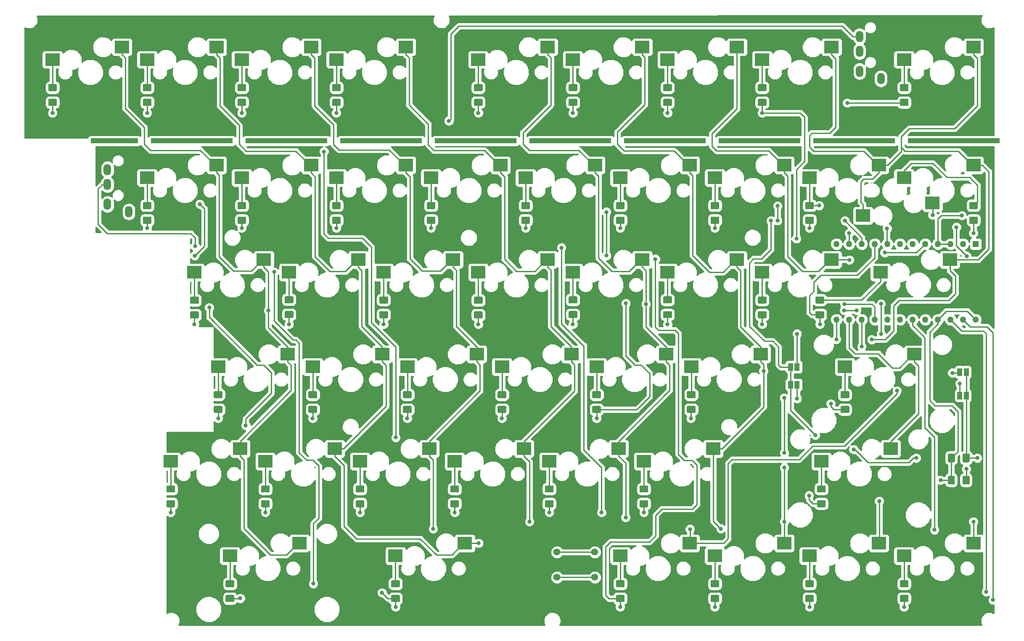
<source format=gbl>
G04 #@! TF.GenerationSoftware,KiCad,Pcbnew,(5.0.2)-1*
G04 #@! TF.CreationDate,2019-02-16T22:05:58+09:00*
G04 #@! TF.ProjectId,pakbd,70616b62-642e-46b6-9963-61645f706362,1*
G04 #@! TF.SameCoordinates,Original*
G04 #@! TF.FileFunction,Copper,L2,Bot*
G04 #@! TF.FilePolarity,Positive*
%FSLAX46Y46*%
G04 Gerber Fmt 4.6, Leading zero omitted, Abs format (unit mm)*
G04 Created by KiCad (PCBNEW (5.0.2)-1) date 2019/02/16 22:05:58*
%MOMM*%
%LPD*%
G01*
G04 APERTURE LIST*
G04 #@! TA.AperFunction,Conductor*
%ADD10C,0.100000*%
G04 #@! TD*
G04 #@! TA.AperFunction,SMDPad,CuDef*
%ADD11C,1.425000*%
G04 #@! TD*
G04 #@! TA.AperFunction,SMDPad,CuDef*
%ADD12R,1.000000X1.500000*%
G04 #@! TD*
G04 #@! TA.AperFunction,WasherPad*
%ADD13R,9.525000X1.000000*%
G04 #@! TD*
G04 #@! TA.AperFunction,WasherPad*
%ADD14R,16.500000X1.000000*%
G04 #@! TD*
G04 #@! TA.AperFunction,SMDPad,CuDef*
%ADD15R,3.000000X2.500000*%
G04 #@! TD*
G04 #@! TA.AperFunction,WasherPad*
%ADD16R,18.500000X1.000000*%
G04 #@! TD*
G04 #@! TA.AperFunction,ComponentPad*
%ADD17C,1.397000*%
G04 #@! TD*
G04 #@! TA.AperFunction,ComponentPad*
%ADD18O,1.500000X2.300000*%
G04 #@! TD*
G04 #@! TA.AperFunction,ComponentPad*
%ADD19C,1.270000*%
G04 #@! TD*
G04 #@! TA.AperFunction,ComponentPad*
%ADD20R,1.270000X1.270000*%
G04 #@! TD*
G04 #@! TA.AperFunction,ViaPad*
%ADD21C,0.800000*%
G04 #@! TD*
G04 #@! TA.AperFunction,Conductor*
%ADD22C,0.250000*%
G04 #@! TD*
G04 #@! TA.AperFunction,NonConductor*
%ADD23C,0.254000*%
G04 #@! TD*
G04 APERTURE END LIST*
D10*
G04 #@! TO.N,Net-(D58-Pad1)*
G04 #@! TO.C,D58*
G36*
X230077004Y-102748704D02*
X230101273Y-102752304D01*
X230125071Y-102758265D01*
X230148171Y-102766530D01*
X230170349Y-102777020D01*
X230191393Y-102789633D01*
X230211098Y-102804247D01*
X230229277Y-102820723D01*
X230245753Y-102838902D01*
X230260367Y-102858607D01*
X230272980Y-102879651D01*
X230283470Y-102901829D01*
X230291735Y-102924929D01*
X230297696Y-102948727D01*
X230301296Y-102972996D01*
X230302500Y-102997500D01*
X230302500Y-103922500D01*
X230301296Y-103947004D01*
X230297696Y-103971273D01*
X230291735Y-103995071D01*
X230283470Y-104018171D01*
X230272980Y-104040349D01*
X230260367Y-104061393D01*
X230245753Y-104081098D01*
X230229277Y-104099277D01*
X230211098Y-104115753D01*
X230191393Y-104130367D01*
X230170349Y-104142980D01*
X230148171Y-104153470D01*
X230125071Y-104161735D01*
X230101273Y-104167696D01*
X230077004Y-104171296D01*
X230052500Y-104172500D01*
X228802500Y-104172500D01*
X228777996Y-104171296D01*
X228753727Y-104167696D01*
X228729929Y-104161735D01*
X228706829Y-104153470D01*
X228684651Y-104142980D01*
X228663607Y-104130367D01*
X228643902Y-104115753D01*
X228625723Y-104099277D01*
X228609247Y-104081098D01*
X228594633Y-104061393D01*
X228582020Y-104040349D01*
X228571530Y-104018171D01*
X228563265Y-103995071D01*
X228557304Y-103971273D01*
X228553704Y-103947004D01*
X228552500Y-103922500D01*
X228552500Y-102997500D01*
X228553704Y-102972996D01*
X228557304Y-102948727D01*
X228563265Y-102924929D01*
X228571530Y-102901829D01*
X228582020Y-102879651D01*
X228594633Y-102858607D01*
X228609247Y-102838902D01*
X228625723Y-102820723D01*
X228643902Y-102804247D01*
X228663607Y-102789633D01*
X228684651Y-102777020D01*
X228706829Y-102766530D01*
X228729929Y-102758265D01*
X228753727Y-102752304D01*
X228777996Y-102748704D01*
X228802500Y-102747500D01*
X230052500Y-102747500D01*
X230077004Y-102748704D01*
X230077004Y-102748704D01*
G37*
D11*
G04 #@! TD*
G04 #@! TO.P,D58,1*
G04 #@! TO.N,Net-(D58-Pad1)*
X229427500Y-103460000D03*
D10*
G04 #@! TO.N,row9*
G04 #@! TO.C,D58*
G36*
X230077004Y-105723704D02*
X230101273Y-105727304D01*
X230125071Y-105733265D01*
X230148171Y-105741530D01*
X230170349Y-105752020D01*
X230191393Y-105764633D01*
X230211098Y-105779247D01*
X230229277Y-105795723D01*
X230245753Y-105813902D01*
X230260367Y-105833607D01*
X230272980Y-105854651D01*
X230283470Y-105876829D01*
X230291735Y-105899929D01*
X230297696Y-105923727D01*
X230301296Y-105947996D01*
X230302500Y-105972500D01*
X230302500Y-106897500D01*
X230301296Y-106922004D01*
X230297696Y-106946273D01*
X230291735Y-106970071D01*
X230283470Y-106993171D01*
X230272980Y-107015349D01*
X230260367Y-107036393D01*
X230245753Y-107056098D01*
X230229277Y-107074277D01*
X230211098Y-107090753D01*
X230191393Y-107105367D01*
X230170349Y-107117980D01*
X230148171Y-107128470D01*
X230125071Y-107136735D01*
X230101273Y-107142696D01*
X230077004Y-107146296D01*
X230052500Y-107147500D01*
X228802500Y-107147500D01*
X228777996Y-107146296D01*
X228753727Y-107142696D01*
X228729929Y-107136735D01*
X228706829Y-107128470D01*
X228684651Y-107117980D01*
X228663607Y-107105367D01*
X228643902Y-107090753D01*
X228625723Y-107074277D01*
X228609247Y-107056098D01*
X228594633Y-107036393D01*
X228582020Y-107015349D01*
X228571530Y-106993171D01*
X228563265Y-106970071D01*
X228557304Y-106946273D01*
X228553704Y-106922004D01*
X228552500Y-106897500D01*
X228552500Y-105972500D01*
X228553704Y-105947996D01*
X228557304Y-105923727D01*
X228563265Y-105899929D01*
X228571530Y-105876829D01*
X228582020Y-105854651D01*
X228594633Y-105833607D01*
X228609247Y-105813902D01*
X228625723Y-105795723D01*
X228643902Y-105779247D01*
X228663607Y-105764633D01*
X228684651Y-105752020D01*
X228706829Y-105741530D01*
X228729929Y-105733265D01*
X228753727Y-105727304D01*
X228777996Y-105723704D01*
X228802500Y-105722500D01*
X230052500Y-105722500D01*
X230077004Y-105723704D01*
X230077004Y-105723704D01*
G37*
D11*
G04 #@! TD*
G04 #@! TO.P,D58,2*
G04 #@! TO.N,row9*
X229427500Y-106435000D03*
D10*
G04 #@! TO.N,Net-(D34-Pad1)*
G04 #@! TO.C,D34*
G36*
X234839504Y-40861204D02*
X234863773Y-40864804D01*
X234887571Y-40870765D01*
X234910671Y-40879030D01*
X234932849Y-40889520D01*
X234953893Y-40902133D01*
X234973598Y-40916747D01*
X234991777Y-40933223D01*
X235008253Y-40951402D01*
X235022867Y-40971107D01*
X235035480Y-40992151D01*
X235045970Y-41014329D01*
X235054235Y-41037429D01*
X235060196Y-41061227D01*
X235063796Y-41085496D01*
X235065000Y-41110000D01*
X235065000Y-42035000D01*
X235063796Y-42059504D01*
X235060196Y-42083773D01*
X235054235Y-42107571D01*
X235045970Y-42130671D01*
X235035480Y-42152849D01*
X235022867Y-42173893D01*
X235008253Y-42193598D01*
X234991777Y-42211777D01*
X234973598Y-42228253D01*
X234953893Y-42242867D01*
X234932849Y-42255480D01*
X234910671Y-42265970D01*
X234887571Y-42274235D01*
X234863773Y-42280196D01*
X234839504Y-42283796D01*
X234815000Y-42285000D01*
X233565000Y-42285000D01*
X233540496Y-42283796D01*
X233516227Y-42280196D01*
X233492429Y-42274235D01*
X233469329Y-42265970D01*
X233447151Y-42255480D01*
X233426107Y-42242867D01*
X233406402Y-42228253D01*
X233388223Y-42211777D01*
X233371747Y-42193598D01*
X233357133Y-42173893D01*
X233344520Y-42152849D01*
X233334030Y-42130671D01*
X233325765Y-42107571D01*
X233319804Y-42083773D01*
X233316204Y-42059504D01*
X233315000Y-42035000D01*
X233315000Y-41110000D01*
X233316204Y-41085496D01*
X233319804Y-41061227D01*
X233325765Y-41037429D01*
X233334030Y-41014329D01*
X233344520Y-40992151D01*
X233357133Y-40971107D01*
X233371747Y-40951402D01*
X233388223Y-40933223D01*
X233406402Y-40916747D01*
X233426107Y-40902133D01*
X233447151Y-40889520D01*
X233469329Y-40879030D01*
X233492429Y-40870765D01*
X233516227Y-40864804D01*
X233540496Y-40861204D01*
X233565000Y-40860000D01*
X234815000Y-40860000D01*
X234839504Y-40861204D01*
X234839504Y-40861204D01*
G37*
D11*
G04 #@! TD*
G04 #@! TO.P,D34,1*
G04 #@! TO.N,Net-(D34-Pad1)*
X234190000Y-41572500D03*
D10*
G04 #@! TO.N,row6*
G04 #@! TO.C,D34*
G36*
X234839504Y-43836204D02*
X234863773Y-43839804D01*
X234887571Y-43845765D01*
X234910671Y-43854030D01*
X234932849Y-43864520D01*
X234953893Y-43877133D01*
X234973598Y-43891747D01*
X234991777Y-43908223D01*
X235008253Y-43926402D01*
X235022867Y-43946107D01*
X235035480Y-43967151D01*
X235045970Y-43989329D01*
X235054235Y-44012429D01*
X235060196Y-44036227D01*
X235063796Y-44060496D01*
X235065000Y-44085000D01*
X235065000Y-45010000D01*
X235063796Y-45034504D01*
X235060196Y-45058773D01*
X235054235Y-45082571D01*
X235045970Y-45105671D01*
X235035480Y-45127849D01*
X235022867Y-45148893D01*
X235008253Y-45168598D01*
X234991777Y-45186777D01*
X234973598Y-45203253D01*
X234953893Y-45217867D01*
X234932849Y-45230480D01*
X234910671Y-45240970D01*
X234887571Y-45249235D01*
X234863773Y-45255196D01*
X234839504Y-45258796D01*
X234815000Y-45260000D01*
X233565000Y-45260000D01*
X233540496Y-45258796D01*
X233516227Y-45255196D01*
X233492429Y-45249235D01*
X233469329Y-45240970D01*
X233447151Y-45230480D01*
X233426107Y-45217867D01*
X233406402Y-45203253D01*
X233388223Y-45186777D01*
X233371747Y-45168598D01*
X233357133Y-45148893D01*
X233344520Y-45127849D01*
X233334030Y-45105671D01*
X233325765Y-45082571D01*
X233319804Y-45058773D01*
X233316204Y-45034504D01*
X233315000Y-45010000D01*
X233315000Y-44085000D01*
X233316204Y-44060496D01*
X233319804Y-44036227D01*
X233325765Y-44012429D01*
X233334030Y-43989329D01*
X233344520Y-43967151D01*
X233357133Y-43946107D01*
X233371747Y-43926402D01*
X233388223Y-43908223D01*
X233406402Y-43891747D01*
X233426107Y-43877133D01*
X233447151Y-43864520D01*
X233469329Y-43854030D01*
X233492429Y-43845765D01*
X233516227Y-43839804D01*
X233540496Y-43836204D01*
X233565000Y-43835000D01*
X234815000Y-43835000D01*
X234839504Y-43836204D01*
X234839504Y-43836204D01*
G37*
D11*
G04 #@! TD*
G04 #@! TO.P,D34,2*
G04 #@! TO.N,row6*
X234190000Y-44547500D03*
D10*
G04 #@! TO.N,row6*
G04 #@! TO.C,D39*
G36*
X339614504Y-43836204D02*
X339638773Y-43839804D01*
X339662571Y-43845765D01*
X339685671Y-43854030D01*
X339707849Y-43864520D01*
X339728893Y-43877133D01*
X339748598Y-43891747D01*
X339766777Y-43908223D01*
X339783253Y-43926402D01*
X339797867Y-43946107D01*
X339810480Y-43967151D01*
X339820970Y-43989329D01*
X339829235Y-44012429D01*
X339835196Y-44036227D01*
X339838796Y-44060496D01*
X339840000Y-44085000D01*
X339840000Y-45010000D01*
X339838796Y-45034504D01*
X339835196Y-45058773D01*
X339829235Y-45082571D01*
X339820970Y-45105671D01*
X339810480Y-45127849D01*
X339797867Y-45148893D01*
X339783253Y-45168598D01*
X339766777Y-45186777D01*
X339748598Y-45203253D01*
X339728893Y-45217867D01*
X339707849Y-45230480D01*
X339685671Y-45240970D01*
X339662571Y-45249235D01*
X339638773Y-45255196D01*
X339614504Y-45258796D01*
X339590000Y-45260000D01*
X338340000Y-45260000D01*
X338315496Y-45258796D01*
X338291227Y-45255196D01*
X338267429Y-45249235D01*
X338244329Y-45240970D01*
X338222151Y-45230480D01*
X338201107Y-45217867D01*
X338181402Y-45203253D01*
X338163223Y-45186777D01*
X338146747Y-45168598D01*
X338132133Y-45148893D01*
X338119520Y-45127849D01*
X338109030Y-45105671D01*
X338100765Y-45082571D01*
X338094804Y-45058773D01*
X338091204Y-45034504D01*
X338090000Y-45010000D01*
X338090000Y-44085000D01*
X338091204Y-44060496D01*
X338094804Y-44036227D01*
X338100765Y-44012429D01*
X338109030Y-43989329D01*
X338119520Y-43967151D01*
X338132133Y-43946107D01*
X338146747Y-43926402D01*
X338163223Y-43908223D01*
X338181402Y-43891747D01*
X338201107Y-43877133D01*
X338222151Y-43864520D01*
X338244329Y-43854030D01*
X338267429Y-43845765D01*
X338291227Y-43839804D01*
X338315496Y-43836204D01*
X338340000Y-43835000D01*
X339590000Y-43835000D01*
X339614504Y-43836204D01*
X339614504Y-43836204D01*
G37*
D11*
G04 #@! TD*
G04 #@! TO.P,D39,2*
G04 #@! TO.N,row6*
X338965000Y-44547500D03*
D10*
G04 #@! TO.N,Net-(D39-Pad1)*
G04 #@! TO.C,D39*
G36*
X339614504Y-40861204D02*
X339638773Y-40864804D01*
X339662571Y-40870765D01*
X339685671Y-40879030D01*
X339707849Y-40889520D01*
X339728893Y-40902133D01*
X339748598Y-40916747D01*
X339766777Y-40933223D01*
X339783253Y-40951402D01*
X339797867Y-40971107D01*
X339810480Y-40992151D01*
X339820970Y-41014329D01*
X339829235Y-41037429D01*
X339835196Y-41061227D01*
X339838796Y-41085496D01*
X339840000Y-41110000D01*
X339840000Y-42035000D01*
X339838796Y-42059504D01*
X339835196Y-42083773D01*
X339829235Y-42107571D01*
X339820970Y-42130671D01*
X339810480Y-42152849D01*
X339797867Y-42173893D01*
X339783253Y-42193598D01*
X339766777Y-42211777D01*
X339748598Y-42228253D01*
X339728893Y-42242867D01*
X339707849Y-42255480D01*
X339685671Y-42265970D01*
X339662571Y-42274235D01*
X339638773Y-42280196D01*
X339614504Y-42283796D01*
X339590000Y-42285000D01*
X338340000Y-42285000D01*
X338315496Y-42283796D01*
X338291227Y-42280196D01*
X338267429Y-42274235D01*
X338244329Y-42265970D01*
X338222151Y-42255480D01*
X338201107Y-42242867D01*
X338181402Y-42228253D01*
X338163223Y-42211777D01*
X338146747Y-42193598D01*
X338132133Y-42173893D01*
X338119520Y-42152849D01*
X338109030Y-42130671D01*
X338100765Y-42107571D01*
X338094804Y-42083773D01*
X338091204Y-42059504D01*
X338090000Y-42035000D01*
X338090000Y-41110000D01*
X338091204Y-41085496D01*
X338094804Y-41061227D01*
X338100765Y-41037429D01*
X338109030Y-41014329D01*
X338119520Y-40992151D01*
X338132133Y-40971107D01*
X338146747Y-40951402D01*
X338163223Y-40933223D01*
X338181402Y-40916747D01*
X338201107Y-40902133D01*
X338222151Y-40889520D01*
X338244329Y-40879030D01*
X338267429Y-40870765D01*
X338291227Y-40864804D01*
X338315496Y-40861204D01*
X338340000Y-40860000D01*
X339590000Y-40860000D01*
X339614504Y-40861204D01*
X339614504Y-40861204D01*
G37*
D11*
G04 #@! TD*
G04 #@! TO.P,D39,1*
G04 #@! TO.N,Net-(D39-Pad1)*
X338965000Y-41572500D03*
D10*
G04 #@! TO.N,Net-(D33-Pad1)*
G04 #@! TO.C,D33*
G36*
X215789504Y-40861204D02*
X215813773Y-40864804D01*
X215837571Y-40870765D01*
X215860671Y-40879030D01*
X215882849Y-40889520D01*
X215903893Y-40902133D01*
X215923598Y-40916747D01*
X215941777Y-40933223D01*
X215958253Y-40951402D01*
X215972867Y-40971107D01*
X215985480Y-40992151D01*
X215995970Y-41014329D01*
X216004235Y-41037429D01*
X216010196Y-41061227D01*
X216013796Y-41085496D01*
X216015000Y-41110000D01*
X216015000Y-42035000D01*
X216013796Y-42059504D01*
X216010196Y-42083773D01*
X216004235Y-42107571D01*
X215995970Y-42130671D01*
X215985480Y-42152849D01*
X215972867Y-42173893D01*
X215958253Y-42193598D01*
X215941777Y-42211777D01*
X215923598Y-42228253D01*
X215903893Y-42242867D01*
X215882849Y-42255480D01*
X215860671Y-42265970D01*
X215837571Y-42274235D01*
X215813773Y-42280196D01*
X215789504Y-42283796D01*
X215765000Y-42285000D01*
X214515000Y-42285000D01*
X214490496Y-42283796D01*
X214466227Y-42280196D01*
X214442429Y-42274235D01*
X214419329Y-42265970D01*
X214397151Y-42255480D01*
X214376107Y-42242867D01*
X214356402Y-42228253D01*
X214338223Y-42211777D01*
X214321747Y-42193598D01*
X214307133Y-42173893D01*
X214294520Y-42152849D01*
X214284030Y-42130671D01*
X214275765Y-42107571D01*
X214269804Y-42083773D01*
X214266204Y-42059504D01*
X214265000Y-42035000D01*
X214265000Y-41110000D01*
X214266204Y-41085496D01*
X214269804Y-41061227D01*
X214275765Y-41037429D01*
X214284030Y-41014329D01*
X214294520Y-40992151D01*
X214307133Y-40971107D01*
X214321747Y-40951402D01*
X214338223Y-40933223D01*
X214356402Y-40916747D01*
X214376107Y-40902133D01*
X214397151Y-40889520D01*
X214419329Y-40879030D01*
X214442429Y-40870765D01*
X214466227Y-40864804D01*
X214490496Y-40861204D01*
X214515000Y-40860000D01*
X215765000Y-40860000D01*
X215789504Y-40861204D01*
X215789504Y-40861204D01*
G37*
D11*
G04 #@! TD*
G04 #@! TO.P,D33,1*
G04 #@! TO.N,Net-(D33-Pad1)*
X215140000Y-41572500D03*
D10*
G04 #@! TO.N,row6*
G04 #@! TO.C,D33*
G36*
X215789504Y-43836204D02*
X215813773Y-43839804D01*
X215837571Y-43845765D01*
X215860671Y-43854030D01*
X215882849Y-43864520D01*
X215903893Y-43877133D01*
X215923598Y-43891747D01*
X215941777Y-43908223D01*
X215958253Y-43926402D01*
X215972867Y-43946107D01*
X215985480Y-43967151D01*
X215995970Y-43989329D01*
X216004235Y-44012429D01*
X216010196Y-44036227D01*
X216013796Y-44060496D01*
X216015000Y-44085000D01*
X216015000Y-45010000D01*
X216013796Y-45034504D01*
X216010196Y-45058773D01*
X216004235Y-45082571D01*
X215995970Y-45105671D01*
X215985480Y-45127849D01*
X215972867Y-45148893D01*
X215958253Y-45168598D01*
X215941777Y-45186777D01*
X215923598Y-45203253D01*
X215903893Y-45217867D01*
X215882849Y-45230480D01*
X215860671Y-45240970D01*
X215837571Y-45249235D01*
X215813773Y-45255196D01*
X215789504Y-45258796D01*
X215765000Y-45260000D01*
X214515000Y-45260000D01*
X214490496Y-45258796D01*
X214466227Y-45255196D01*
X214442429Y-45249235D01*
X214419329Y-45240970D01*
X214397151Y-45230480D01*
X214376107Y-45217867D01*
X214356402Y-45203253D01*
X214338223Y-45186777D01*
X214321747Y-45168598D01*
X214307133Y-45148893D01*
X214294520Y-45127849D01*
X214284030Y-45105671D01*
X214275765Y-45082571D01*
X214269804Y-45058773D01*
X214266204Y-45034504D01*
X214265000Y-45010000D01*
X214265000Y-44085000D01*
X214266204Y-44060496D01*
X214269804Y-44036227D01*
X214275765Y-44012429D01*
X214284030Y-43989329D01*
X214294520Y-43967151D01*
X214307133Y-43946107D01*
X214321747Y-43926402D01*
X214338223Y-43908223D01*
X214356402Y-43891747D01*
X214376107Y-43877133D01*
X214397151Y-43864520D01*
X214419329Y-43854030D01*
X214442429Y-43845765D01*
X214466227Y-43839804D01*
X214490496Y-43836204D01*
X214515000Y-43835000D01*
X215765000Y-43835000D01*
X215789504Y-43836204D01*
X215789504Y-43836204D01*
G37*
D11*
G04 #@! TD*
G04 #@! TO.P,D33,2*
G04 #@! TO.N,row6*
X215140000Y-44547500D03*
D10*
G04 #@! TO.N,Net-(D74-Pad1)*
G04 #@! TO.C,D74*
G36*
X311039504Y-140858704D02*
X311063773Y-140862304D01*
X311087571Y-140868265D01*
X311110671Y-140876530D01*
X311132849Y-140887020D01*
X311153893Y-140899633D01*
X311173598Y-140914247D01*
X311191777Y-140930723D01*
X311208253Y-140948902D01*
X311222867Y-140968607D01*
X311235480Y-140989651D01*
X311245970Y-141011829D01*
X311254235Y-141034929D01*
X311260196Y-141058727D01*
X311263796Y-141082996D01*
X311265000Y-141107500D01*
X311265000Y-142032500D01*
X311263796Y-142057004D01*
X311260196Y-142081273D01*
X311254235Y-142105071D01*
X311245970Y-142128171D01*
X311235480Y-142150349D01*
X311222867Y-142171393D01*
X311208253Y-142191098D01*
X311191777Y-142209277D01*
X311173598Y-142225753D01*
X311153893Y-142240367D01*
X311132849Y-142252980D01*
X311110671Y-142263470D01*
X311087571Y-142271735D01*
X311063773Y-142277696D01*
X311039504Y-142281296D01*
X311015000Y-142282500D01*
X309765000Y-142282500D01*
X309740496Y-142281296D01*
X309716227Y-142277696D01*
X309692429Y-142271735D01*
X309669329Y-142263470D01*
X309647151Y-142252980D01*
X309626107Y-142240367D01*
X309606402Y-142225753D01*
X309588223Y-142209277D01*
X309571747Y-142191098D01*
X309557133Y-142171393D01*
X309544520Y-142150349D01*
X309534030Y-142128171D01*
X309525765Y-142105071D01*
X309519804Y-142081273D01*
X309516204Y-142057004D01*
X309515000Y-142032500D01*
X309515000Y-141107500D01*
X309516204Y-141082996D01*
X309519804Y-141058727D01*
X309525765Y-141034929D01*
X309534030Y-141011829D01*
X309544520Y-140989651D01*
X309557133Y-140968607D01*
X309571747Y-140948902D01*
X309588223Y-140930723D01*
X309606402Y-140914247D01*
X309626107Y-140899633D01*
X309647151Y-140887020D01*
X309669329Y-140876530D01*
X309692429Y-140868265D01*
X309716227Y-140862304D01*
X309740496Y-140858704D01*
X309765000Y-140857500D01*
X311015000Y-140857500D01*
X311039504Y-140858704D01*
X311039504Y-140858704D01*
G37*
D11*
G04 #@! TD*
G04 #@! TO.P,D74,1*
G04 #@! TO.N,Net-(D74-Pad1)*
X310390000Y-141570000D03*
D10*
G04 #@! TO.N,row11*
G04 #@! TO.C,D74*
G36*
X311039504Y-143833704D02*
X311063773Y-143837304D01*
X311087571Y-143843265D01*
X311110671Y-143851530D01*
X311132849Y-143862020D01*
X311153893Y-143874633D01*
X311173598Y-143889247D01*
X311191777Y-143905723D01*
X311208253Y-143923902D01*
X311222867Y-143943607D01*
X311235480Y-143964651D01*
X311245970Y-143986829D01*
X311254235Y-144009929D01*
X311260196Y-144033727D01*
X311263796Y-144057996D01*
X311265000Y-144082500D01*
X311265000Y-145007500D01*
X311263796Y-145032004D01*
X311260196Y-145056273D01*
X311254235Y-145080071D01*
X311245970Y-145103171D01*
X311235480Y-145125349D01*
X311222867Y-145146393D01*
X311208253Y-145166098D01*
X311191777Y-145184277D01*
X311173598Y-145200753D01*
X311153893Y-145215367D01*
X311132849Y-145227980D01*
X311110671Y-145238470D01*
X311087571Y-145246735D01*
X311063773Y-145252696D01*
X311039504Y-145256296D01*
X311015000Y-145257500D01*
X309765000Y-145257500D01*
X309740496Y-145256296D01*
X309716227Y-145252696D01*
X309692429Y-145246735D01*
X309669329Y-145238470D01*
X309647151Y-145227980D01*
X309626107Y-145215367D01*
X309606402Y-145200753D01*
X309588223Y-145184277D01*
X309571747Y-145166098D01*
X309557133Y-145146393D01*
X309544520Y-145125349D01*
X309534030Y-145103171D01*
X309525765Y-145080071D01*
X309519804Y-145056273D01*
X309516204Y-145032004D01*
X309515000Y-145007500D01*
X309515000Y-144082500D01*
X309516204Y-144057996D01*
X309519804Y-144033727D01*
X309525765Y-144009929D01*
X309534030Y-143986829D01*
X309544520Y-143964651D01*
X309557133Y-143943607D01*
X309571747Y-143923902D01*
X309588223Y-143905723D01*
X309606402Y-143889247D01*
X309626107Y-143874633D01*
X309647151Y-143862020D01*
X309669329Y-143851530D01*
X309692429Y-143843265D01*
X309716227Y-143837304D01*
X309740496Y-143833704D01*
X309765000Y-143832500D01*
X311015000Y-143832500D01*
X311039504Y-143833704D01*
X311039504Y-143833704D01*
G37*
D11*
G04 #@! TD*
G04 #@! TO.P,D74,2*
G04 #@! TO.N,row11*
X310390000Y-144545000D03*
D10*
G04 #@! TO.N,Net-(D47-Pad1)*
G04 #@! TO.C,D47*
G36*
X330089504Y-64628704D02*
X330113773Y-64632304D01*
X330137571Y-64638265D01*
X330160671Y-64646530D01*
X330182849Y-64657020D01*
X330203893Y-64669633D01*
X330223598Y-64684247D01*
X330241777Y-64700723D01*
X330258253Y-64718902D01*
X330272867Y-64738607D01*
X330285480Y-64759651D01*
X330295970Y-64781829D01*
X330304235Y-64804929D01*
X330310196Y-64828727D01*
X330313796Y-64852996D01*
X330315000Y-64877500D01*
X330315000Y-65802500D01*
X330313796Y-65827004D01*
X330310196Y-65851273D01*
X330304235Y-65875071D01*
X330295970Y-65898171D01*
X330285480Y-65920349D01*
X330272867Y-65941393D01*
X330258253Y-65961098D01*
X330241777Y-65979277D01*
X330223598Y-65995753D01*
X330203893Y-66010367D01*
X330182849Y-66022980D01*
X330160671Y-66033470D01*
X330137571Y-66041735D01*
X330113773Y-66047696D01*
X330089504Y-66051296D01*
X330065000Y-66052500D01*
X328815000Y-66052500D01*
X328790496Y-66051296D01*
X328766227Y-66047696D01*
X328742429Y-66041735D01*
X328719329Y-66033470D01*
X328697151Y-66022980D01*
X328676107Y-66010367D01*
X328656402Y-65995753D01*
X328638223Y-65979277D01*
X328621747Y-65961098D01*
X328607133Y-65941393D01*
X328594520Y-65920349D01*
X328584030Y-65898171D01*
X328575765Y-65875071D01*
X328569804Y-65851273D01*
X328566204Y-65827004D01*
X328565000Y-65802500D01*
X328565000Y-64877500D01*
X328566204Y-64852996D01*
X328569804Y-64828727D01*
X328575765Y-64804929D01*
X328584030Y-64781829D01*
X328594520Y-64759651D01*
X328607133Y-64738607D01*
X328621747Y-64718902D01*
X328638223Y-64700723D01*
X328656402Y-64684247D01*
X328676107Y-64669633D01*
X328697151Y-64657020D01*
X328719329Y-64646530D01*
X328742429Y-64638265D01*
X328766227Y-64632304D01*
X328790496Y-64628704D01*
X328815000Y-64627500D01*
X330065000Y-64627500D01*
X330089504Y-64628704D01*
X330089504Y-64628704D01*
G37*
D11*
G04 #@! TD*
G04 #@! TO.P,D47,1*
G04 #@! TO.N,Net-(D47-Pad1)*
X329440000Y-65340000D03*
D10*
G04 #@! TO.N,row7*
G04 #@! TO.C,D47*
G36*
X330089504Y-67603704D02*
X330113773Y-67607304D01*
X330137571Y-67613265D01*
X330160671Y-67621530D01*
X330182849Y-67632020D01*
X330203893Y-67644633D01*
X330223598Y-67659247D01*
X330241777Y-67675723D01*
X330258253Y-67693902D01*
X330272867Y-67713607D01*
X330285480Y-67734651D01*
X330295970Y-67756829D01*
X330304235Y-67779929D01*
X330310196Y-67803727D01*
X330313796Y-67827996D01*
X330315000Y-67852500D01*
X330315000Y-68777500D01*
X330313796Y-68802004D01*
X330310196Y-68826273D01*
X330304235Y-68850071D01*
X330295970Y-68873171D01*
X330285480Y-68895349D01*
X330272867Y-68916393D01*
X330258253Y-68936098D01*
X330241777Y-68954277D01*
X330223598Y-68970753D01*
X330203893Y-68985367D01*
X330182849Y-68997980D01*
X330160671Y-69008470D01*
X330137571Y-69016735D01*
X330113773Y-69022696D01*
X330089504Y-69026296D01*
X330065000Y-69027500D01*
X328815000Y-69027500D01*
X328790496Y-69026296D01*
X328766227Y-69022696D01*
X328742429Y-69016735D01*
X328719329Y-69008470D01*
X328697151Y-68997980D01*
X328676107Y-68985367D01*
X328656402Y-68970753D01*
X328638223Y-68954277D01*
X328621747Y-68936098D01*
X328607133Y-68916393D01*
X328594520Y-68895349D01*
X328584030Y-68873171D01*
X328575765Y-68850071D01*
X328569804Y-68826273D01*
X328566204Y-68802004D01*
X328565000Y-68777500D01*
X328565000Y-67852500D01*
X328566204Y-67827996D01*
X328569804Y-67803727D01*
X328575765Y-67779929D01*
X328584030Y-67756829D01*
X328594520Y-67734651D01*
X328607133Y-67713607D01*
X328621747Y-67693902D01*
X328638223Y-67675723D01*
X328656402Y-67659247D01*
X328676107Y-67644633D01*
X328697151Y-67632020D01*
X328719329Y-67621530D01*
X328742429Y-67613265D01*
X328766227Y-67607304D01*
X328790496Y-67603704D01*
X328815000Y-67602500D01*
X330065000Y-67602500D01*
X330089504Y-67603704D01*
X330089504Y-67603704D01*
G37*
D11*
G04 #@! TD*
G04 #@! TO.P,D47,2*
G04 #@! TO.N,row7*
X329440000Y-68315000D03*
D10*
G04 #@! TO.N,row10*
G04 #@! TO.C,D70*
G36*
X315802004Y-124733704D02*
X315826273Y-124737304D01*
X315850071Y-124743265D01*
X315873171Y-124751530D01*
X315895349Y-124762020D01*
X315916393Y-124774633D01*
X315936098Y-124789247D01*
X315954277Y-124805723D01*
X315970753Y-124823902D01*
X315985367Y-124843607D01*
X315997980Y-124864651D01*
X316008470Y-124886829D01*
X316016735Y-124909929D01*
X316022696Y-124933727D01*
X316026296Y-124957996D01*
X316027500Y-124982500D01*
X316027500Y-125907500D01*
X316026296Y-125932004D01*
X316022696Y-125956273D01*
X316016735Y-125980071D01*
X316008470Y-126003171D01*
X315997980Y-126025349D01*
X315985367Y-126046393D01*
X315970753Y-126066098D01*
X315954277Y-126084277D01*
X315936098Y-126100753D01*
X315916393Y-126115367D01*
X315895349Y-126127980D01*
X315873171Y-126138470D01*
X315850071Y-126146735D01*
X315826273Y-126152696D01*
X315802004Y-126156296D01*
X315777500Y-126157500D01*
X314527500Y-126157500D01*
X314502996Y-126156296D01*
X314478727Y-126152696D01*
X314454929Y-126146735D01*
X314431829Y-126138470D01*
X314409651Y-126127980D01*
X314388607Y-126115367D01*
X314368902Y-126100753D01*
X314350723Y-126084277D01*
X314334247Y-126066098D01*
X314319633Y-126046393D01*
X314307020Y-126025349D01*
X314296530Y-126003171D01*
X314288265Y-125980071D01*
X314282304Y-125956273D01*
X314278704Y-125932004D01*
X314277500Y-125907500D01*
X314277500Y-124982500D01*
X314278704Y-124957996D01*
X314282304Y-124933727D01*
X314288265Y-124909929D01*
X314296530Y-124886829D01*
X314307020Y-124864651D01*
X314319633Y-124843607D01*
X314334247Y-124823902D01*
X314350723Y-124805723D01*
X314368902Y-124789247D01*
X314388607Y-124774633D01*
X314409651Y-124762020D01*
X314431829Y-124751530D01*
X314454929Y-124743265D01*
X314478727Y-124737304D01*
X314502996Y-124733704D01*
X314527500Y-124732500D01*
X315777500Y-124732500D01*
X315802004Y-124733704D01*
X315802004Y-124733704D01*
G37*
D11*
G04 #@! TD*
G04 #@! TO.P,D70,2*
G04 #@! TO.N,row10*
X315152500Y-125445000D03*
D10*
G04 #@! TO.N,Net-(D70-Pad1)*
G04 #@! TO.C,D70*
G36*
X315802004Y-121758704D02*
X315826273Y-121762304D01*
X315850071Y-121768265D01*
X315873171Y-121776530D01*
X315895349Y-121787020D01*
X315916393Y-121799633D01*
X315936098Y-121814247D01*
X315954277Y-121830723D01*
X315970753Y-121848902D01*
X315985367Y-121868607D01*
X315997980Y-121889651D01*
X316008470Y-121911829D01*
X316016735Y-121934929D01*
X316022696Y-121958727D01*
X316026296Y-121982996D01*
X316027500Y-122007500D01*
X316027500Y-122932500D01*
X316026296Y-122957004D01*
X316022696Y-122981273D01*
X316016735Y-123005071D01*
X316008470Y-123028171D01*
X315997980Y-123050349D01*
X315985367Y-123071393D01*
X315970753Y-123091098D01*
X315954277Y-123109277D01*
X315936098Y-123125753D01*
X315916393Y-123140367D01*
X315895349Y-123152980D01*
X315873171Y-123163470D01*
X315850071Y-123171735D01*
X315826273Y-123177696D01*
X315802004Y-123181296D01*
X315777500Y-123182500D01*
X314527500Y-123182500D01*
X314502996Y-123181296D01*
X314478727Y-123177696D01*
X314454929Y-123171735D01*
X314431829Y-123163470D01*
X314409651Y-123152980D01*
X314388607Y-123140367D01*
X314368902Y-123125753D01*
X314350723Y-123109277D01*
X314334247Y-123091098D01*
X314319633Y-123071393D01*
X314307020Y-123050349D01*
X314296530Y-123028171D01*
X314288265Y-123005071D01*
X314282304Y-122981273D01*
X314278704Y-122957004D01*
X314277500Y-122932500D01*
X314277500Y-122007500D01*
X314278704Y-121982996D01*
X314282304Y-121958727D01*
X314288265Y-121934929D01*
X314296530Y-121911829D01*
X314307020Y-121889651D01*
X314319633Y-121868607D01*
X314334247Y-121848902D01*
X314350723Y-121830723D01*
X314368902Y-121814247D01*
X314388607Y-121799633D01*
X314409651Y-121787020D01*
X314431829Y-121776530D01*
X314454929Y-121768265D01*
X314478727Y-121762304D01*
X314502996Y-121758704D01*
X314527500Y-121757500D01*
X315777500Y-121757500D01*
X315802004Y-121758704D01*
X315802004Y-121758704D01*
G37*
D11*
G04 #@! TD*
G04 #@! TO.P,D70,1*
G04 #@! TO.N,Net-(D70-Pad1)*
X315152500Y-122470000D03*
D10*
G04 #@! TO.N,xdata1*
G04 #@! TO.C,R_xdata1*
G36*
X380504504Y-119816204D02*
X380528773Y-119819804D01*
X380552571Y-119825765D01*
X380575671Y-119834030D01*
X380597849Y-119844520D01*
X380618893Y-119857133D01*
X380638598Y-119871747D01*
X380656777Y-119888223D01*
X380673253Y-119906402D01*
X380687867Y-119926107D01*
X380700480Y-119947151D01*
X380710970Y-119969329D01*
X380719235Y-119992429D01*
X380725196Y-120016227D01*
X380728796Y-120040496D01*
X380730000Y-120065000D01*
X380730000Y-121315000D01*
X380728796Y-121339504D01*
X380725196Y-121363773D01*
X380719235Y-121387571D01*
X380710970Y-121410671D01*
X380700480Y-121432849D01*
X380687867Y-121453893D01*
X380673253Y-121473598D01*
X380656777Y-121491777D01*
X380638598Y-121508253D01*
X380618893Y-121522867D01*
X380597849Y-121535480D01*
X380575671Y-121545970D01*
X380552571Y-121554235D01*
X380528773Y-121560196D01*
X380504504Y-121563796D01*
X380480000Y-121565000D01*
X379555000Y-121565000D01*
X379530496Y-121563796D01*
X379506227Y-121560196D01*
X379482429Y-121554235D01*
X379459329Y-121545970D01*
X379437151Y-121535480D01*
X379416107Y-121522867D01*
X379396402Y-121508253D01*
X379378223Y-121491777D01*
X379361747Y-121473598D01*
X379347133Y-121453893D01*
X379334520Y-121432849D01*
X379324030Y-121410671D01*
X379315765Y-121387571D01*
X379309804Y-121363773D01*
X379306204Y-121339504D01*
X379305000Y-121315000D01*
X379305000Y-120065000D01*
X379306204Y-120040496D01*
X379309804Y-120016227D01*
X379315765Y-119992429D01*
X379324030Y-119969329D01*
X379334520Y-119947151D01*
X379347133Y-119926107D01*
X379361747Y-119906402D01*
X379378223Y-119888223D01*
X379396402Y-119871747D01*
X379416107Y-119857133D01*
X379437151Y-119844520D01*
X379459329Y-119834030D01*
X379482429Y-119825765D01*
X379506227Y-119819804D01*
X379530496Y-119816204D01*
X379555000Y-119815000D01*
X380480000Y-119815000D01*
X380504504Y-119816204D01*
X380504504Y-119816204D01*
G37*
D11*
G04 #@! TD*
G04 #@! TO.P,R_xdata1,2*
G04 #@! TO.N,xdata1*
X380017500Y-120690000D03*
D10*
G04 #@! TO.N,VCC*
G04 #@! TO.C,R_xdata1*
G36*
X377529504Y-119816204D02*
X377553773Y-119819804D01*
X377577571Y-119825765D01*
X377600671Y-119834030D01*
X377622849Y-119844520D01*
X377643893Y-119857133D01*
X377663598Y-119871747D01*
X377681777Y-119888223D01*
X377698253Y-119906402D01*
X377712867Y-119926107D01*
X377725480Y-119947151D01*
X377735970Y-119969329D01*
X377744235Y-119992429D01*
X377750196Y-120016227D01*
X377753796Y-120040496D01*
X377755000Y-120065000D01*
X377755000Y-121315000D01*
X377753796Y-121339504D01*
X377750196Y-121363773D01*
X377744235Y-121387571D01*
X377735970Y-121410671D01*
X377725480Y-121432849D01*
X377712867Y-121453893D01*
X377698253Y-121473598D01*
X377681777Y-121491777D01*
X377663598Y-121508253D01*
X377643893Y-121522867D01*
X377622849Y-121535480D01*
X377600671Y-121545970D01*
X377577571Y-121554235D01*
X377553773Y-121560196D01*
X377529504Y-121563796D01*
X377505000Y-121565000D01*
X376580000Y-121565000D01*
X376555496Y-121563796D01*
X376531227Y-121560196D01*
X376507429Y-121554235D01*
X376484329Y-121545970D01*
X376462151Y-121535480D01*
X376441107Y-121522867D01*
X376421402Y-121508253D01*
X376403223Y-121491777D01*
X376386747Y-121473598D01*
X376372133Y-121453893D01*
X376359520Y-121432849D01*
X376349030Y-121410671D01*
X376340765Y-121387571D01*
X376334804Y-121363773D01*
X376331204Y-121339504D01*
X376330000Y-121315000D01*
X376330000Y-120065000D01*
X376331204Y-120040496D01*
X376334804Y-120016227D01*
X376340765Y-119992429D01*
X376349030Y-119969329D01*
X376359520Y-119947151D01*
X376372133Y-119926107D01*
X376386747Y-119906402D01*
X376403223Y-119888223D01*
X376421402Y-119871747D01*
X376441107Y-119857133D01*
X376462151Y-119844520D01*
X376484329Y-119834030D01*
X376507429Y-119825765D01*
X376531227Y-119819804D01*
X376555496Y-119816204D01*
X376580000Y-119815000D01*
X377505000Y-119815000D01*
X377529504Y-119816204D01*
X377529504Y-119816204D01*
G37*
D11*
G04 #@! TD*
G04 #@! TO.P,R_xdata1,1*
G04 #@! TO.N,VCC*
X377042500Y-120690000D03*
D10*
G04 #@! TO.N,row9*
G04 #@! TO.C,eD61*
G36*
X287227004Y-105723704D02*
X287251273Y-105727304D01*
X287275071Y-105733265D01*
X287298171Y-105741530D01*
X287320349Y-105752020D01*
X287341393Y-105764633D01*
X287361098Y-105779247D01*
X287379277Y-105795723D01*
X287395753Y-105813902D01*
X287410367Y-105833607D01*
X287422980Y-105854651D01*
X287433470Y-105876829D01*
X287441735Y-105899929D01*
X287447696Y-105923727D01*
X287451296Y-105947996D01*
X287452500Y-105972500D01*
X287452500Y-106897500D01*
X287451296Y-106922004D01*
X287447696Y-106946273D01*
X287441735Y-106970071D01*
X287433470Y-106993171D01*
X287422980Y-107015349D01*
X287410367Y-107036393D01*
X287395753Y-107056098D01*
X287379277Y-107074277D01*
X287361098Y-107090753D01*
X287341393Y-107105367D01*
X287320349Y-107117980D01*
X287298171Y-107128470D01*
X287275071Y-107136735D01*
X287251273Y-107142696D01*
X287227004Y-107146296D01*
X287202500Y-107147500D01*
X285952500Y-107147500D01*
X285927996Y-107146296D01*
X285903727Y-107142696D01*
X285879929Y-107136735D01*
X285856829Y-107128470D01*
X285834651Y-107117980D01*
X285813607Y-107105367D01*
X285793902Y-107090753D01*
X285775723Y-107074277D01*
X285759247Y-107056098D01*
X285744633Y-107036393D01*
X285732020Y-107015349D01*
X285721530Y-106993171D01*
X285713265Y-106970071D01*
X285707304Y-106946273D01*
X285703704Y-106922004D01*
X285702500Y-106897500D01*
X285702500Y-105972500D01*
X285703704Y-105947996D01*
X285707304Y-105923727D01*
X285713265Y-105899929D01*
X285721530Y-105876829D01*
X285732020Y-105854651D01*
X285744633Y-105833607D01*
X285759247Y-105813902D01*
X285775723Y-105795723D01*
X285793902Y-105779247D01*
X285813607Y-105764633D01*
X285834651Y-105752020D01*
X285856829Y-105741530D01*
X285879929Y-105733265D01*
X285903727Y-105727304D01*
X285927996Y-105723704D01*
X285952500Y-105722500D01*
X287202500Y-105722500D01*
X287227004Y-105723704D01*
X287227004Y-105723704D01*
G37*
D11*
G04 #@! TD*
G04 #@! TO.P,eD61,2*
G04 #@! TO.N,row9*
X286577500Y-106435000D03*
D10*
G04 #@! TO.N,Net-(D61-Pad1)*
G04 #@! TO.C,eD61*
G36*
X287227004Y-102748704D02*
X287251273Y-102752304D01*
X287275071Y-102758265D01*
X287298171Y-102766530D01*
X287320349Y-102777020D01*
X287341393Y-102789633D01*
X287361098Y-102804247D01*
X287379277Y-102820723D01*
X287395753Y-102838902D01*
X287410367Y-102858607D01*
X287422980Y-102879651D01*
X287433470Y-102901829D01*
X287441735Y-102924929D01*
X287447696Y-102948727D01*
X287451296Y-102972996D01*
X287452500Y-102997500D01*
X287452500Y-103922500D01*
X287451296Y-103947004D01*
X287447696Y-103971273D01*
X287441735Y-103995071D01*
X287433470Y-104018171D01*
X287422980Y-104040349D01*
X287410367Y-104061393D01*
X287395753Y-104081098D01*
X287379277Y-104099277D01*
X287361098Y-104115753D01*
X287341393Y-104130367D01*
X287320349Y-104142980D01*
X287298171Y-104153470D01*
X287275071Y-104161735D01*
X287251273Y-104167696D01*
X287227004Y-104171296D01*
X287202500Y-104172500D01*
X285952500Y-104172500D01*
X285927996Y-104171296D01*
X285903727Y-104167696D01*
X285879929Y-104161735D01*
X285856829Y-104153470D01*
X285834651Y-104142980D01*
X285813607Y-104130367D01*
X285793902Y-104115753D01*
X285775723Y-104099277D01*
X285759247Y-104081098D01*
X285744633Y-104061393D01*
X285732020Y-104040349D01*
X285721530Y-104018171D01*
X285713265Y-103995071D01*
X285707304Y-103971273D01*
X285703704Y-103947004D01*
X285702500Y-103922500D01*
X285702500Y-102997500D01*
X285703704Y-102972996D01*
X285707304Y-102948727D01*
X285713265Y-102924929D01*
X285721530Y-102901829D01*
X285732020Y-102879651D01*
X285744633Y-102858607D01*
X285759247Y-102838902D01*
X285775723Y-102820723D01*
X285793902Y-102804247D01*
X285813607Y-102789633D01*
X285834651Y-102777020D01*
X285856829Y-102766530D01*
X285879929Y-102758265D01*
X285903727Y-102752304D01*
X285927996Y-102748704D01*
X285952500Y-102747500D01*
X287202500Y-102747500D01*
X287227004Y-102748704D01*
X287227004Y-102748704D01*
G37*
D11*
G04 #@! TD*
G04 #@! TO.P,eD61,1*
G04 #@! TO.N,Net-(D61-Pad1)*
X286577500Y-103460000D03*
D10*
G04 #@! TO.N,row8*
G04 #@! TO.C,D54*
G36*
X301514504Y-86603704D02*
X301538773Y-86607304D01*
X301562571Y-86613265D01*
X301585671Y-86621530D01*
X301607849Y-86632020D01*
X301628893Y-86644633D01*
X301648598Y-86659247D01*
X301666777Y-86675723D01*
X301683253Y-86693902D01*
X301697867Y-86713607D01*
X301710480Y-86734651D01*
X301720970Y-86756829D01*
X301729235Y-86779929D01*
X301735196Y-86803727D01*
X301738796Y-86827996D01*
X301740000Y-86852500D01*
X301740000Y-87777500D01*
X301738796Y-87802004D01*
X301735196Y-87826273D01*
X301729235Y-87850071D01*
X301720970Y-87873171D01*
X301710480Y-87895349D01*
X301697867Y-87916393D01*
X301683253Y-87936098D01*
X301666777Y-87954277D01*
X301648598Y-87970753D01*
X301628893Y-87985367D01*
X301607849Y-87997980D01*
X301585671Y-88008470D01*
X301562571Y-88016735D01*
X301538773Y-88022696D01*
X301514504Y-88026296D01*
X301490000Y-88027500D01*
X300240000Y-88027500D01*
X300215496Y-88026296D01*
X300191227Y-88022696D01*
X300167429Y-88016735D01*
X300144329Y-88008470D01*
X300122151Y-87997980D01*
X300101107Y-87985367D01*
X300081402Y-87970753D01*
X300063223Y-87954277D01*
X300046747Y-87936098D01*
X300032133Y-87916393D01*
X300019520Y-87895349D01*
X300009030Y-87873171D01*
X300000765Y-87850071D01*
X299994804Y-87826273D01*
X299991204Y-87802004D01*
X299990000Y-87777500D01*
X299990000Y-86852500D01*
X299991204Y-86827996D01*
X299994804Y-86803727D01*
X300000765Y-86779929D01*
X300009030Y-86756829D01*
X300019520Y-86734651D01*
X300032133Y-86713607D01*
X300046747Y-86693902D01*
X300063223Y-86675723D01*
X300081402Y-86659247D01*
X300101107Y-86644633D01*
X300122151Y-86632020D01*
X300144329Y-86621530D01*
X300167429Y-86613265D01*
X300191227Y-86607304D01*
X300215496Y-86603704D01*
X300240000Y-86602500D01*
X301490000Y-86602500D01*
X301514504Y-86603704D01*
X301514504Y-86603704D01*
G37*
D11*
G04 #@! TD*
G04 #@! TO.P,D54,2*
G04 #@! TO.N,row8*
X300865000Y-87315000D03*
D10*
G04 #@! TO.N,Net-(D54-Pad1)*
G04 #@! TO.C,D54*
G36*
X301514504Y-83628704D02*
X301538773Y-83632304D01*
X301562571Y-83638265D01*
X301585671Y-83646530D01*
X301607849Y-83657020D01*
X301628893Y-83669633D01*
X301648598Y-83684247D01*
X301666777Y-83700723D01*
X301683253Y-83718902D01*
X301697867Y-83738607D01*
X301710480Y-83759651D01*
X301720970Y-83781829D01*
X301729235Y-83804929D01*
X301735196Y-83828727D01*
X301738796Y-83852996D01*
X301740000Y-83877500D01*
X301740000Y-84802500D01*
X301738796Y-84827004D01*
X301735196Y-84851273D01*
X301729235Y-84875071D01*
X301720970Y-84898171D01*
X301710480Y-84920349D01*
X301697867Y-84941393D01*
X301683253Y-84961098D01*
X301666777Y-84979277D01*
X301648598Y-84995753D01*
X301628893Y-85010367D01*
X301607849Y-85022980D01*
X301585671Y-85033470D01*
X301562571Y-85041735D01*
X301538773Y-85047696D01*
X301514504Y-85051296D01*
X301490000Y-85052500D01*
X300240000Y-85052500D01*
X300215496Y-85051296D01*
X300191227Y-85047696D01*
X300167429Y-85041735D01*
X300144329Y-85033470D01*
X300122151Y-85022980D01*
X300101107Y-85010367D01*
X300081402Y-84995753D01*
X300063223Y-84979277D01*
X300046747Y-84961098D01*
X300032133Y-84941393D01*
X300019520Y-84920349D01*
X300009030Y-84898171D01*
X300000765Y-84875071D01*
X299994804Y-84851273D01*
X299991204Y-84827004D01*
X299990000Y-84802500D01*
X299990000Y-83877500D01*
X299991204Y-83852996D01*
X299994804Y-83828727D01*
X300000765Y-83804929D01*
X300009030Y-83781829D01*
X300019520Y-83759651D01*
X300032133Y-83738607D01*
X300046747Y-83718902D01*
X300063223Y-83700723D01*
X300081402Y-83684247D01*
X300101107Y-83669633D01*
X300122151Y-83657020D01*
X300144329Y-83646530D01*
X300167429Y-83638265D01*
X300191227Y-83632304D01*
X300215496Y-83628704D01*
X300240000Y-83627500D01*
X301490000Y-83627500D01*
X301514504Y-83628704D01*
X301514504Y-83628704D01*
G37*
D11*
G04 #@! TD*
G04 #@! TO.P,D54,1*
G04 #@! TO.N,Net-(D54-Pad1)*
X300865000Y-84340000D03*
D10*
G04 #@! TO.N,row11*
G04 #@! TO.C,D77*
G36*
X368189504Y-143833704D02*
X368213773Y-143837304D01*
X368237571Y-143843265D01*
X368260671Y-143851530D01*
X368282849Y-143862020D01*
X368303893Y-143874633D01*
X368323598Y-143889247D01*
X368341777Y-143905723D01*
X368358253Y-143923902D01*
X368372867Y-143943607D01*
X368385480Y-143964651D01*
X368395970Y-143986829D01*
X368404235Y-144009929D01*
X368410196Y-144033727D01*
X368413796Y-144057996D01*
X368415000Y-144082500D01*
X368415000Y-145007500D01*
X368413796Y-145032004D01*
X368410196Y-145056273D01*
X368404235Y-145080071D01*
X368395970Y-145103171D01*
X368385480Y-145125349D01*
X368372867Y-145146393D01*
X368358253Y-145166098D01*
X368341777Y-145184277D01*
X368323598Y-145200753D01*
X368303893Y-145215367D01*
X368282849Y-145227980D01*
X368260671Y-145238470D01*
X368237571Y-145246735D01*
X368213773Y-145252696D01*
X368189504Y-145256296D01*
X368165000Y-145257500D01*
X366915000Y-145257500D01*
X366890496Y-145256296D01*
X366866227Y-145252696D01*
X366842429Y-145246735D01*
X366819329Y-145238470D01*
X366797151Y-145227980D01*
X366776107Y-145215367D01*
X366756402Y-145200753D01*
X366738223Y-145184277D01*
X366721747Y-145166098D01*
X366707133Y-145146393D01*
X366694520Y-145125349D01*
X366684030Y-145103171D01*
X366675765Y-145080071D01*
X366669804Y-145056273D01*
X366666204Y-145032004D01*
X366665000Y-145007500D01*
X366665000Y-144082500D01*
X366666204Y-144057996D01*
X366669804Y-144033727D01*
X366675765Y-144009929D01*
X366684030Y-143986829D01*
X366694520Y-143964651D01*
X366707133Y-143943607D01*
X366721747Y-143923902D01*
X366738223Y-143905723D01*
X366756402Y-143889247D01*
X366776107Y-143874633D01*
X366797151Y-143862020D01*
X366819329Y-143851530D01*
X366842429Y-143843265D01*
X366866227Y-143837304D01*
X366890496Y-143833704D01*
X366915000Y-143832500D01*
X368165000Y-143832500D01*
X368189504Y-143833704D01*
X368189504Y-143833704D01*
G37*
D11*
G04 #@! TD*
G04 #@! TO.P,D77,2*
G04 #@! TO.N,row11*
X367540000Y-144545000D03*
D10*
G04 #@! TO.N,Net-(D77-Pad1)*
G04 #@! TO.C,D77*
G36*
X368189504Y-140858704D02*
X368213773Y-140862304D01*
X368237571Y-140868265D01*
X368260671Y-140876530D01*
X368282849Y-140887020D01*
X368303893Y-140899633D01*
X368323598Y-140914247D01*
X368341777Y-140930723D01*
X368358253Y-140948902D01*
X368372867Y-140968607D01*
X368385480Y-140989651D01*
X368395970Y-141011829D01*
X368404235Y-141034929D01*
X368410196Y-141058727D01*
X368413796Y-141082996D01*
X368415000Y-141107500D01*
X368415000Y-142032500D01*
X368413796Y-142057004D01*
X368410196Y-142081273D01*
X368404235Y-142105071D01*
X368395970Y-142128171D01*
X368385480Y-142150349D01*
X368372867Y-142171393D01*
X368358253Y-142191098D01*
X368341777Y-142209277D01*
X368323598Y-142225753D01*
X368303893Y-142240367D01*
X368282849Y-142252980D01*
X368260671Y-142263470D01*
X368237571Y-142271735D01*
X368213773Y-142277696D01*
X368189504Y-142281296D01*
X368165000Y-142282500D01*
X366915000Y-142282500D01*
X366890496Y-142281296D01*
X366866227Y-142277696D01*
X366842429Y-142271735D01*
X366819329Y-142263470D01*
X366797151Y-142252980D01*
X366776107Y-142240367D01*
X366756402Y-142225753D01*
X366738223Y-142209277D01*
X366721747Y-142191098D01*
X366707133Y-142171393D01*
X366694520Y-142150349D01*
X366684030Y-142128171D01*
X366675765Y-142105071D01*
X366669804Y-142081273D01*
X366666204Y-142057004D01*
X366665000Y-142032500D01*
X366665000Y-141107500D01*
X366666204Y-141082996D01*
X366669804Y-141058727D01*
X366675765Y-141034929D01*
X366684030Y-141011829D01*
X366694520Y-140989651D01*
X366707133Y-140968607D01*
X366721747Y-140948902D01*
X366738223Y-140930723D01*
X366756402Y-140914247D01*
X366776107Y-140899633D01*
X366797151Y-140887020D01*
X366819329Y-140876530D01*
X366842429Y-140868265D01*
X366866227Y-140862304D01*
X366890496Y-140858704D01*
X366915000Y-140857500D01*
X368165000Y-140857500D01*
X368189504Y-140858704D01*
X368189504Y-140858704D01*
G37*
D11*
G04 #@! TD*
G04 #@! TO.P,D77,1*
G04 #@! TO.N,Net-(D77-Pad1)*
X367540000Y-141570000D03*
D10*
G04 #@! TO.N,row7*
G04 #@! TO.C,D46*
G36*
X311039504Y-67603704D02*
X311063773Y-67607304D01*
X311087571Y-67613265D01*
X311110671Y-67621530D01*
X311132849Y-67632020D01*
X311153893Y-67644633D01*
X311173598Y-67659247D01*
X311191777Y-67675723D01*
X311208253Y-67693902D01*
X311222867Y-67713607D01*
X311235480Y-67734651D01*
X311245970Y-67756829D01*
X311254235Y-67779929D01*
X311260196Y-67803727D01*
X311263796Y-67827996D01*
X311265000Y-67852500D01*
X311265000Y-68777500D01*
X311263796Y-68802004D01*
X311260196Y-68826273D01*
X311254235Y-68850071D01*
X311245970Y-68873171D01*
X311235480Y-68895349D01*
X311222867Y-68916393D01*
X311208253Y-68936098D01*
X311191777Y-68954277D01*
X311173598Y-68970753D01*
X311153893Y-68985367D01*
X311132849Y-68997980D01*
X311110671Y-69008470D01*
X311087571Y-69016735D01*
X311063773Y-69022696D01*
X311039504Y-69026296D01*
X311015000Y-69027500D01*
X309765000Y-69027500D01*
X309740496Y-69026296D01*
X309716227Y-69022696D01*
X309692429Y-69016735D01*
X309669329Y-69008470D01*
X309647151Y-68997980D01*
X309626107Y-68985367D01*
X309606402Y-68970753D01*
X309588223Y-68954277D01*
X309571747Y-68936098D01*
X309557133Y-68916393D01*
X309544520Y-68895349D01*
X309534030Y-68873171D01*
X309525765Y-68850071D01*
X309519804Y-68826273D01*
X309516204Y-68802004D01*
X309515000Y-68777500D01*
X309515000Y-67852500D01*
X309516204Y-67827996D01*
X309519804Y-67803727D01*
X309525765Y-67779929D01*
X309534030Y-67756829D01*
X309544520Y-67734651D01*
X309557133Y-67713607D01*
X309571747Y-67693902D01*
X309588223Y-67675723D01*
X309606402Y-67659247D01*
X309626107Y-67644633D01*
X309647151Y-67632020D01*
X309669329Y-67621530D01*
X309692429Y-67613265D01*
X309716227Y-67607304D01*
X309740496Y-67603704D01*
X309765000Y-67602500D01*
X311015000Y-67602500D01*
X311039504Y-67603704D01*
X311039504Y-67603704D01*
G37*
D11*
G04 #@! TD*
G04 #@! TO.P,D46,2*
G04 #@! TO.N,row7*
X310390000Y-68315000D03*
D10*
G04 #@! TO.N,Net-(D46-Pad1)*
G04 #@! TO.C,D46*
G36*
X311039504Y-64628704D02*
X311063773Y-64632304D01*
X311087571Y-64638265D01*
X311110671Y-64646530D01*
X311132849Y-64657020D01*
X311153893Y-64669633D01*
X311173598Y-64684247D01*
X311191777Y-64700723D01*
X311208253Y-64718902D01*
X311222867Y-64738607D01*
X311235480Y-64759651D01*
X311245970Y-64781829D01*
X311254235Y-64804929D01*
X311260196Y-64828727D01*
X311263796Y-64852996D01*
X311265000Y-64877500D01*
X311265000Y-65802500D01*
X311263796Y-65827004D01*
X311260196Y-65851273D01*
X311254235Y-65875071D01*
X311245970Y-65898171D01*
X311235480Y-65920349D01*
X311222867Y-65941393D01*
X311208253Y-65961098D01*
X311191777Y-65979277D01*
X311173598Y-65995753D01*
X311153893Y-66010367D01*
X311132849Y-66022980D01*
X311110671Y-66033470D01*
X311087571Y-66041735D01*
X311063773Y-66047696D01*
X311039504Y-66051296D01*
X311015000Y-66052500D01*
X309765000Y-66052500D01*
X309740496Y-66051296D01*
X309716227Y-66047696D01*
X309692429Y-66041735D01*
X309669329Y-66033470D01*
X309647151Y-66022980D01*
X309626107Y-66010367D01*
X309606402Y-65995753D01*
X309588223Y-65979277D01*
X309571747Y-65961098D01*
X309557133Y-65941393D01*
X309544520Y-65920349D01*
X309534030Y-65898171D01*
X309525765Y-65875071D01*
X309519804Y-65851273D01*
X309516204Y-65827004D01*
X309515000Y-65802500D01*
X309515000Y-64877500D01*
X309516204Y-64852996D01*
X309519804Y-64828727D01*
X309525765Y-64804929D01*
X309534030Y-64781829D01*
X309544520Y-64759651D01*
X309557133Y-64738607D01*
X309571747Y-64718902D01*
X309588223Y-64700723D01*
X309606402Y-64684247D01*
X309626107Y-64669633D01*
X309647151Y-64657020D01*
X309669329Y-64646530D01*
X309692429Y-64638265D01*
X309716227Y-64632304D01*
X309740496Y-64628704D01*
X309765000Y-64627500D01*
X311015000Y-64627500D01*
X311039504Y-64628704D01*
X311039504Y-64628704D01*
G37*
D11*
G04 #@! TD*
G04 #@! TO.P,D46,1*
G04 #@! TO.N,Net-(D46-Pad1)*
X310390000Y-65340000D03*
D10*
G04 #@! TO.N,row6*
G04 #@! TO.C,D36*
G36*
X282464504Y-43836204D02*
X282488773Y-43839804D01*
X282512571Y-43845765D01*
X282535671Y-43854030D01*
X282557849Y-43864520D01*
X282578893Y-43877133D01*
X282598598Y-43891747D01*
X282616777Y-43908223D01*
X282633253Y-43926402D01*
X282647867Y-43946107D01*
X282660480Y-43967151D01*
X282670970Y-43989329D01*
X282679235Y-44012429D01*
X282685196Y-44036227D01*
X282688796Y-44060496D01*
X282690000Y-44085000D01*
X282690000Y-45010000D01*
X282688796Y-45034504D01*
X282685196Y-45058773D01*
X282679235Y-45082571D01*
X282670970Y-45105671D01*
X282660480Y-45127849D01*
X282647867Y-45148893D01*
X282633253Y-45168598D01*
X282616777Y-45186777D01*
X282598598Y-45203253D01*
X282578893Y-45217867D01*
X282557849Y-45230480D01*
X282535671Y-45240970D01*
X282512571Y-45249235D01*
X282488773Y-45255196D01*
X282464504Y-45258796D01*
X282440000Y-45260000D01*
X281190000Y-45260000D01*
X281165496Y-45258796D01*
X281141227Y-45255196D01*
X281117429Y-45249235D01*
X281094329Y-45240970D01*
X281072151Y-45230480D01*
X281051107Y-45217867D01*
X281031402Y-45203253D01*
X281013223Y-45186777D01*
X280996747Y-45168598D01*
X280982133Y-45148893D01*
X280969520Y-45127849D01*
X280959030Y-45105671D01*
X280950765Y-45082571D01*
X280944804Y-45058773D01*
X280941204Y-45034504D01*
X280940000Y-45010000D01*
X280940000Y-44085000D01*
X280941204Y-44060496D01*
X280944804Y-44036227D01*
X280950765Y-44012429D01*
X280959030Y-43989329D01*
X280969520Y-43967151D01*
X280982133Y-43946107D01*
X280996747Y-43926402D01*
X281013223Y-43908223D01*
X281031402Y-43891747D01*
X281051107Y-43877133D01*
X281072151Y-43864520D01*
X281094329Y-43854030D01*
X281117429Y-43845765D01*
X281141227Y-43839804D01*
X281165496Y-43836204D01*
X281190000Y-43835000D01*
X282440000Y-43835000D01*
X282464504Y-43836204D01*
X282464504Y-43836204D01*
G37*
D11*
G04 #@! TD*
G04 #@! TO.P,D36,2*
G04 #@! TO.N,row6*
X281815000Y-44547500D03*
D10*
G04 #@! TO.N,Net-(D36-Pad1)*
G04 #@! TO.C,D36*
G36*
X282464504Y-40861204D02*
X282488773Y-40864804D01*
X282512571Y-40870765D01*
X282535671Y-40879030D01*
X282557849Y-40889520D01*
X282578893Y-40902133D01*
X282598598Y-40916747D01*
X282616777Y-40933223D01*
X282633253Y-40951402D01*
X282647867Y-40971107D01*
X282660480Y-40992151D01*
X282670970Y-41014329D01*
X282679235Y-41037429D01*
X282685196Y-41061227D01*
X282688796Y-41085496D01*
X282690000Y-41110000D01*
X282690000Y-42035000D01*
X282688796Y-42059504D01*
X282685196Y-42083773D01*
X282679235Y-42107571D01*
X282670970Y-42130671D01*
X282660480Y-42152849D01*
X282647867Y-42173893D01*
X282633253Y-42193598D01*
X282616777Y-42211777D01*
X282598598Y-42228253D01*
X282578893Y-42242867D01*
X282557849Y-42255480D01*
X282535671Y-42265970D01*
X282512571Y-42274235D01*
X282488773Y-42280196D01*
X282464504Y-42283796D01*
X282440000Y-42285000D01*
X281190000Y-42285000D01*
X281165496Y-42283796D01*
X281141227Y-42280196D01*
X281117429Y-42274235D01*
X281094329Y-42265970D01*
X281072151Y-42255480D01*
X281051107Y-42242867D01*
X281031402Y-42228253D01*
X281013223Y-42211777D01*
X280996747Y-42193598D01*
X280982133Y-42173893D01*
X280969520Y-42152849D01*
X280959030Y-42130671D01*
X280950765Y-42107571D01*
X280944804Y-42083773D01*
X280941204Y-42059504D01*
X280940000Y-42035000D01*
X280940000Y-41110000D01*
X280941204Y-41085496D01*
X280944804Y-41061227D01*
X280950765Y-41037429D01*
X280959030Y-41014329D01*
X280969520Y-40992151D01*
X280982133Y-40971107D01*
X280996747Y-40951402D01*
X281013223Y-40933223D01*
X281031402Y-40916747D01*
X281051107Y-40902133D01*
X281072151Y-40889520D01*
X281094329Y-40879030D01*
X281117429Y-40870765D01*
X281141227Y-40864804D01*
X281165496Y-40861204D01*
X281190000Y-40860000D01*
X282440000Y-40860000D01*
X282464504Y-40861204D01*
X282464504Y-40861204D01*
G37*
D11*
G04 #@! TD*
G04 #@! TO.P,D36,1*
G04 #@! TO.N,Net-(D36-Pad1)*
X281815000Y-41572500D03*
D10*
G04 #@! TO.N,row6*
G04 #@! TO.C,D38*
G36*
X320564504Y-43836204D02*
X320588773Y-43839804D01*
X320612571Y-43845765D01*
X320635671Y-43854030D01*
X320657849Y-43864520D01*
X320678893Y-43877133D01*
X320698598Y-43891747D01*
X320716777Y-43908223D01*
X320733253Y-43926402D01*
X320747867Y-43946107D01*
X320760480Y-43967151D01*
X320770970Y-43989329D01*
X320779235Y-44012429D01*
X320785196Y-44036227D01*
X320788796Y-44060496D01*
X320790000Y-44085000D01*
X320790000Y-45010000D01*
X320788796Y-45034504D01*
X320785196Y-45058773D01*
X320779235Y-45082571D01*
X320770970Y-45105671D01*
X320760480Y-45127849D01*
X320747867Y-45148893D01*
X320733253Y-45168598D01*
X320716777Y-45186777D01*
X320698598Y-45203253D01*
X320678893Y-45217867D01*
X320657849Y-45230480D01*
X320635671Y-45240970D01*
X320612571Y-45249235D01*
X320588773Y-45255196D01*
X320564504Y-45258796D01*
X320540000Y-45260000D01*
X319290000Y-45260000D01*
X319265496Y-45258796D01*
X319241227Y-45255196D01*
X319217429Y-45249235D01*
X319194329Y-45240970D01*
X319172151Y-45230480D01*
X319151107Y-45217867D01*
X319131402Y-45203253D01*
X319113223Y-45186777D01*
X319096747Y-45168598D01*
X319082133Y-45148893D01*
X319069520Y-45127849D01*
X319059030Y-45105671D01*
X319050765Y-45082571D01*
X319044804Y-45058773D01*
X319041204Y-45034504D01*
X319040000Y-45010000D01*
X319040000Y-44085000D01*
X319041204Y-44060496D01*
X319044804Y-44036227D01*
X319050765Y-44012429D01*
X319059030Y-43989329D01*
X319069520Y-43967151D01*
X319082133Y-43946107D01*
X319096747Y-43926402D01*
X319113223Y-43908223D01*
X319131402Y-43891747D01*
X319151107Y-43877133D01*
X319172151Y-43864520D01*
X319194329Y-43854030D01*
X319217429Y-43845765D01*
X319241227Y-43839804D01*
X319265496Y-43836204D01*
X319290000Y-43835000D01*
X320540000Y-43835000D01*
X320564504Y-43836204D01*
X320564504Y-43836204D01*
G37*
D11*
G04 #@! TD*
G04 #@! TO.P,D38,2*
G04 #@! TO.N,row6*
X319915000Y-44547500D03*
D10*
G04 #@! TO.N,Net-(D38-Pad1)*
G04 #@! TO.C,D38*
G36*
X320564504Y-40861204D02*
X320588773Y-40864804D01*
X320612571Y-40870765D01*
X320635671Y-40879030D01*
X320657849Y-40889520D01*
X320678893Y-40902133D01*
X320698598Y-40916747D01*
X320716777Y-40933223D01*
X320733253Y-40951402D01*
X320747867Y-40971107D01*
X320760480Y-40992151D01*
X320770970Y-41014329D01*
X320779235Y-41037429D01*
X320785196Y-41061227D01*
X320788796Y-41085496D01*
X320790000Y-41110000D01*
X320790000Y-42035000D01*
X320788796Y-42059504D01*
X320785196Y-42083773D01*
X320779235Y-42107571D01*
X320770970Y-42130671D01*
X320760480Y-42152849D01*
X320747867Y-42173893D01*
X320733253Y-42193598D01*
X320716777Y-42211777D01*
X320698598Y-42228253D01*
X320678893Y-42242867D01*
X320657849Y-42255480D01*
X320635671Y-42265970D01*
X320612571Y-42274235D01*
X320588773Y-42280196D01*
X320564504Y-42283796D01*
X320540000Y-42285000D01*
X319290000Y-42285000D01*
X319265496Y-42283796D01*
X319241227Y-42280196D01*
X319217429Y-42274235D01*
X319194329Y-42265970D01*
X319172151Y-42255480D01*
X319151107Y-42242867D01*
X319131402Y-42228253D01*
X319113223Y-42211777D01*
X319096747Y-42193598D01*
X319082133Y-42173893D01*
X319069520Y-42152849D01*
X319059030Y-42130671D01*
X319050765Y-42107571D01*
X319044804Y-42083773D01*
X319041204Y-42059504D01*
X319040000Y-42035000D01*
X319040000Y-41110000D01*
X319041204Y-41085496D01*
X319044804Y-41061227D01*
X319050765Y-41037429D01*
X319059030Y-41014329D01*
X319069520Y-40992151D01*
X319082133Y-40971107D01*
X319096747Y-40951402D01*
X319113223Y-40933223D01*
X319131402Y-40916747D01*
X319151107Y-40902133D01*
X319172151Y-40889520D01*
X319194329Y-40879030D01*
X319217429Y-40870765D01*
X319241227Y-40864804D01*
X319265496Y-40861204D01*
X319290000Y-40860000D01*
X320540000Y-40860000D01*
X320564504Y-40861204D01*
X320564504Y-40861204D01*
G37*
D11*
G04 #@! TD*
G04 #@! TO.P,D38,1*
G04 #@! TO.N,Net-(D38-Pad1)*
X319915000Y-41572500D03*
D10*
G04 #@! TO.N,row8*
G04 #@! TO.C,D57*
G36*
X351219504Y-86643704D02*
X351243773Y-86647304D01*
X351267571Y-86653265D01*
X351290671Y-86661530D01*
X351312849Y-86672020D01*
X351333893Y-86684633D01*
X351353598Y-86699247D01*
X351371777Y-86715723D01*
X351388253Y-86733902D01*
X351402867Y-86753607D01*
X351415480Y-86774651D01*
X351425970Y-86796829D01*
X351434235Y-86819929D01*
X351440196Y-86843727D01*
X351443796Y-86867996D01*
X351445000Y-86892500D01*
X351445000Y-87817500D01*
X351443796Y-87842004D01*
X351440196Y-87866273D01*
X351434235Y-87890071D01*
X351425970Y-87913171D01*
X351415480Y-87935349D01*
X351402867Y-87956393D01*
X351388253Y-87976098D01*
X351371777Y-87994277D01*
X351353598Y-88010753D01*
X351333893Y-88025367D01*
X351312849Y-88037980D01*
X351290671Y-88048470D01*
X351267571Y-88056735D01*
X351243773Y-88062696D01*
X351219504Y-88066296D01*
X351195000Y-88067500D01*
X349945000Y-88067500D01*
X349920496Y-88066296D01*
X349896227Y-88062696D01*
X349872429Y-88056735D01*
X349849329Y-88048470D01*
X349827151Y-88037980D01*
X349806107Y-88025367D01*
X349786402Y-88010753D01*
X349768223Y-87994277D01*
X349751747Y-87976098D01*
X349737133Y-87956393D01*
X349724520Y-87935349D01*
X349714030Y-87913171D01*
X349705765Y-87890071D01*
X349699804Y-87866273D01*
X349696204Y-87842004D01*
X349695000Y-87817500D01*
X349695000Y-86892500D01*
X349696204Y-86867996D01*
X349699804Y-86843727D01*
X349705765Y-86819929D01*
X349714030Y-86796829D01*
X349724520Y-86774651D01*
X349737133Y-86753607D01*
X349751747Y-86733902D01*
X349768223Y-86715723D01*
X349786402Y-86699247D01*
X349806107Y-86684633D01*
X349827151Y-86672020D01*
X349849329Y-86661530D01*
X349872429Y-86653265D01*
X349896227Y-86647304D01*
X349920496Y-86643704D01*
X349945000Y-86642500D01*
X351195000Y-86642500D01*
X351219504Y-86643704D01*
X351219504Y-86643704D01*
G37*
D11*
G04 #@! TD*
G04 #@! TO.P,D57,2*
G04 #@! TO.N,row8*
X350570000Y-87355000D03*
D10*
G04 #@! TO.N,Net-(D57-Pad1)*
G04 #@! TO.C,D57*
G36*
X351219504Y-83668704D02*
X351243773Y-83672304D01*
X351267571Y-83678265D01*
X351290671Y-83686530D01*
X351312849Y-83697020D01*
X351333893Y-83709633D01*
X351353598Y-83724247D01*
X351371777Y-83740723D01*
X351388253Y-83758902D01*
X351402867Y-83778607D01*
X351415480Y-83799651D01*
X351425970Y-83821829D01*
X351434235Y-83844929D01*
X351440196Y-83868727D01*
X351443796Y-83892996D01*
X351445000Y-83917500D01*
X351445000Y-84842500D01*
X351443796Y-84867004D01*
X351440196Y-84891273D01*
X351434235Y-84915071D01*
X351425970Y-84938171D01*
X351415480Y-84960349D01*
X351402867Y-84981393D01*
X351388253Y-85001098D01*
X351371777Y-85019277D01*
X351353598Y-85035753D01*
X351333893Y-85050367D01*
X351312849Y-85062980D01*
X351290671Y-85073470D01*
X351267571Y-85081735D01*
X351243773Y-85087696D01*
X351219504Y-85091296D01*
X351195000Y-85092500D01*
X349945000Y-85092500D01*
X349920496Y-85091296D01*
X349896227Y-85087696D01*
X349872429Y-85081735D01*
X349849329Y-85073470D01*
X349827151Y-85062980D01*
X349806107Y-85050367D01*
X349786402Y-85035753D01*
X349768223Y-85019277D01*
X349751747Y-85001098D01*
X349737133Y-84981393D01*
X349724520Y-84960349D01*
X349714030Y-84938171D01*
X349705765Y-84915071D01*
X349699804Y-84891273D01*
X349696204Y-84867004D01*
X349695000Y-84842500D01*
X349695000Y-83917500D01*
X349696204Y-83892996D01*
X349699804Y-83868727D01*
X349705765Y-83844929D01*
X349714030Y-83821829D01*
X349724520Y-83799651D01*
X349737133Y-83778607D01*
X349751747Y-83758902D01*
X349768223Y-83740723D01*
X349786402Y-83724247D01*
X349806107Y-83709633D01*
X349827151Y-83697020D01*
X349849329Y-83686530D01*
X349872429Y-83678265D01*
X349896227Y-83672304D01*
X349920496Y-83668704D01*
X349945000Y-83667500D01*
X351195000Y-83667500D01*
X351219504Y-83668704D01*
X351219504Y-83668704D01*
G37*
D11*
G04 #@! TD*
G04 #@! TO.P,D57,1*
G04 #@! TO.N,Net-(D57-Pad1)*
X350570000Y-84380000D03*
D10*
G04 #@! TO.N,Net-(D62-Pad1)*
G04 #@! TO.C,D62*
G36*
X306277004Y-102748704D02*
X306301273Y-102752304D01*
X306325071Y-102758265D01*
X306348171Y-102766530D01*
X306370349Y-102777020D01*
X306391393Y-102789633D01*
X306411098Y-102804247D01*
X306429277Y-102820723D01*
X306445753Y-102838902D01*
X306460367Y-102858607D01*
X306472980Y-102879651D01*
X306483470Y-102901829D01*
X306491735Y-102924929D01*
X306497696Y-102948727D01*
X306501296Y-102972996D01*
X306502500Y-102997500D01*
X306502500Y-103922500D01*
X306501296Y-103947004D01*
X306497696Y-103971273D01*
X306491735Y-103995071D01*
X306483470Y-104018171D01*
X306472980Y-104040349D01*
X306460367Y-104061393D01*
X306445753Y-104081098D01*
X306429277Y-104099277D01*
X306411098Y-104115753D01*
X306391393Y-104130367D01*
X306370349Y-104142980D01*
X306348171Y-104153470D01*
X306325071Y-104161735D01*
X306301273Y-104167696D01*
X306277004Y-104171296D01*
X306252500Y-104172500D01*
X305002500Y-104172500D01*
X304977996Y-104171296D01*
X304953727Y-104167696D01*
X304929929Y-104161735D01*
X304906829Y-104153470D01*
X304884651Y-104142980D01*
X304863607Y-104130367D01*
X304843902Y-104115753D01*
X304825723Y-104099277D01*
X304809247Y-104081098D01*
X304794633Y-104061393D01*
X304782020Y-104040349D01*
X304771530Y-104018171D01*
X304763265Y-103995071D01*
X304757304Y-103971273D01*
X304753704Y-103947004D01*
X304752500Y-103922500D01*
X304752500Y-102997500D01*
X304753704Y-102972996D01*
X304757304Y-102948727D01*
X304763265Y-102924929D01*
X304771530Y-102901829D01*
X304782020Y-102879651D01*
X304794633Y-102858607D01*
X304809247Y-102838902D01*
X304825723Y-102820723D01*
X304843902Y-102804247D01*
X304863607Y-102789633D01*
X304884651Y-102777020D01*
X304906829Y-102766530D01*
X304929929Y-102758265D01*
X304953727Y-102752304D01*
X304977996Y-102748704D01*
X305002500Y-102747500D01*
X306252500Y-102747500D01*
X306277004Y-102748704D01*
X306277004Y-102748704D01*
G37*
D11*
G04 #@! TD*
G04 #@! TO.P,D62,1*
G04 #@! TO.N,Net-(D62-Pad1)*
X305627500Y-103460000D03*
D10*
G04 #@! TO.N,row9*
G04 #@! TO.C,D62*
G36*
X306277004Y-105723704D02*
X306301273Y-105727304D01*
X306325071Y-105733265D01*
X306348171Y-105741530D01*
X306370349Y-105752020D01*
X306391393Y-105764633D01*
X306411098Y-105779247D01*
X306429277Y-105795723D01*
X306445753Y-105813902D01*
X306460367Y-105833607D01*
X306472980Y-105854651D01*
X306483470Y-105876829D01*
X306491735Y-105899929D01*
X306497696Y-105923727D01*
X306501296Y-105947996D01*
X306502500Y-105972500D01*
X306502500Y-106897500D01*
X306501296Y-106922004D01*
X306497696Y-106946273D01*
X306491735Y-106970071D01*
X306483470Y-106993171D01*
X306472980Y-107015349D01*
X306460367Y-107036393D01*
X306445753Y-107056098D01*
X306429277Y-107074277D01*
X306411098Y-107090753D01*
X306391393Y-107105367D01*
X306370349Y-107117980D01*
X306348171Y-107128470D01*
X306325071Y-107136735D01*
X306301273Y-107142696D01*
X306277004Y-107146296D01*
X306252500Y-107147500D01*
X305002500Y-107147500D01*
X304977996Y-107146296D01*
X304953727Y-107142696D01*
X304929929Y-107136735D01*
X304906829Y-107128470D01*
X304884651Y-107117980D01*
X304863607Y-107105367D01*
X304843902Y-107090753D01*
X304825723Y-107074277D01*
X304809247Y-107056098D01*
X304794633Y-107036393D01*
X304782020Y-107015349D01*
X304771530Y-106993171D01*
X304763265Y-106970071D01*
X304757304Y-106946273D01*
X304753704Y-106922004D01*
X304752500Y-106897500D01*
X304752500Y-105972500D01*
X304753704Y-105947996D01*
X304757304Y-105923727D01*
X304763265Y-105899929D01*
X304771530Y-105876829D01*
X304782020Y-105854651D01*
X304794633Y-105833607D01*
X304809247Y-105813902D01*
X304825723Y-105795723D01*
X304843902Y-105779247D01*
X304863607Y-105764633D01*
X304884651Y-105752020D01*
X304906829Y-105741530D01*
X304929929Y-105733265D01*
X304953727Y-105727304D01*
X304977996Y-105723704D01*
X305002500Y-105722500D01*
X306252500Y-105722500D01*
X306277004Y-105723704D01*
X306277004Y-105723704D01*
G37*
D11*
G04 #@! TD*
G04 #@! TO.P,D62,2*
G04 #@! TO.N,row9*
X305627500Y-106435000D03*
D10*
G04 #@! TO.N,row7*
G04 #@! TO.C,D44*
G36*
X272939504Y-67603704D02*
X272963773Y-67607304D01*
X272987571Y-67613265D01*
X273010671Y-67621530D01*
X273032849Y-67632020D01*
X273053893Y-67644633D01*
X273073598Y-67659247D01*
X273091777Y-67675723D01*
X273108253Y-67693902D01*
X273122867Y-67713607D01*
X273135480Y-67734651D01*
X273145970Y-67756829D01*
X273154235Y-67779929D01*
X273160196Y-67803727D01*
X273163796Y-67827996D01*
X273165000Y-67852500D01*
X273165000Y-68777500D01*
X273163796Y-68802004D01*
X273160196Y-68826273D01*
X273154235Y-68850071D01*
X273145970Y-68873171D01*
X273135480Y-68895349D01*
X273122867Y-68916393D01*
X273108253Y-68936098D01*
X273091777Y-68954277D01*
X273073598Y-68970753D01*
X273053893Y-68985367D01*
X273032849Y-68997980D01*
X273010671Y-69008470D01*
X272987571Y-69016735D01*
X272963773Y-69022696D01*
X272939504Y-69026296D01*
X272915000Y-69027500D01*
X271665000Y-69027500D01*
X271640496Y-69026296D01*
X271616227Y-69022696D01*
X271592429Y-69016735D01*
X271569329Y-69008470D01*
X271547151Y-68997980D01*
X271526107Y-68985367D01*
X271506402Y-68970753D01*
X271488223Y-68954277D01*
X271471747Y-68936098D01*
X271457133Y-68916393D01*
X271444520Y-68895349D01*
X271434030Y-68873171D01*
X271425765Y-68850071D01*
X271419804Y-68826273D01*
X271416204Y-68802004D01*
X271415000Y-68777500D01*
X271415000Y-67852500D01*
X271416204Y-67827996D01*
X271419804Y-67803727D01*
X271425765Y-67779929D01*
X271434030Y-67756829D01*
X271444520Y-67734651D01*
X271457133Y-67713607D01*
X271471747Y-67693902D01*
X271488223Y-67675723D01*
X271506402Y-67659247D01*
X271526107Y-67644633D01*
X271547151Y-67632020D01*
X271569329Y-67621530D01*
X271592429Y-67613265D01*
X271616227Y-67607304D01*
X271640496Y-67603704D01*
X271665000Y-67602500D01*
X272915000Y-67602500D01*
X272939504Y-67603704D01*
X272939504Y-67603704D01*
G37*
D11*
G04 #@! TD*
G04 #@! TO.P,D44,2*
G04 #@! TO.N,row7*
X272290000Y-68315000D03*
D10*
G04 #@! TO.N,Net-(D44-Pad1)*
G04 #@! TO.C,D44*
G36*
X272939504Y-64628704D02*
X272963773Y-64632304D01*
X272987571Y-64638265D01*
X273010671Y-64646530D01*
X273032849Y-64657020D01*
X273053893Y-64669633D01*
X273073598Y-64684247D01*
X273091777Y-64700723D01*
X273108253Y-64718902D01*
X273122867Y-64738607D01*
X273135480Y-64759651D01*
X273145970Y-64781829D01*
X273154235Y-64804929D01*
X273160196Y-64828727D01*
X273163796Y-64852996D01*
X273165000Y-64877500D01*
X273165000Y-65802500D01*
X273163796Y-65827004D01*
X273160196Y-65851273D01*
X273154235Y-65875071D01*
X273145970Y-65898171D01*
X273135480Y-65920349D01*
X273122867Y-65941393D01*
X273108253Y-65961098D01*
X273091777Y-65979277D01*
X273073598Y-65995753D01*
X273053893Y-66010367D01*
X273032849Y-66022980D01*
X273010671Y-66033470D01*
X272987571Y-66041735D01*
X272963773Y-66047696D01*
X272939504Y-66051296D01*
X272915000Y-66052500D01*
X271665000Y-66052500D01*
X271640496Y-66051296D01*
X271616227Y-66047696D01*
X271592429Y-66041735D01*
X271569329Y-66033470D01*
X271547151Y-66022980D01*
X271526107Y-66010367D01*
X271506402Y-65995753D01*
X271488223Y-65979277D01*
X271471747Y-65961098D01*
X271457133Y-65941393D01*
X271444520Y-65920349D01*
X271434030Y-65898171D01*
X271425765Y-65875071D01*
X271419804Y-65851273D01*
X271416204Y-65827004D01*
X271415000Y-65802500D01*
X271415000Y-64877500D01*
X271416204Y-64852996D01*
X271419804Y-64828727D01*
X271425765Y-64804929D01*
X271434030Y-64781829D01*
X271444520Y-64759651D01*
X271457133Y-64738607D01*
X271471747Y-64718902D01*
X271488223Y-64700723D01*
X271506402Y-64684247D01*
X271526107Y-64669633D01*
X271547151Y-64657020D01*
X271569329Y-64646530D01*
X271592429Y-64638265D01*
X271616227Y-64632304D01*
X271640496Y-64628704D01*
X271665000Y-64627500D01*
X272915000Y-64627500D01*
X272939504Y-64628704D01*
X272939504Y-64628704D01*
G37*
D11*
G04 #@! TD*
G04 #@! TO.P,D44,1*
G04 #@! TO.N,Net-(D44-Pad1)*
X272290000Y-65340000D03*
D10*
G04 #@! TO.N,row8*
G04 #@! TO.C,D52*
G36*
X263414504Y-86643704D02*
X263438773Y-86647304D01*
X263462571Y-86653265D01*
X263485671Y-86661530D01*
X263507849Y-86672020D01*
X263528893Y-86684633D01*
X263548598Y-86699247D01*
X263566777Y-86715723D01*
X263583253Y-86733902D01*
X263597867Y-86753607D01*
X263610480Y-86774651D01*
X263620970Y-86796829D01*
X263629235Y-86819929D01*
X263635196Y-86843727D01*
X263638796Y-86867996D01*
X263640000Y-86892500D01*
X263640000Y-87817500D01*
X263638796Y-87842004D01*
X263635196Y-87866273D01*
X263629235Y-87890071D01*
X263620970Y-87913171D01*
X263610480Y-87935349D01*
X263597867Y-87956393D01*
X263583253Y-87976098D01*
X263566777Y-87994277D01*
X263548598Y-88010753D01*
X263528893Y-88025367D01*
X263507849Y-88037980D01*
X263485671Y-88048470D01*
X263462571Y-88056735D01*
X263438773Y-88062696D01*
X263414504Y-88066296D01*
X263390000Y-88067500D01*
X262140000Y-88067500D01*
X262115496Y-88066296D01*
X262091227Y-88062696D01*
X262067429Y-88056735D01*
X262044329Y-88048470D01*
X262022151Y-88037980D01*
X262001107Y-88025367D01*
X261981402Y-88010753D01*
X261963223Y-87994277D01*
X261946747Y-87976098D01*
X261932133Y-87956393D01*
X261919520Y-87935349D01*
X261909030Y-87913171D01*
X261900765Y-87890071D01*
X261894804Y-87866273D01*
X261891204Y-87842004D01*
X261890000Y-87817500D01*
X261890000Y-86892500D01*
X261891204Y-86867996D01*
X261894804Y-86843727D01*
X261900765Y-86819929D01*
X261909030Y-86796829D01*
X261919520Y-86774651D01*
X261932133Y-86753607D01*
X261946747Y-86733902D01*
X261963223Y-86715723D01*
X261981402Y-86699247D01*
X262001107Y-86684633D01*
X262022151Y-86672020D01*
X262044329Y-86661530D01*
X262067429Y-86653265D01*
X262091227Y-86647304D01*
X262115496Y-86643704D01*
X262140000Y-86642500D01*
X263390000Y-86642500D01*
X263414504Y-86643704D01*
X263414504Y-86643704D01*
G37*
D11*
G04 #@! TD*
G04 #@! TO.P,D52,2*
G04 #@! TO.N,row8*
X262765000Y-87355000D03*
D10*
G04 #@! TO.N,Net-(D52-Pad1)*
G04 #@! TO.C,D52*
G36*
X263414504Y-83668704D02*
X263438773Y-83672304D01*
X263462571Y-83678265D01*
X263485671Y-83686530D01*
X263507849Y-83697020D01*
X263528893Y-83709633D01*
X263548598Y-83724247D01*
X263566777Y-83740723D01*
X263583253Y-83758902D01*
X263597867Y-83778607D01*
X263610480Y-83799651D01*
X263620970Y-83821829D01*
X263629235Y-83844929D01*
X263635196Y-83868727D01*
X263638796Y-83892996D01*
X263640000Y-83917500D01*
X263640000Y-84842500D01*
X263638796Y-84867004D01*
X263635196Y-84891273D01*
X263629235Y-84915071D01*
X263620970Y-84938171D01*
X263610480Y-84960349D01*
X263597867Y-84981393D01*
X263583253Y-85001098D01*
X263566777Y-85019277D01*
X263548598Y-85035753D01*
X263528893Y-85050367D01*
X263507849Y-85062980D01*
X263485671Y-85073470D01*
X263462571Y-85081735D01*
X263438773Y-85087696D01*
X263414504Y-85091296D01*
X263390000Y-85092500D01*
X262140000Y-85092500D01*
X262115496Y-85091296D01*
X262091227Y-85087696D01*
X262067429Y-85081735D01*
X262044329Y-85073470D01*
X262022151Y-85062980D01*
X262001107Y-85050367D01*
X261981402Y-85035753D01*
X261963223Y-85019277D01*
X261946747Y-85001098D01*
X261932133Y-84981393D01*
X261919520Y-84960349D01*
X261909030Y-84938171D01*
X261900765Y-84915071D01*
X261894804Y-84891273D01*
X261891204Y-84867004D01*
X261890000Y-84842500D01*
X261890000Y-83917500D01*
X261891204Y-83892996D01*
X261894804Y-83868727D01*
X261900765Y-83844929D01*
X261909030Y-83821829D01*
X261919520Y-83799651D01*
X261932133Y-83778607D01*
X261946747Y-83758902D01*
X261963223Y-83740723D01*
X261981402Y-83724247D01*
X262001107Y-83709633D01*
X262022151Y-83697020D01*
X262044329Y-83686530D01*
X262067429Y-83678265D01*
X262091227Y-83672304D01*
X262115496Y-83668704D01*
X262140000Y-83667500D01*
X263390000Y-83667500D01*
X263414504Y-83668704D01*
X263414504Y-83668704D01*
G37*
D11*
G04 #@! TD*
G04 #@! TO.P,D52,1*
G04 #@! TO.N,Net-(D52-Pad1)*
X262765000Y-84380000D03*
D10*
G04 #@! TO.N,row8*
G04 #@! TO.C,D50*
G36*
X225314504Y-86683704D02*
X225338773Y-86687304D01*
X225362571Y-86693265D01*
X225385671Y-86701530D01*
X225407849Y-86712020D01*
X225428893Y-86724633D01*
X225448598Y-86739247D01*
X225466777Y-86755723D01*
X225483253Y-86773902D01*
X225497867Y-86793607D01*
X225510480Y-86814651D01*
X225520970Y-86836829D01*
X225529235Y-86859929D01*
X225535196Y-86883727D01*
X225538796Y-86907996D01*
X225540000Y-86932500D01*
X225540000Y-87857500D01*
X225538796Y-87882004D01*
X225535196Y-87906273D01*
X225529235Y-87930071D01*
X225520970Y-87953171D01*
X225510480Y-87975349D01*
X225497867Y-87996393D01*
X225483253Y-88016098D01*
X225466777Y-88034277D01*
X225448598Y-88050753D01*
X225428893Y-88065367D01*
X225407849Y-88077980D01*
X225385671Y-88088470D01*
X225362571Y-88096735D01*
X225338773Y-88102696D01*
X225314504Y-88106296D01*
X225290000Y-88107500D01*
X224040000Y-88107500D01*
X224015496Y-88106296D01*
X223991227Y-88102696D01*
X223967429Y-88096735D01*
X223944329Y-88088470D01*
X223922151Y-88077980D01*
X223901107Y-88065367D01*
X223881402Y-88050753D01*
X223863223Y-88034277D01*
X223846747Y-88016098D01*
X223832133Y-87996393D01*
X223819520Y-87975349D01*
X223809030Y-87953171D01*
X223800765Y-87930071D01*
X223794804Y-87906273D01*
X223791204Y-87882004D01*
X223790000Y-87857500D01*
X223790000Y-86932500D01*
X223791204Y-86907996D01*
X223794804Y-86883727D01*
X223800765Y-86859929D01*
X223809030Y-86836829D01*
X223819520Y-86814651D01*
X223832133Y-86793607D01*
X223846747Y-86773902D01*
X223863223Y-86755723D01*
X223881402Y-86739247D01*
X223901107Y-86724633D01*
X223922151Y-86712020D01*
X223944329Y-86701530D01*
X223967429Y-86693265D01*
X223991227Y-86687304D01*
X224015496Y-86683704D01*
X224040000Y-86682500D01*
X225290000Y-86682500D01*
X225314504Y-86683704D01*
X225314504Y-86683704D01*
G37*
D11*
G04 #@! TD*
G04 #@! TO.P,D50,2*
G04 #@! TO.N,row8*
X224665000Y-87395000D03*
D10*
G04 #@! TO.N,Net-(D50-Pad1)*
G04 #@! TO.C,D50*
G36*
X225314504Y-83708704D02*
X225338773Y-83712304D01*
X225362571Y-83718265D01*
X225385671Y-83726530D01*
X225407849Y-83737020D01*
X225428893Y-83749633D01*
X225448598Y-83764247D01*
X225466777Y-83780723D01*
X225483253Y-83798902D01*
X225497867Y-83818607D01*
X225510480Y-83839651D01*
X225520970Y-83861829D01*
X225529235Y-83884929D01*
X225535196Y-83908727D01*
X225538796Y-83932996D01*
X225540000Y-83957500D01*
X225540000Y-84882500D01*
X225538796Y-84907004D01*
X225535196Y-84931273D01*
X225529235Y-84955071D01*
X225520970Y-84978171D01*
X225510480Y-85000349D01*
X225497867Y-85021393D01*
X225483253Y-85041098D01*
X225466777Y-85059277D01*
X225448598Y-85075753D01*
X225428893Y-85090367D01*
X225407849Y-85102980D01*
X225385671Y-85113470D01*
X225362571Y-85121735D01*
X225338773Y-85127696D01*
X225314504Y-85131296D01*
X225290000Y-85132500D01*
X224040000Y-85132500D01*
X224015496Y-85131296D01*
X223991227Y-85127696D01*
X223967429Y-85121735D01*
X223944329Y-85113470D01*
X223922151Y-85102980D01*
X223901107Y-85090367D01*
X223881402Y-85075753D01*
X223863223Y-85059277D01*
X223846747Y-85041098D01*
X223832133Y-85021393D01*
X223819520Y-85000349D01*
X223809030Y-84978171D01*
X223800765Y-84955071D01*
X223794804Y-84931273D01*
X223791204Y-84907004D01*
X223790000Y-84882500D01*
X223790000Y-83957500D01*
X223791204Y-83932996D01*
X223794804Y-83908727D01*
X223800765Y-83884929D01*
X223809030Y-83861829D01*
X223819520Y-83839651D01*
X223832133Y-83818607D01*
X223846747Y-83798902D01*
X223863223Y-83780723D01*
X223881402Y-83764247D01*
X223901107Y-83749633D01*
X223922151Y-83737020D01*
X223944329Y-83726530D01*
X223967429Y-83718265D01*
X223991227Y-83712304D01*
X224015496Y-83708704D01*
X224040000Y-83707500D01*
X225290000Y-83707500D01*
X225314504Y-83708704D01*
X225314504Y-83708704D01*
G37*
D11*
G04 #@! TD*
G04 #@! TO.P,D50,1*
G04 #@! TO.N,Net-(D50-Pad1)*
X224665000Y-84420000D03*
D12*
G04 #@! TO.P,JP_db1,1*
G04 #@! TO.N,data1b*
X378760000Y-98930000D03*
G04 #@! TO.P,JP_db1,2*
G04 #@! TO.N,data1*
X380060000Y-98930000D03*
G04 #@! TD*
D10*
G04 #@! TO.N,Net-(D64-Pad1)*
G04 #@! TO.C,D64*
G36*
X356283404Y-102748704D02*
X356307673Y-102752304D01*
X356331471Y-102758265D01*
X356354571Y-102766530D01*
X356376749Y-102777020D01*
X356397793Y-102789633D01*
X356417498Y-102804247D01*
X356435677Y-102820723D01*
X356452153Y-102838902D01*
X356466767Y-102858607D01*
X356479380Y-102879651D01*
X356489870Y-102901829D01*
X356498135Y-102924929D01*
X356504096Y-102948727D01*
X356507696Y-102972996D01*
X356508900Y-102997500D01*
X356508900Y-103922500D01*
X356507696Y-103947004D01*
X356504096Y-103971273D01*
X356498135Y-103995071D01*
X356489870Y-104018171D01*
X356479380Y-104040349D01*
X356466767Y-104061393D01*
X356452153Y-104081098D01*
X356435677Y-104099277D01*
X356417498Y-104115753D01*
X356397793Y-104130367D01*
X356376749Y-104142980D01*
X356354571Y-104153470D01*
X356331471Y-104161735D01*
X356307673Y-104167696D01*
X356283404Y-104171296D01*
X356258900Y-104172500D01*
X355008900Y-104172500D01*
X354984396Y-104171296D01*
X354960127Y-104167696D01*
X354936329Y-104161735D01*
X354913229Y-104153470D01*
X354891051Y-104142980D01*
X354870007Y-104130367D01*
X354850302Y-104115753D01*
X354832123Y-104099277D01*
X354815647Y-104081098D01*
X354801033Y-104061393D01*
X354788420Y-104040349D01*
X354777930Y-104018171D01*
X354769665Y-103995071D01*
X354763704Y-103971273D01*
X354760104Y-103947004D01*
X354758900Y-103922500D01*
X354758900Y-102997500D01*
X354760104Y-102972996D01*
X354763704Y-102948727D01*
X354769665Y-102924929D01*
X354777930Y-102901829D01*
X354788420Y-102879651D01*
X354801033Y-102858607D01*
X354815647Y-102838902D01*
X354832123Y-102820723D01*
X354850302Y-102804247D01*
X354870007Y-102789633D01*
X354891051Y-102777020D01*
X354913229Y-102766530D01*
X354936329Y-102758265D01*
X354960127Y-102752304D01*
X354984396Y-102748704D01*
X355008900Y-102747500D01*
X356258900Y-102747500D01*
X356283404Y-102748704D01*
X356283404Y-102748704D01*
G37*
D11*
G04 #@! TD*
G04 #@! TO.P,D64,1*
G04 #@! TO.N,Net-(D64-Pad1)*
X355633900Y-103460000D03*
D10*
G04 #@! TO.N,row9*
G04 #@! TO.C,D64*
G36*
X356283404Y-105723704D02*
X356307673Y-105727304D01*
X356331471Y-105733265D01*
X356354571Y-105741530D01*
X356376749Y-105752020D01*
X356397793Y-105764633D01*
X356417498Y-105779247D01*
X356435677Y-105795723D01*
X356452153Y-105813902D01*
X356466767Y-105833607D01*
X356479380Y-105854651D01*
X356489870Y-105876829D01*
X356498135Y-105899929D01*
X356504096Y-105923727D01*
X356507696Y-105947996D01*
X356508900Y-105972500D01*
X356508900Y-106897500D01*
X356507696Y-106922004D01*
X356504096Y-106946273D01*
X356498135Y-106970071D01*
X356489870Y-106993171D01*
X356479380Y-107015349D01*
X356466767Y-107036393D01*
X356452153Y-107056098D01*
X356435677Y-107074277D01*
X356417498Y-107090753D01*
X356397793Y-107105367D01*
X356376749Y-107117980D01*
X356354571Y-107128470D01*
X356331471Y-107136735D01*
X356307673Y-107142696D01*
X356283404Y-107146296D01*
X356258900Y-107147500D01*
X355008900Y-107147500D01*
X354984396Y-107146296D01*
X354960127Y-107142696D01*
X354936329Y-107136735D01*
X354913229Y-107128470D01*
X354891051Y-107117980D01*
X354870007Y-107105367D01*
X354850302Y-107090753D01*
X354832123Y-107074277D01*
X354815647Y-107056098D01*
X354801033Y-107036393D01*
X354788420Y-107015349D01*
X354777930Y-106993171D01*
X354769665Y-106970071D01*
X354763704Y-106946273D01*
X354760104Y-106922004D01*
X354758900Y-106897500D01*
X354758900Y-105972500D01*
X354760104Y-105947996D01*
X354763704Y-105923727D01*
X354769665Y-105899929D01*
X354777930Y-105876829D01*
X354788420Y-105854651D01*
X354801033Y-105833607D01*
X354815647Y-105813902D01*
X354832123Y-105795723D01*
X354850302Y-105779247D01*
X354870007Y-105764633D01*
X354891051Y-105752020D01*
X354913229Y-105741530D01*
X354936329Y-105733265D01*
X354960127Y-105727304D01*
X354984396Y-105723704D01*
X355008900Y-105722500D01*
X356258900Y-105722500D01*
X356283404Y-105723704D01*
X356283404Y-105723704D01*
G37*
D11*
G04 #@! TD*
G04 #@! TO.P,D64,2*
G04 #@! TO.N,row9*
X355633900Y-106435000D03*
D10*
G04 #@! TO.N,Net-(D49-Pad1)*
G04 #@! TO.C,D49*
G36*
X382159504Y-64628704D02*
X382183773Y-64632304D01*
X382207571Y-64638265D01*
X382230671Y-64646530D01*
X382252849Y-64657020D01*
X382273893Y-64669633D01*
X382293598Y-64684247D01*
X382311777Y-64700723D01*
X382328253Y-64718902D01*
X382342867Y-64738607D01*
X382355480Y-64759651D01*
X382365970Y-64781829D01*
X382374235Y-64804929D01*
X382380196Y-64828727D01*
X382383796Y-64852996D01*
X382385000Y-64877500D01*
X382385000Y-65802500D01*
X382383796Y-65827004D01*
X382380196Y-65851273D01*
X382374235Y-65875071D01*
X382365970Y-65898171D01*
X382355480Y-65920349D01*
X382342867Y-65941393D01*
X382328253Y-65961098D01*
X382311777Y-65979277D01*
X382293598Y-65995753D01*
X382273893Y-66010367D01*
X382252849Y-66022980D01*
X382230671Y-66033470D01*
X382207571Y-66041735D01*
X382183773Y-66047696D01*
X382159504Y-66051296D01*
X382135000Y-66052500D01*
X380885000Y-66052500D01*
X380860496Y-66051296D01*
X380836227Y-66047696D01*
X380812429Y-66041735D01*
X380789329Y-66033470D01*
X380767151Y-66022980D01*
X380746107Y-66010367D01*
X380726402Y-65995753D01*
X380708223Y-65979277D01*
X380691747Y-65961098D01*
X380677133Y-65941393D01*
X380664520Y-65920349D01*
X380654030Y-65898171D01*
X380645765Y-65875071D01*
X380639804Y-65851273D01*
X380636204Y-65827004D01*
X380635000Y-65802500D01*
X380635000Y-64877500D01*
X380636204Y-64852996D01*
X380639804Y-64828727D01*
X380645765Y-64804929D01*
X380654030Y-64781829D01*
X380664520Y-64759651D01*
X380677133Y-64738607D01*
X380691747Y-64718902D01*
X380708223Y-64700723D01*
X380726402Y-64684247D01*
X380746107Y-64669633D01*
X380767151Y-64657020D01*
X380789329Y-64646530D01*
X380812429Y-64638265D01*
X380836227Y-64632304D01*
X380860496Y-64628704D01*
X380885000Y-64627500D01*
X382135000Y-64627500D01*
X382159504Y-64628704D01*
X382159504Y-64628704D01*
G37*
D11*
G04 #@! TD*
G04 #@! TO.P,D49,1*
G04 #@! TO.N,Net-(D49-Pad1)*
X381510000Y-65340000D03*
D10*
G04 #@! TO.N,row10*
G04 #@! TO.C,D49*
G36*
X382159504Y-67603704D02*
X382183773Y-67607304D01*
X382207571Y-67613265D01*
X382230671Y-67621530D01*
X382252849Y-67632020D01*
X382273893Y-67644633D01*
X382293598Y-67659247D01*
X382311777Y-67675723D01*
X382328253Y-67693902D01*
X382342867Y-67713607D01*
X382355480Y-67734651D01*
X382365970Y-67756829D01*
X382374235Y-67779929D01*
X382380196Y-67803727D01*
X382383796Y-67827996D01*
X382385000Y-67852500D01*
X382385000Y-68777500D01*
X382383796Y-68802004D01*
X382380196Y-68826273D01*
X382374235Y-68850071D01*
X382365970Y-68873171D01*
X382355480Y-68895349D01*
X382342867Y-68916393D01*
X382328253Y-68936098D01*
X382311777Y-68954277D01*
X382293598Y-68970753D01*
X382273893Y-68985367D01*
X382252849Y-68997980D01*
X382230671Y-69008470D01*
X382207571Y-69016735D01*
X382183773Y-69022696D01*
X382159504Y-69026296D01*
X382135000Y-69027500D01*
X380885000Y-69027500D01*
X380860496Y-69026296D01*
X380836227Y-69022696D01*
X380812429Y-69016735D01*
X380789329Y-69008470D01*
X380767151Y-68997980D01*
X380746107Y-68985367D01*
X380726402Y-68970753D01*
X380708223Y-68954277D01*
X380691747Y-68936098D01*
X380677133Y-68916393D01*
X380664520Y-68895349D01*
X380654030Y-68873171D01*
X380645765Y-68850071D01*
X380639804Y-68826273D01*
X380636204Y-68802004D01*
X380635000Y-68777500D01*
X380635000Y-67852500D01*
X380636204Y-67827996D01*
X380639804Y-67803727D01*
X380645765Y-67779929D01*
X380654030Y-67756829D01*
X380664520Y-67734651D01*
X380677133Y-67713607D01*
X380691747Y-67693902D01*
X380708223Y-67675723D01*
X380726402Y-67659247D01*
X380746107Y-67644633D01*
X380767151Y-67632020D01*
X380789329Y-67621530D01*
X380812429Y-67613265D01*
X380836227Y-67607304D01*
X380860496Y-67603704D01*
X380885000Y-67602500D01*
X382135000Y-67602500D01*
X382159504Y-67603704D01*
X382159504Y-67603704D01*
G37*
D11*
G04 #@! TD*
G04 #@! TO.P,D49,2*
G04 #@! TO.N,row10*
X381510000Y-68315000D03*
D13*
G04 #@! TO.P,REF\002A\002A,*
G04 #@! TO.N,*
X208550000Y-52310000D03*
G04 #@! TD*
D10*
G04 #@! TO.N,row9*
G04 #@! TO.C,D59*
G36*
X249127004Y-105723704D02*
X249151273Y-105727304D01*
X249175071Y-105733265D01*
X249198171Y-105741530D01*
X249220349Y-105752020D01*
X249241393Y-105764633D01*
X249261098Y-105779247D01*
X249279277Y-105795723D01*
X249295753Y-105813902D01*
X249310367Y-105833607D01*
X249322980Y-105854651D01*
X249333470Y-105876829D01*
X249341735Y-105899929D01*
X249347696Y-105923727D01*
X249351296Y-105947996D01*
X249352500Y-105972500D01*
X249352500Y-106897500D01*
X249351296Y-106922004D01*
X249347696Y-106946273D01*
X249341735Y-106970071D01*
X249333470Y-106993171D01*
X249322980Y-107015349D01*
X249310367Y-107036393D01*
X249295753Y-107056098D01*
X249279277Y-107074277D01*
X249261098Y-107090753D01*
X249241393Y-107105367D01*
X249220349Y-107117980D01*
X249198171Y-107128470D01*
X249175071Y-107136735D01*
X249151273Y-107142696D01*
X249127004Y-107146296D01*
X249102500Y-107147500D01*
X247852500Y-107147500D01*
X247827996Y-107146296D01*
X247803727Y-107142696D01*
X247779929Y-107136735D01*
X247756829Y-107128470D01*
X247734651Y-107117980D01*
X247713607Y-107105367D01*
X247693902Y-107090753D01*
X247675723Y-107074277D01*
X247659247Y-107056098D01*
X247644633Y-107036393D01*
X247632020Y-107015349D01*
X247621530Y-106993171D01*
X247613265Y-106970071D01*
X247607304Y-106946273D01*
X247603704Y-106922004D01*
X247602500Y-106897500D01*
X247602500Y-105972500D01*
X247603704Y-105947996D01*
X247607304Y-105923727D01*
X247613265Y-105899929D01*
X247621530Y-105876829D01*
X247632020Y-105854651D01*
X247644633Y-105833607D01*
X247659247Y-105813902D01*
X247675723Y-105795723D01*
X247693902Y-105779247D01*
X247713607Y-105764633D01*
X247734651Y-105752020D01*
X247756829Y-105741530D01*
X247779929Y-105733265D01*
X247803727Y-105727304D01*
X247827996Y-105723704D01*
X247852500Y-105722500D01*
X249102500Y-105722500D01*
X249127004Y-105723704D01*
X249127004Y-105723704D01*
G37*
D11*
G04 #@! TD*
G04 #@! TO.P,D59,2*
G04 #@! TO.N,row9*
X248477500Y-106435000D03*
D10*
G04 #@! TO.N,Net-(D59-Pad1)*
G04 #@! TO.C,D59*
G36*
X249127004Y-102748704D02*
X249151273Y-102752304D01*
X249175071Y-102758265D01*
X249198171Y-102766530D01*
X249220349Y-102777020D01*
X249241393Y-102789633D01*
X249261098Y-102804247D01*
X249279277Y-102820723D01*
X249295753Y-102838902D01*
X249310367Y-102858607D01*
X249322980Y-102879651D01*
X249333470Y-102901829D01*
X249341735Y-102924929D01*
X249347696Y-102948727D01*
X249351296Y-102972996D01*
X249352500Y-102997500D01*
X249352500Y-103922500D01*
X249351296Y-103947004D01*
X249347696Y-103971273D01*
X249341735Y-103995071D01*
X249333470Y-104018171D01*
X249322980Y-104040349D01*
X249310367Y-104061393D01*
X249295753Y-104081098D01*
X249279277Y-104099277D01*
X249261098Y-104115753D01*
X249241393Y-104130367D01*
X249220349Y-104142980D01*
X249198171Y-104153470D01*
X249175071Y-104161735D01*
X249151273Y-104167696D01*
X249127004Y-104171296D01*
X249102500Y-104172500D01*
X247852500Y-104172500D01*
X247827996Y-104171296D01*
X247803727Y-104167696D01*
X247779929Y-104161735D01*
X247756829Y-104153470D01*
X247734651Y-104142980D01*
X247713607Y-104130367D01*
X247693902Y-104115753D01*
X247675723Y-104099277D01*
X247659247Y-104081098D01*
X247644633Y-104061393D01*
X247632020Y-104040349D01*
X247621530Y-104018171D01*
X247613265Y-103995071D01*
X247607304Y-103971273D01*
X247603704Y-103947004D01*
X247602500Y-103922500D01*
X247602500Y-102997500D01*
X247603704Y-102972996D01*
X247607304Y-102948727D01*
X247613265Y-102924929D01*
X247621530Y-102901829D01*
X247632020Y-102879651D01*
X247644633Y-102858607D01*
X247659247Y-102838902D01*
X247675723Y-102820723D01*
X247693902Y-102804247D01*
X247713607Y-102789633D01*
X247734651Y-102777020D01*
X247756829Y-102766530D01*
X247779929Y-102758265D01*
X247803727Y-102752304D01*
X247827996Y-102748704D01*
X247852500Y-102747500D01*
X249102500Y-102747500D01*
X249127004Y-102748704D01*
X249127004Y-102748704D01*
G37*
D11*
G04 #@! TD*
G04 #@! TO.P,D59,1*
G04 #@! TO.N,Net-(D59-Pad1)*
X248477500Y-103460000D03*
D10*
G04 #@! TO.N,row11*
G04 #@! TO.C,D72*
G36*
X232457004Y-143833704D02*
X232481273Y-143837304D01*
X232505071Y-143843265D01*
X232528171Y-143851530D01*
X232550349Y-143862020D01*
X232571393Y-143874633D01*
X232591098Y-143889247D01*
X232609277Y-143905723D01*
X232625753Y-143923902D01*
X232640367Y-143943607D01*
X232652980Y-143964651D01*
X232663470Y-143986829D01*
X232671735Y-144009929D01*
X232677696Y-144033727D01*
X232681296Y-144057996D01*
X232682500Y-144082500D01*
X232682500Y-145007500D01*
X232681296Y-145032004D01*
X232677696Y-145056273D01*
X232671735Y-145080071D01*
X232663470Y-145103171D01*
X232652980Y-145125349D01*
X232640367Y-145146393D01*
X232625753Y-145166098D01*
X232609277Y-145184277D01*
X232591098Y-145200753D01*
X232571393Y-145215367D01*
X232550349Y-145227980D01*
X232528171Y-145238470D01*
X232505071Y-145246735D01*
X232481273Y-145252696D01*
X232457004Y-145256296D01*
X232432500Y-145257500D01*
X231182500Y-145257500D01*
X231157996Y-145256296D01*
X231133727Y-145252696D01*
X231109929Y-145246735D01*
X231086829Y-145238470D01*
X231064651Y-145227980D01*
X231043607Y-145215367D01*
X231023902Y-145200753D01*
X231005723Y-145184277D01*
X230989247Y-145166098D01*
X230974633Y-145146393D01*
X230962020Y-145125349D01*
X230951530Y-145103171D01*
X230943265Y-145080071D01*
X230937304Y-145056273D01*
X230933704Y-145032004D01*
X230932500Y-145007500D01*
X230932500Y-144082500D01*
X230933704Y-144057996D01*
X230937304Y-144033727D01*
X230943265Y-144009929D01*
X230951530Y-143986829D01*
X230962020Y-143964651D01*
X230974633Y-143943607D01*
X230989247Y-143923902D01*
X231005723Y-143905723D01*
X231023902Y-143889247D01*
X231043607Y-143874633D01*
X231064651Y-143862020D01*
X231086829Y-143851530D01*
X231109929Y-143843265D01*
X231133727Y-143837304D01*
X231157996Y-143833704D01*
X231182500Y-143832500D01*
X232432500Y-143832500D01*
X232457004Y-143833704D01*
X232457004Y-143833704D01*
G37*
D11*
G04 #@! TD*
G04 #@! TO.P,D72,2*
G04 #@! TO.N,row11*
X231807500Y-144545000D03*
D10*
G04 #@! TO.N,Net-(D72-Pad1)*
G04 #@! TO.C,D72*
G36*
X232457004Y-140858704D02*
X232481273Y-140862304D01*
X232505071Y-140868265D01*
X232528171Y-140876530D01*
X232550349Y-140887020D01*
X232571393Y-140899633D01*
X232591098Y-140914247D01*
X232609277Y-140930723D01*
X232625753Y-140948902D01*
X232640367Y-140968607D01*
X232652980Y-140989651D01*
X232663470Y-141011829D01*
X232671735Y-141034929D01*
X232677696Y-141058727D01*
X232681296Y-141082996D01*
X232682500Y-141107500D01*
X232682500Y-142032500D01*
X232681296Y-142057004D01*
X232677696Y-142081273D01*
X232671735Y-142105071D01*
X232663470Y-142128171D01*
X232652980Y-142150349D01*
X232640367Y-142171393D01*
X232625753Y-142191098D01*
X232609277Y-142209277D01*
X232591098Y-142225753D01*
X232571393Y-142240367D01*
X232550349Y-142252980D01*
X232528171Y-142263470D01*
X232505071Y-142271735D01*
X232481273Y-142277696D01*
X232457004Y-142281296D01*
X232432500Y-142282500D01*
X231182500Y-142282500D01*
X231157996Y-142281296D01*
X231133727Y-142277696D01*
X231109929Y-142271735D01*
X231086829Y-142263470D01*
X231064651Y-142252980D01*
X231043607Y-142240367D01*
X231023902Y-142225753D01*
X231005723Y-142209277D01*
X230989247Y-142191098D01*
X230974633Y-142171393D01*
X230962020Y-142150349D01*
X230951530Y-142128171D01*
X230943265Y-142105071D01*
X230937304Y-142081273D01*
X230933704Y-142057004D01*
X230932500Y-142032500D01*
X230932500Y-141107500D01*
X230933704Y-141082996D01*
X230937304Y-141058727D01*
X230943265Y-141034929D01*
X230951530Y-141011829D01*
X230962020Y-140989651D01*
X230974633Y-140968607D01*
X230989247Y-140948902D01*
X231005723Y-140930723D01*
X231023902Y-140914247D01*
X231043607Y-140899633D01*
X231064651Y-140887020D01*
X231086829Y-140876530D01*
X231109929Y-140868265D01*
X231133727Y-140862304D01*
X231157996Y-140858704D01*
X231182500Y-140857500D01*
X232432500Y-140857500D01*
X232457004Y-140858704D01*
X232457004Y-140858704D01*
G37*
D11*
G04 #@! TD*
G04 #@! TO.P,D72,1*
G04 #@! TO.N,Net-(D72-Pad1)*
X231807500Y-141570000D03*
D14*
G04 #@! TO.P,REF\002A\002A,*
G04 #@! TO.N,*
X319390000Y-52310000D03*
G04 #@! TD*
D10*
G04 #@! TO.N,row6*
G04 #@! TO.C,D32*
G36*
X196739504Y-43836204D02*
X196763773Y-43839804D01*
X196787571Y-43845765D01*
X196810671Y-43854030D01*
X196832849Y-43864520D01*
X196853893Y-43877133D01*
X196873598Y-43891747D01*
X196891777Y-43908223D01*
X196908253Y-43926402D01*
X196922867Y-43946107D01*
X196935480Y-43967151D01*
X196945970Y-43989329D01*
X196954235Y-44012429D01*
X196960196Y-44036227D01*
X196963796Y-44060496D01*
X196965000Y-44085000D01*
X196965000Y-45010000D01*
X196963796Y-45034504D01*
X196960196Y-45058773D01*
X196954235Y-45082571D01*
X196945970Y-45105671D01*
X196935480Y-45127849D01*
X196922867Y-45148893D01*
X196908253Y-45168598D01*
X196891777Y-45186777D01*
X196873598Y-45203253D01*
X196853893Y-45217867D01*
X196832849Y-45230480D01*
X196810671Y-45240970D01*
X196787571Y-45249235D01*
X196763773Y-45255196D01*
X196739504Y-45258796D01*
X196715000Y-45260000D01*
X195465000Y-45260000D01*
X195440496Y-45258796D01*
X195416227Y-45255196D01*
X195392429Y-45249235D01*
X195369329Y-45240970D01*
X195347151Y-45230480D01*
X195326107Y-45217867D01*
X195306402Y-45203253D01*
X195288223Y-45186777D01*
X195271747Y-45168598D01*
X195257133Y-45148893D01*
X195244520Y-45127849D01*
X195234030Y-45105671D01*
X195225765Y-45082571D01*
X195219804Y-45058773D01*
X195216204Y-45034504D01*
X195215000Y-45010000D01*
X195215000Y-44085000D01*
X195216204Y-44060496D01*
X195219804Y-44036227D01*
X195225765Y-44012429D01*
X195234030Y-43989329D01*
X195244520Y-43967151D01*
X195257133Y-43946107D01*
X195271747Y-43926402D01*
X195288223Y-43908223D01*
X195306402Y-43891747D01*
X195326107Y-43877133D01*
X195347151Y-43864520D01*
X195369329Y-43854030D01*
X195392429Y-43845765D01*
X195416227Y-43839804D01*
X195440496Y-43836204D01*
X195465000Y-43835000D01*
X196715000Y-43835000D01*
X196739504Y-43836204D01*
X196739504Y-43836204D01*
G37*
D11*
G04 #@! TD*
G04 #@! TO.P,D32,2*
G04 #@! TO.N,row6*
X196090000Y-44547500D03*
D10*
G04 #@! TO.N,Net-(D32-Pad1)*
G04 #@! TO.C,D32*
G36*
X196739504Y-40861204D02*
X196763773Y-40864804D01*
X196787571Y-40870765D01*
X196810671Y-40879030D01*
X196832849Y-40889520D01*
X196853893Y-40902133D01*
X196873598Y-40916747D01*
X196891777Y-40933223D01*
X196908253Y-40951402D01*
X196922867Y-40971107D01*
X196935480Y-40992151D01*
X196945970Y-41014329D01*
X196954235Y-41037429D01*
X196960196Y-41061227D01*
X196963796Y-41085496D01*
X196965000Y-41110000D01*
X196965000Y-42035000D01*
X196963796Y-42059504D01*
X196960196Y-42083773D01*
X196954235Y-42107571D01*
X196945970Y-42130671D01*
X196935480Y-42152849D01*
X196922867Y-42173893D01*
X196908253Y-42193598D01*
X196891777Y-42211777D01*
X196873598Y-42228253D01*
X196853893Y-42242867D01*
X196832849Y-42255480D01*
X196810671Y-42265970D01*
X196787571Y-42274235D01*
X196763773Y-42280196D01*
X196739504Y-42283796D01*
X196715000Y-42285000D01*
X195465000Y-42285000D01*
X195440496Y-42283796D01*
X195416227Y-42280196D01*
X195392429Y-42274235D01*
X195369329Y-42265970D01*
X195347151Y-42255480D01*
X195326107Y-42242867D01*
X195306402Y-42228253D01*
X195288223Y-42211777D01*
X195271747Y-42193598D01*
X195257133Y-42173893D01*
X195244520Y-42152849D01*
X195234030Y-42130671D01*
X195225765Y-42107571D01*
X195219804Y-42083773D01*
X195216204Y-42059504D01*
X195215000Y-42035000D01*
X195215000Y-41110000D01*
X195216204Y-41085496D01*
X195219804Y-41061227D01*
X195225765Y-41037429D01*
X195234030Y-41014329D01*
X195244520Y-40992151D01*
X195257133Y-40971107D01*
X195271747Y-40951402D01*
X195288223Y-40933223D01*
X195306402Y-40916747D01*
X195326107Y-40902133D01*
X195347151Y-40889520D01*
X195369329Y-40879030D01*
X195392429Y-40870765D01*
X195416227Y-40864804D01*
X195440496Y-40861204D01*
X195465000Y-40860000D01*
X196715000Y-40860000D01*
X196739504Y-40861204D01*
X196739504Y-40861204D01*
G37*
D11*
G04 #@! TD*
G04 #@! TO.P,D32,1*
G04 #@! TO.N,Net-(D32-Pad1)*
X196090000Y-41572500D03*
D10*
G04 #@! TO.N,Net-(D43-Pad1)*
G04 #@! TO.C,D43*
G36*
X253889504Y-64628704D02*
X253913773Y-64632304D01*
X253937571Y-64638265D01*
X253960671Y-64646530D01*
X253982849Y-64657020D01*
X254003893Y-64669633D01*
X254023598Y-64684247D01*
X254041777Y-64700723D01*
X254058253Y-64718902D01*
X254072867Y-64738607D01*
X254085480Y-64759651D01*
X254095970Y-64781829D01*
X254104235Y-64804929D01*
X254110196Y-64828727D01*
X254113796Y-64852996D01*
X254115000Y-64877500D01*
X254115000Y-65802500D01*
X254113796Y-65827004D01*
X254110196Y-65851273D01*
X254104235Y-65875071D01*
X254095970Y-65898171D01*
X254085480Y-65920349D01*
X254072867Y-65941393D01*
X254058253Y-65961098D01*
X254041777Y-65979277D01*
X254023598Y-65995753D01*
X254003893Y-66010367D01*
X253982849Y-66022980D01*
X253960671Y-66033470D01*
X253937571Y-66041735D01*
X253913773Y-66047696D01*
X253889504Y-66051296D01*
X253865000Y-66052500D01*
X252615000Y-66052500D01*
X252590496Y-66051296D01*
X252566227Y-66047696D01*
X252542429Y-66041735D01*
X252519329Y-66033470D01*
X252497151Y-66022980D01*
X252476107Y-66010367D01*
X252456402Y-65995753D01*
X252438223Y-65979277D01*
X252421747Y-65961098D01*
X252407133Y-65941393D01*
X252394520Y-65920349D01*
X252384030Y-65898171D01*
X252375765Y-65875071D01*
X252369804Y-65851273D01*
X252366204Y-65827004D01*
X252365000Y-65802500D01*
X252365000Y-64877500D01*
X252366204Y-64852996D01*
X252369804Y-64828727D01*
X252375765Y-64804929D01*
X252384030Y-64781829D01*
X252394520Y-64759651D01*
X252407133Y-64738607D01*
X252421747Y-64718902D01*
X252438223Y-64700723D01*
X252456402Y-64684247D01*
X252476107Y-64669633D01*
X252497151Y-64657020D01*
X252519329Y-64646530D01*
X252542429Y-64638265D01*
X252566227Y-64632304D01*
X252590496Y-64628704D01*
X252615000Y-64627500D01*
X253865000Y-64627500D01*
X253889504Y-64628704D01*
X253889504Y-64628704D01*
G37*
D11*
G04 #@! TD*
G04 #@! TO.P,D43,1*
G04 #@! TO.N,Net-(D43-Pad1)*
X253240000Y-65340000D03*
D10*
G04 #@! TO.N,row7*
G04 #@! TO.C,D43*
G36*
X253889504Y-67603704D02*
X253913773Y-67607304D01*
X253937571Y-67613265D01*
X253960671Y-67621530D01*
X253982849Y-67632020D01*
X254003893Y-67644633D01*
X254023598Y-67659247D01*
X254041777Y-67675723D01*
X254058253Y-67693902D01*
X254072867Y-67713607D01*
X254085480Y-67734651D01*
X254095970Y-67756829D01*
X254104235Y-67779929D01*
X254110196Y-67803727D01*
X254113796Y-67827996D01*
X254115000Y-67852500D01*
X254115000Y-68777500D01*
X254113796Y-68802004D01*
X254110196Y-68826273D01*
X254104235Y-68850071D01*
X254095970Y-68873171D01*
X254085480Y-68895349D01*
X254072867Y-68916393D01*
X254058253Y-68936098D01*
X254041777Y-68954277D01*
X254023598Y-68970753D01*
X254003893Y-68985367D01*
X253982849Y-68997980D01*
X253960671Y-69008470D01*
X253937571Y-69016735D01*
X253913773Y-69022696D01*
X253889504Y-69026296D01*
X253865000Y-69027500D01*
X252615000Y-69027500D01*
X252590496Y-69026296D01*
X252566227Y-69022696D01*
X252542429Y-69016735D01*
X252519329Y-69008470D01*
X252497151Y-68997980D01*
X252476107Y-68985367D01*
X252456402Y-68970753D01*
X252438223Y-68954277D01*
X252421747Y-68936098D01*
X252407133Y-68916393D01*
X252394520Y-68895349D01*
X252384030Y-68873171D01*
X252375765Y-68850071D01*
X252369804Y-68826273D01*
X252366204Y-68802004D01*
X252365000Y-68777500D01*
X252365000Y-67852500D01*
X252366204Y-67827996D01*
X252369804Y-67803727D01*
X252375765Y-67779929D01*
X252384030Y-67756829D01*
X252394520Y-67734651D01*
X252407133Y-67713607D01*
X252421747Y-67693902D01*
X252438223Y-67675723D01*
X252456402Y-67659247D01*
X252476107Y-67644633D01*
X252497151Y-67632020D01*
X252519329Y-67621530D01*
X252542429Y-67613265D01*
X252566227Y-67607304D01*
X252590496Y-67603704D01*
X252615000Y-67602500D01*
X253865000Y-67602500D01*
X253889504Y-67603704D01*
X253889504Y-67603704D01*
G37*
D11*
G04 #@! TD*
G04 #@! TO.P,D43,2*
G04 #@! TO.N,row7*
X253240000Y-68315000D03*
D10*
G04 #@! TO.N,Net-(D37-Pad1)*
G04 #@! TO.C,D37*
G36*
X301514504Y-40861204D02*
X301538773Y-40864804D01*
X301562571Y-40870765D01*
X301585671Y-40879030D01*
X301607849Y-40889520D01*
X301628893Y-40902133D01*
X301648598Y-40916747D01*
X301666777Y-40933223D01*
X301683253Y-40951402D01*
X301697867Y-40971107D01*
X301710480Y-40992151D01*
X301720970Y-41014329D01*
X301729235Y-41037429D01*
X301735196Y-41061227D01*
X301738796Y-41085496D01*
X301740000Y-41110000D01*
X301740000Y-42035000D01*
X301738796Y-42059504D01*
X301735196Y-42083773D01*
X301729235Y-42107571D01*
X301720970Y-42130671D01*
X301710480Y-42152849D01*
X301697867Y-42173893D01*
X301683253Y-42193598D01*
X301666777Y-42211777D01*
X301648598Y-42228253D01*
X301628893Y-42242867D01*
X301607849Y-42255480D01*
X301585671Y-42265970D01*
X301562571Y-42274235D01*
X301538773Y-42280196D01*
X301514504Y-42283796D01*
X301490000Y-42285000D01*
X300240000Y-42285000D01*
X300215496Y-42283796D01*
X300191227Y-42280196D01*
X300167429Y-42274235D01*
X300144329Y-42265970D01*
X300122151Y-42255480D01*
X300101107Y-42242867D01*
X300081402Y-42228253D01*
X300063223Y-42211777D01*
X300046747Y-42193598D01*
X300032133Y-42173893D01*
X300019520Y-42152849D01*
X300009030Y-42130671D01*
X300000765Y-42107571D01*
X299994804Y-42083773D01*
X299991204Y-42059504D01*
X299990000Y-42035000D01*
X299990000Y-41110000D01*
X299991204Y-41085496D01*
X299994804Y-41061227D01*
X300000765Y-41037429D01*
X300009030Y-41014329D01*
X300019520Y-40992151D01*
X300032133Y-40971107D01*
X300046747Y-40951402D01*
X300063223Y-40933223D01*
X300081402Y-40916747D01*
X300101107Y-40902133D01*
X300122151Y-40889520D01*
X300144329Y-40879030D01*
X300167429Y-40870765D01*
X300191227Y-40864804D01*
X300215496Y-40861204D01*
X300240000Y-40860000D01*
X301490000Y-40860000D01*
X301514504Y-40861204D01*
X301514504Y-40861204D01*
G37*
D11*
G04 #@! TD*
G04 #@! TO.P,D37,1*
G04 #@! TO.N,Net-(D37-Pad1)*
X300865000Y-41572500D03*
D10*
G04 #@! TO.N,row6*
G04 #@! TO.C,D37*
G36*
X301514504Y-43836204D02*
X301538773Y-43839804D01*
X301562571Y-43845765D01*
X301585671Y-43854030D01*
X301607849Y-43864520D01*
X301628893Y-43877133D01*
X301648598Y-43891747D01*
X301666777Y-43908223D01*
X301683253Y-43926402D01*
X301697867Y-43946107D01*
X301710480Y-43967151D01*
X301720970Y-43989329D01*
X301729235Y-44012429D01*
X301735196Y-44036227D01*
X301738796Y-44060496D01*
X301740000Y-44085000D01*
X301740000Y-45010000D01*
X301738796Y-45034504D01*
X301735196Y-45058773D01*
X301729235Y-45082571D01*
X301720970Y-45105671D01*
X301710480Y-45127849D01*
X301697867Y-45148893D01*
X301683253Y-45168598D01*
X301666777Y-45186777D01*
X301648598Y-45203253D01*
X301628893Y-45217867D01*
X301607849Y-45230480D01*
X301585671Y-45240970D01*
X301562571Y-45249235D01*
X301538773Y-45255196D01*
X301514504Y-45258796D01*
X301490000Y-45260000D01*
X300240000Y-45260000D01*
X300215496Y-45258796D01*
X300191227Y-45255196D01*
X300167429Y-45249235D01*
X300144329Y-45240970D01*
X300122151Y-45230480D01*
X300101107Y-45217867D01*
X300081402Y-45203253D01*
X300063223Y-45186777D01*
X300046747Y-45168598D01*
X300032133Y-45148893D01*
X300019520Y-45127849D01*
X300009030Y-45105671D01*
X300000765Y-45082571D01*
X299994804Y-45058773D01*
X299991204Y-45034504D01*
X299990000Y-45010000D01*
X299990000Y-44085000D01*
X299991204Y-44060496D01*
X299994804Y-44036227D01*
X300000765Y-44012429D01*
X300009030Y-43989329D01*
X300019520Y-43967151D01*
X300032133Y-43946107D01*
X300046747Y-43926402D01*
X300063223Y-43908223D01*
X300081402Y-43891747D01*
X300101107Y-43877133D01*
X300122151Y-43864520D01*
X300144329Y-43854030D01*
X300167429Y-43845765D01*
X300191227Y-43839804D01*
X300215496Y-43836204D01*
X300240000Y-43835000D01*
X301490000Y-43835000D01*
X301514504Y-43836204D01*
X301514504Y-43836204D01*
G37*
D11*
G04 #@! TD*
G04 #@! TO.P,D37,2*
G04 #@! TO.N,row6*
X300865000Y-44547500D03*
D10*
G04 #@! TO.N,row6*
G04 #@! TO.C,D35*
G36*
X253889504Y-43836204D02*
X253913773Y-43839804D01*
X253937571Y-43845765D01*
X253960671Y-43854030D01*
X253982849Y-43864520D01*
X254003893Y-43877133D01*
X254023598Y-43891747D01*
X254041777Y-43908223D01*
X254058253Y-43926402D01*
X254072867Y-43946107D01*
X254085480Y-43967151D01*
X254095970Y-43989329D01*
X254104235Y-44012429D01*
X254110196Y-44036227D01*
X254113796Y-44060496D01*
X254115000Y-44085000D01*
X254115000Y-45010000D01*
X254113796Y-45034504D01*
X254110196Y-45058773D01*
X254104235Y-45082571D01*
X254095970Y-45105671D01*
X254085480Y-45127849D01*
X254072867Y-45148893D01*
X254058253Y-45168598D01*
X254041777Y-45186777D01*
X254023598Y-45203253D01*
X254003893Y-45217867D01*
X253982849Y-45230480D01*
X253960671Y-45240970D01*
X253937571Y-45249235D01*
X253913773Y-45255196D01*
X253889504Y-45258796D01*
X253865000Y-45260000D01*
X252615000Y-45260000D01*
X252590496Y-45258796D01*
X252566227Y-45255196D01*
X252542429Y-45249235D01*
X252519329Y-45240970D01*
X252497151Y-45230480D01*
X252476107Y-45217867D01*
X252456402Y-45203253D01*
X252438223Y-45186777D01*
X252421747Y-45168598D01*
X252407133Y-45148893D01*
X252394520Y-45127849D01*
X252384030Y-45105671D01*
X252375765Y-45082571D01*
X252369804Y-45058773D01*
X252366204Y-45034504D01*
X252365000Y-45010000D01*
X252365000Y-44085000D01*
X252366204Y-44060496D01*
X252369804Y-44036227D01*
X252375765Y-44012429D01*
X252384030Y-43989329D01*
X252394520Y-43967151D01*
X252407133Y-43946107D01*
X252421747Y-43926402D01*
X252438223Y-43908223D01*
X252456402Y-43891747D01*
X252476107Y-43877133D01*
X252497151Y-43864520D01*
X252519329Y-43854030D01*
X252542429Y-43845765D01*
X252566227Y-43839804D01*
X252590496Y-43836204D01*
X252615000Y-43835000D01*
X253865000Y-43835000D01*
X253889504Y-43836204D01*
X253889504Y-43836204D01*
G37*
D11*
G04 #@! TD*
G04 #@! TO.P,D35,2*
G04 #@! TO.N,row6*
X253240000Y-44547500D03*
D10*
G04 #@! TO.N,Net-(D35-Pad1)*
G04 #@! TO.C,D35*
G36*
X253889504Y-40861204D02*
X253913773Y-40864804D01*
X253937571Y-40870765D01*
X253960671Y-40879030D01*
X253982849Y-40889520D01*
X254003893Y-40902133D01*
X254023598Y-40916747D01*
X254041777Y-40933223D01*
X254058253Y-40951402D01*
X254072867Y-40971107D01*
X254085480Y-40992151D01*
X254095970Y-41014329D01*
X254104235Y-41037429D01*
X254110196Y-41061227D01*
X254113796Y-41085496D01*
X254115000Y-41110000D01*
X254115000Y-42035000D01*
X254113796Y-42059504D01*
X254110196Y-42083773D01*
X254104235Y-42107571D01*
X254095970Y-42130671D01*
X254085480Y-42152849D01*
X254072867Y-42173893D01*
X254058253Y-42193598D01*
X254041777Y-42211777D01*
X254023598Y-42228253D01*
X254003893Y-42242867D01*
X253982849Y-42255480D01*
X253960671Y-42265970D01*
X253937571Y-42274235D01*
X253913773Y-42280196D01*
X253889504Y-42283796D01*
X253865000Y-42285000D01*
X252615000Y-42285000D01*
X252590496Y-42283796D01*
X252566227Y-42280196D01*
X252542429Y-42274235D01*
X252519329Y-42265970D01*
X252497151Y-42255480D01*
X252476107Y-42242867D01*
X252456402Y-42228253D01*
X252438223Y-42211777D01*
X252421747Y-42193598D01*
X252407133Y-42173893D01*
X252394520Y-42152849D01*
X252384030Y-42130671D01*
X252375765Y-42107571D01*
X252369804Y-42083773D01*
X252366204Y-42059504D01*
X252365000Y-42035000D01*
X252365000Y-41110000D01*
X252366204Y-41085496D01*
X252369804Y-41061227D01*
X252375765Y-41037429D01*
X252384030Y-41014329D01*
X252394520Y-40992151D01*
X252407133Y-40971107D01*
X252421747Y-40951402D01*
X252438223Y-40933223D01*
X252456402Y-40916747D01*
X252476107Y-40902133D01*
X252497151Y-40889520D01*
X252519329Y-40879030D01*
X252542429Y-40870765D01*
X252566227Y-40864804D01*
X252590496Y-40861204D01*
X252615000Y-40860000D01*
X253865000Y-40860000D01*
X253889504Y-40861204D01*
X253889504Y-40861204D01*
G37*
D11*
G04 #@! TD*
G04 #@! TO.P,D35,1*
G04 #@! TO.N,Net-(D35-Pad1)*
X253240000Y-41572500D03*
D10*
G04 #@! TO.N,Net-(D60-Pad1)*
G04 #@! TO.C,D60*
G36*
X268177004Y-102748704D02*
X268201273Y-102752304D01*
X268225071Y-102758265D01*
X268248171Y-102766530D01*
X268270349Y-102777020D01*
X268291393Y-102789633D01*
X268311098Y-102804247D01*
X268329277Y-102820723D01*
X268345753Y-102838902D01*
X268360367Y-102858607D01*
X268372980Y-102879651D01*
X268383470Y-102901829D01*
X268391735Y-102924929D01*
X268397696Y-102948727D01*
X268401296Y-102972996D01*
X268402500Y-102997500D01*
X268402500Y-103922500D01*
X268401296Y-103947004D01*
X268397696Y-103971273D01*
X268391735Y-103995071D01*
X268383470Y-104018171D01*
X268372980Y-104040349D01*
X268360367Y-104061393D01*
X268345753Y-104081098D01*
X268329277Y-104099277D01*
X268311098Y-104115753D01*
X268291393Y-104130367D01*
X268270349Y-104142980D01*
X268248171Y-104153470D01*
X268225071Y-104161735D01*
X268201273Y-104167696D01*
X268177004Y-104171296D01*
X268152500Y-104172500D01*
X266902500Y-104172500D01*
X266877996Y-104171296D01*
X266853727Y-104167696D01*
X266829929Y-104161735D01*
X266806829Y-104153470D01*
X266784651Y-104142980D01*
X266763607Y-104130367D01*
X266743902Y-104115753D01*
X266725723Y-104099277D01*
X266709247Y-104081098D01*
X266694633Y-104061393D01*
X266682020Y-104040349D01*
X266671530Y-104018171D01*
X266663265Y-103995071D01*
X266657304Y-103971273D01*
X266653704Y-103947004D01*
X266652500Y-103922500D01*
X266652500Y-102997500D01*
X266653704Y-102972996D01*
X266657304Y-102948727D01*
X266663265Y-102924929D01*
X266671530Y-102901829D01*
X266682020Y-102879651D01*
X266694633Y-102858607D01*
X266709247Y-102838902D01*
X266725723Y-102820723D01*
X266743902Y-102804247D01*
X266763607Y-102789633D01*
X266784651Y-102777020D01*
X266806829Y-102766530D01*
X266829929Y-102758265D01*
X266853727Y-102752304D01*
X266877996Y-102748704D01*
X266902500Y-102747500D01*
X268152500Y-102747500D01*
X268177004Y-102748704D01*
X268177004Y-102748704D01*
G37*
D11*
G04 #@! TD*
G04 #@! TO.P,D60,1*
G04 #@! TO.N,Net-(D60-Pad1)*
X267527500Y-103460000D03*
D10*
G04 #@! TO.N,row9*
G04 #@! TO.C,D60*
G36*
X268177004Y-105723704D02*
X268201273Y-105727304D01*
X268225071Y-105733265D01*
X268248171Y-105741530D01*
X268270349Y-105752020D01*
X268291393Y-105764633D01*
X268311098Y-105779247D01*
X268329277Y-105795723D01*
X268345753Y-105813902D01*
X268360367Y-105833607D01*
X268372980Y-105854651D01*
X268383470Y-105876829D01*
X268391735Y-105899929D01*
X268397696Y-105923727D01*
X268401296Y-105947996D01*
X268402500Y-105972500D01*
X268402500Y-106897500D01*
X268401296Y-106922004D01*
X268397696Y-106946273D01*
X268391735Y-106970071D01*
X268383470Y-106993171D01*
X268372980Y-107015349D01*
X268360367Y-107036393D01*
X268345753Y-107056098D01*
X268329277Y-107074277D01*
X268311098Y-107090753D01*
X268291393Y-107105367D01*
X268270349Y-107117980D01*
X268248171Y-107128470D01*
X268225071Y-107136735D01*
X268201273Y-107142696D01*
X268177004Y-107146296D01*
X268152500Y-107147500D01*
X266902500Y-107147500D01*
X266877996Y-107146296D01*
X266853727Y-107142696D01*
X266829929Y-107136735D01*
X266806829Y-107128470D01*
X266784651Y-107117980D01*
X266763607Y-107105367D01*
X266743902Y-107090753D01*
X266725723Y-107074277D01*
X266709247Y-107056098D01*
X266694633Y-107036393D01*
X266682020Y-107015349D01*
X266671530Y-106993171D01*
X266663265Y-106970071D01*
X266657304Y-106946273D01*
X266653704Y-106922004D01*
X266652500Y-106897500D01*
X266652500Y-105972500D01*
X266653704Y-105947996D01*
X266657304Y-105923727D01*
X266663265Y-105899929D01*
X266671530Y-105876829D01*
X266682020Y-105854651D01*
X266694633Y-105833607D01*
X266709247Y-105813902D01*
X266725723Y-105795723D01*
X266743902Y-105779247D01*
X266763607Y-105764633D01*
X266784651Y-105752020D01*
X266806829Y-105741530D01*
X266829929Y-105733265D01*
X266853727Y-105727304D01*
X266877996Y-105723704D01*
X266902500Y-105722500D01*
X268152500Y-105722500D01*
X268177004Y-105723704D01*
X268177004Y-105723704D01*
G37*
D11*
G04 #@! TD*
G04 #@! TO.P,D60,2*
G04 #@! TO.N,row9*
X267527500Y-106435000D03*
D10*
G04 #@! TO.N,row11*
G04 #@! TO.C,D76*
G36*
X349139504Y-143833704D02*
X349163773Y-143837304D01*
X349187571Y-143843265D01*
X349210671Y-143851530D01*
X349232849Y-143862020D01*
X349253893Y-143874633D01*
X349273598Y-143889247D01*
X349291777Y-143905723D01*
X349308253Y-143923902D01*
X349322867Y-143943607D01*
X349335480Y-143964651D01*
X349345970Y-143986829D01*
X349354235Y-144009929D01*
X349360196Y-144033727D01*
X349363796Y-144057996D01*
X349365000Y-144082500D01*
X349365000Y-145007500D01*
X349363796Y-145032004D01*
X349360196Y-145056273D01*
X349354235Y-145080071D01*
X349345970Y-145103171D01*
X349335480Y-145125349D01*
X349322867Y-145146393D01*
X349308253Y-145166098D01*
X349291777Y-145184277D01*
X349273598Y-145200753D01*
X349253893Y-145215367D01*
X349232849Y-145227980D01*
X349210671Y-145238470D01*
X349187571Y-145246735D01*
X349163773Y-145252696D01*
X349139504Y-145256296D01*
X349115000Y-145257500D01*
X347865000Y-145257500D01*
X347840496Y-145256296D01*
X347816227Y-145252696D01*
X347792429Y-145246735D01*
X347769329Y-145238470D01*
X347747151Y-145227980D01*
X347726107Y-145215367D01*
X347706402Y-145200753D01*
X347688223Y-145184277D01*
X347671747Y-145166098D01*
X347657133Y-145146393D01*
X347644520Y-145125349D01*
X347634030Y-145103171D01*
X347625765Y-145080071D01*
X347619804Y-145056273D01*
X347616204Y-145032004D01*
X347615000Y-145007500D01*
X347615000Y-144082500D01*
X347616204Y-144057996D01*
X347619804Y-144033727D01*
X347625765Y-144009929D01*
X347634030Y-143986829D01*
X347644520Y-143964651D01*
X347657133Y-143943607D01*
X347671747Y-143923902D01*
X347688223Y-143905723D01*
X347706402Y-143889247D01*
X347726107Y-143874633D01*
X347747151Y-143862020D01*
X347769329Y-143851530D01*
X347792429Y-143843265D01*
X347816227Y-143837304D01*
X347840496Y-143833704D01*
X347865000Y-143832500D01*
X349115000Y-143832500D01*
X349139504Y-143833704D01*
X349139504Y-143833704D01*
G37*
D11*
G04 #@! TD*
G04 #@! TO.P,D76,2*
G04 #@! TO.N,row11*
X348490000Y-144545000D03*
D10*
G04 #@! TO.N,Net-(D76-Pad1)*
G04 #@! TO.C,D76*
G36*
X349139504Y-140858704D02*
X349163773Y-140862304D01*
X349187571Y-140868265D01*
X349210671Y-140876530D01*
X349232849Y-140887020D01*
X349253893Y-140899633D01*
X349273598Y-140914247D01*
X349291777Y-140930723D01*
X349308253Y-140948902D01*
X349322867Y-140968607D01*
X349335480Y-140989651D01*
X349345970Y-141011829D01*
X349354235Y-141034929D01*
X349360196Y-141058727D01*
X349363796Y-141082996D01*
X349365000Y-141107500D01*
X349365000Y-142032500D01*
X349363796Y-142057004D01*
X349360196Y-142081273D01*
X349354235Y-142105071D01*
X349345970Y-142128171D01*
X349335480Y-142150349D01*
X349322867Y-142171393D01*
X349308253Y-142191098D01*
X349291777Y-142209277D01*
X349273598Y-142225753D01*
X349253893Y-142240367D01*
X349232849Y-142252980D01*
X349210671Y-142263470D01*
X349187571Y-142271735D01*
X349163773Y-142277696D01*
X349139504Y-142281296D01*
X349115000Y-142282500D01*
X347865000Y-142282500D01*
X347840496Y-142281296D01*
X347816227Y-142277696D01*
X347792429Y-142271735D01*
X347769329Y-142263470D01*
X347747151Y-142252980D01*
X347726107Y-142240367D01*
X347706402Y-142225753D01*
X347688223Y-142209277D01*
X347671747Y-142191098D01*
X347657133Y-142171393D01*
X347644520Y-142150349D01*
X347634030Y-142128171D01*
X347625765Y-142105071D01*
X347619804Y-142081273D01*
X347616204Y-142057004D01*
X347615000Y-142032500D01*
X347615000Y-141107500D01*
X347616204Y-141082996D01*
X347619804Y-141058727D01*
X347625765Y-141034929D01*
X347634030Y-141011829D01*
X347644520Y-140989651D01*
X347657133Y-140968607D01*
X347671747Y-140948902D01*
X347688223Y-140930723D01*
X347706402Y-140914247D01*
X347726107Y-140899633D01*
X347747151Y-140887020D01*
X347769329Y-140876530D01*
X347792429Y-140868265D01*
X347816227Y-140862304D01*
X347840496Y-140858704D01*
X347865000Y-140857500D01*
X349115000Y-140857500D01*
X349139504Y-140858704D01*
X349139504Y-140858704D01*
G37*
D11*
G04 #@! TD*
G04 #@! TO.P,D76,1*
G04 #@! TO.N,Net-(D76-Pad1)*
X348490000Y-141570000D03*
D12*
G04 #@! TO.P,JP_xa1,1*
G04 #@! TO.N,xdata1a*
X345980000Y-101480000D03*
G04 #@! TO.P,JP_xa1,2*
G04 #@! TO.N,xdata1*
X344680000Y-101480000D03*
G04 #@! TD*
D15*
G04 #@! TO.P,SW65,2*
G04 #@! TO.N,Net-(D65-Pad1)*
X219902500Y-116900000D03*
G04 #@! TO.P,SW65,1*
G04 #@! TO.N,col6*
X233872500Y-114360000D03*
G04 #@! TD*
D10*
G04 #@! TO.N,Net-(D66-Pad1)*
G04 #@! TO.C,D66*
G36*
X239602004Y-121758704D02*
X239626273Y-121762304D01*
X239650071Y-121768265D01*
X239673171Y-121776530D01*
X239695349Y-121787020D01*
X239716393Y-121799633D01*
X239736098Y-121814247D01*
X239754277Y-121830723D01*
X239770753Y-121848902D01*
X239785367Y-121868607D01*
X239797980Y-121889651D01*
X239808470Y-121911829D01*
X239816735Y-121934929D01*
X239822696Y-121958727D01*
X239826296Y-121982996D01*
X239827500Y-122007500D01*
X239827500Y-122932500D01*
X239826296Y-122957004D01*
X239822696Y-122981273D01*
X239816735Y-123005071D01*
X239808470Y-123028171D01*
X239797980Y-123050349D01*
X239785367Y-123071393D01*
X239770753Y-123091098D01*
X239754277Y-123109277D01*
X239736098Y-123125753D01*
X239716393Y-123140367D01*
X239695349Y-123152980D01*
X239673171Y-123163470D01*
X239650071Y-123171735D01*
X239626273Y-123177696D01*
X239602004Y-123181296D01*
X239577500Y-123182500D01*
X238327500Y-123182500D01*
X238302996Y-123181296D01*
X238278727Y-123177696D01*
X238254929Y-123171735D01*
X238231829Y-123163470D01*
X238209651Y-123152980D01*
X238188607Y-123140367D01*
X238168902Y-123125753D01*
X238150723Y-123109277D01*
X238134247Y-123091098D01*
X238119633Y-123071393D01*
X238107020Y-123050349D01*
X238096530Y-123028171D01*
X238088265Y-123005071D01*
X238082304Y-122981273D01*
X238078704Y-122957004D01*
X238077500Y-122932500D01*
X238077500Y-122007500D01*
X238078704Y-121982996D01*
X238082304Y-121958727D01*
X238088265Y-121934929D01*
X238096530Y-121911829D01*
X238107020Y-121889651D01*
X238119633Y-121868607D01*
X238134247Y-121848902D01*
X238150723Y-121830723D01*
X238168902Y-121814247D01*
X238188607Y-121799633D01*
X238209651Y-121787020D01*
X238231829Y-121776530D01*
X238254929Y-121768265D01*
X238278727Y-121762304D01*
X238302996Y-121758704D01*
X238327500Y-121757500D01*
X239577500Y-121757500D01*
X239602004Y-121758704D01*
X239602004Y-121758704D01*
G37*
D11*
G04 #@! TD*
G04 #@! TO.P,D66,1*
G04 #@! TO.N,Net-(D66-Pad1)*
X238952500Y-122470000D03*
D10*
G04 #@! TO.N,row10*
G04 #@! TO.C,D66*
G36*
X239602004Y-124733704D02*
X239626273Y-124737304D01*
X239650071Y-124743265D01*
X239673171Y-124751530D01*
X239695349Y-124762020D01*
X239716393Y-124774633D01*
X239736098Y-124789247D01*
X239754277Y-124805723D01*
X239770753Y-124823902D01*
X239785367Y-124843607D01*
X239797980Y-124864651D01*
X239808470Y-124886829D01*
X239816735Y-124909929D01*
X239822696Y-124933727D01*
X239826296Y-124957996D01*
X239827500Y-124982500D01*
X239827500Y-125907500D01*
X239826296Y-125932004D01*
X239822696Y-125956273D01*
X239816735Y-125980071D01*
X239808470Y-126003171D01*
X239797980Y-126025349D01*
X239785367Y-126046393D01*
X239770753Y-126066098D01*
X239754277Y-126084277D01*
X239736098Y-126100753D01*
X239716393Y-126115367D01*
X239695349Y-126127980D01*
X239673171Y-126138470D01*
X239650071Y-126146735D01*
X239626273Y-126152696D01*
X239602004Y-126156296D01*
X239577500Y-126157500D01*
X238327500Y-126157500D01*
X238302996Y-126156296D01*
X238278727Y-126152696D01*
X238254929Y-126146735D01*
X238231829Y-126138470D01*
X238209651Y-126127980D01*
X238188607Y-126115367D01*
X238168902Y-126100753D01*
X238150723Y-126084277D01*
X238134247Y-126066098D01*
X238119633Y-126046393D01*
X238107020Y-126025349D01*
X238096530Y-126003171D01*
X238088265Y-125980071D01*
X238082304Y-125956273D01*
X238078704Y-125932004D01*
X238077500Y-125907500D01*
X238077500Y-124982500D01*
X238078704Y-124957996D01*
X238082304Y-124933727D01*
X238088265Y-124909929D01*
X238096530Y-124886829D01*
X238107020Y-124864651D01*
X238119633Y-124843607D01*
X238134247Y-124823902D01*
X238150723Y-124805723D01*
X238168902Y-124789247D01*
X238188607Y-124774633D01*
X238209651Y-124762020D01*
X238231829Y-124751530D01*
X238254929Y-124743265D01*
X238278727Y-124737304D01*
X238302996Y-124733704D01*
X238327500Y-124732500D01*
X239577500Y-124732500D01*
X239602004Y-124733704D01*
X239602004Y-124733704D01*
G37*
D11*
G04 #@! TD*
G04 #@! TO.P,D66,2*
G04 #@! TO.N,row10*
X238952500Y-125445000D03*
D15*
G04 #@! TO.P,SW32,1*
G04 #@! TO.N,col6*
X210060000Y-33397500D03*
G04 #@! TO.P,SW32,2*
G04 #@! TO.N,Net-(D32-Pad1)*
X196090000Y-35937500D03*
G04 #@! TD*
G04 #@! TO.P,SW44,2*
G04 #@! TO.N,Net-(D44-Pad1)*
X272290000Y-59750000D03*
G04 #@! TO.P,SW44,1*
G04 #@! TO.N,col9*
X286260000Y-57210000D03*
G04 #@! TD*
D10*
G04 #@! TO.N,VCC*
G04 #@! TO.C,R_data1*
G36*
X377549504Y-115346204D02*
X377573773Y-115349804D01*
X377597571Y-115355765D01*
X377620671Y-115364030D01*
X377642849Y-115374520D01*
X377663893Y-115387133D01*
X377683598Y-115401747D01*
X377701777Y-115418223D01*
X377718253Y-115436402D01*
X377732867Y-115456107D01*
X377745480Y-115477151D01*
X377755970Y-115499329D01*
X377764235Y-115522429D01*
X377770196Y-115546227D01*
X377773796Y-115570496D01*
X377775000Y-115595000D01*
X377775000Y-116845000D01*
X377773796Y-116869504D01*
X377770196Y-116893773D01*
X377764235Y-116917571D01*
X377755970Y-116940671D01*
X377745480Y-116962849D01*
X377732867Y-116983893D01*
X377718253Y-117003598D01*
X377701777Y-117021777D01*
X377683598Y-117038253D01*
X377663893Y-117052867D01*
X377642849Y-117065480D01*
X377620671Y-117075970D01*
X377597571Y-117084235D01*
X377573773Y-117090196D01*
X377549504Y-117093796D01*
X377525000Y-117095000D01*
X376600000Y-117095000D01*
X376575496Y-117093796D01*
X376551227Y-117090196D01*
X376527429Y-117084235D01*
X376504329Y-117075970D01*
X376482151Y-117065480D01*
X376461107Y-117052867D01*
X376441402Y-117038253D01*
X376423223Y-117021777D01*
X376406747Y-117003598D01*
X376392133Y-116983893D01*
X376379520Y-116962849D01*
X376369030Y-116940671D01*
X376360765Y-116917571D01*
X376354804Y-116893773D01*
X376351204Y-116869504D01*
X376350000Y-116845000D01*
X376350000Y-115595000D01*
X376351204Y-115570496D01*
X376354804Y-115546227D01*
X376360765Y-115522429D01*
X376369030Y-115499329D01*
X376379520Y-115477151D01*
X376392133Y-115456107D01*
X376406747Y-115436402D01*
X376423223Y-115418223D01*
X376441402Y-115401747D01*
X376461107Y-115387133D01*
X376482151Y-115374520D01*
X376504329Y-115364030D01*
X376527429Y-115355765D01*
X376551227Y-115349804D01*
X376575496Y-115346204D01*
X376600000Y-115345000D01*
X377525000Y-115345000D01*
X377549504Y-115346204D01*
X377549504Y-115346204D01*
G37*
D11*
G04 #@! TD*
G04 #@! TO.P,R_data1,1*
G04 #@! TO.N,VCC*
X377062500Y-116220000D03*
D10*
G04 #@! TO.N,data1*
G04 #@! TO.C,R_data1*
G36*
X380524504Y-115346204D02*
X380548773Y-115349804D01*
X380572571Y-115355765D01*
X380595671Y-115364030D01*
X380617849Y-115374520D01*
X380638893Y-115387133D01*
X380658598Y-115401747D01*
X380676777Y-115418223D01*
X380693253Y-115436402D01*
X380707867Y-115456107D01*
X380720480Y-115477151D01*
X380730970Y-115499329D01*
X380739235Y-115522429D01*
X380745196Y-115546227D01*
X380748796Y-115570496D01*
X380750000Y-115595000D01*
X380750000Y-116845000D01*
X380748796Y-116869504D01*
X380745196Y-116893773D01*
X380739235Y-116917571D01*
X380730970Y-116940671D01*
X380720480Y-116962849D01*
X380707867Y-116983893D01*
X380693253Y-117003598D01*
X380676777Y-117021777D01*
X380658598Y-117038253D01*
X380638893Y-117052867D01*
X380617849Y-117065480D01*
X380595671Y-117075970D01*
X380572571Y-117084235D01*
X380548773Y-117090196D01*
X380524504Y-117093796D01*
X380500000Y-117095000D01*
X379575000Y-117095000D01*
X379550496Y-117093796D01*
X379526227Y-117090196D01*
X379502429Y-117084235D01*
X379479329Y-117075970D01*
X379457151Y-117065480D01*
X379436107Y-117052867D01*
X379416402Y-117038253D01*
X379398223Y-117021777D01*
X379381747Y-117003598D01*
X379367133Y-116983893D01*
X379354520Y-116962849D01*
X379344030Y-116940671D01*
X379335765Y-116917571D01*
X379329804Y-116893773D01*
X379326204Y-116869504D01*
X379325000Y-116845000D01*
X379325000Y-115595000D01*
X379326204Y-115570496D01*
X379329804Y-115546227D01*
X379335765Y-115522429D01*
X379344030Y-115499329D01*
X379354520Y-115477151D01*
X379367133Y-115456107D01*
X379381747Y-115436402D01*
X379398223Y-115418223D01*
X379416402Y-115401747D01*
X379436107Y-115387133D01*
X379457151Y-115374520D01*
X379479329Y-115364030D01*
X379502429Y-115355765D01*
X379526227Y-115349804D01*
X379550496Y-115346204D01*
X379575000Y-115345000D01*
X380500000Y-115345000D01*
X380524504Y-115346204D01*
X380524504Y-115346204D01*
G37*
D11*
G04 #@! TD*
G04 #@! TO.P,R_data1,2*
G04 #@! TO.N,data1*
X380037500Y-116220000D03*
D12*
G04 #@! TO.P,JP_xb1,2*
G04 #@! TO.N,xdata1*
X344680000Y-97880000D03*
G04 #@! TO.P,JP_xb1,1*
G04 #@! TO.N,xdata1b*
X345980000Y-97880000D03*
G04 #@! TD*
D10*
G04 #@! TO.N,Net-(D68-Pad1)*
G04 #@! TO.C,D68*
G36*
X277702004Y-121758704D02*
X277726273Y-121762304D01*
X277750071Y-121768265D01*
X277773171Y-121776530D01*
X277795349Y-121787020D01*
X277816393Y-121799633D01*
X277836098Y-121814247D01*
X277854277Y-121830723D01*
X277870753Y-121848902D01*
X277885367Y-121868607D01*
X277897980Y-121889651D01*
X277908470Y-121911829D01*
X277916735Y-121934929D01*
X277922696Y-121958727D01*
X277926296Y-121982996D01*
X277927500Y-122007500D01*
X277927500Y-122932500D01*
X277926296Y-122957004D01*
X277922696Y-122981273D01*
X277916735Y-123005071D01*
X277908470Y-123028171D01*
X277897980Y-123050349D01*
X277885367Y-123071393D01*
X277870753Y-123091098D01*
X277854277Y-123109277D01*
X277836098Y-123125753D01*
X277816393Y-123140367D01*
X277795349Y-123152980D01*
X277773171Y-123163470D01*
X277750071Y-123171735D01*
X277726273Y-123177696D01*
X277702004Y-123181296D01*
X277677500Y-123182500D01*
X276427500Y-123182500D01*
X276402996Y-123181296D01*
X276378727Y-123177696D01*
X276354929Y-123171735D01*
X276331829Y-123163470D01*
X276309651Y-123152980D01*
X276288607Y-123140367D01*
X276268902Y-123125753D01*
X276250723Y-123109277D01*
X276234247Y-123091098D01*
X276219633Y-123071393D01*
X276207020Y-123050349D01*
X276196530Y-123028171D01*
X276188265Y-123005071D01*
X276182304Y-122981273D01*
X276178704Y-122957004D01*
X276177500Y-122932500D01*
X276177500Y-122007500D01*
X276178704Y-121982996D01*
X276182304Y-121958727D01*
X276188265Y-121934929D01*
X276196530Y-121911829D01*
X276207020Y-121889651D01*
X276219633Y-121868607D01*
X276234247Y-121848902D01*
X276250723Y-121830723D01*
X276268902Y-121814247D01*
X276288607Y-121799633D01*
X276309651Y-121787020D01*
X276331829Y-121776530D01*
X276354929Y-121768265D01*
X276378727Y-121762304D01*
X276402996Y-121758704D01*
X276427500Y-121757500D01*
X277677500Y-121757500D01*
X277702004Y-121758704D01*
X277702004Y-121758704D01*
G37*
D11*
G04 #@! TD*
G04 #@! TO.P,D68,1*
G04 #@! TO.N,Net-(D68-Pad1)*
X277052500Y-122470000D03*
D10*
G04 #@! TO.N,row10*
G04 #@! TO.C,D68*
G36*
X277702004Y-124733704D02*
X277726273Y-124737304D01*
X277750071Y-124743265D01*
X277773171Y-124751530D01*
X277795349Y-124762020D01*
X277816393Y-124774633D01*
X277836098Y-124789247D01*
X277854277Y-124805723D01*
X277870753Y-124823902D01*
X277885367Y-124843607D01*
X277897980Y-124864651D01*
X277908470Y-124886829D01*
X277916735Y-124909929D01*
X277922696Y-124933727D01*
X277926296Y-124957996D01*
X277927500Y-124982500D01*
X277927500Y-125907500D01*
X277926296Y-125932004D01*
X277922696Y-125956273D01*
X277916735Y-125980071D01*
X277908470Y-126003171D01*
X277897980Y-126025349D01*
X277885367Y-126046393D01*
X277870753Y-126066098D01*
X277854277Y-126084277D01*
X277836098Y-126100753D01*
X277816393Y-126115367D01*
X277795349Y-126127980D01*
X277773171Y-126138470D01*
X277750071Y-126146735D01*
X277726273Y-126152696D01*
X277702004Y-126156296D01*
X277677500Y-126157500D01*
X276427500Y-126157500D01*
X276402996Y-126156296D01*
X276378727Y-126152696D01*
X276354929Y-126146735D01*
X276331829Y-126138470D01*
X276309651Y-126127980D01*
X276288607Y-126115367D01*
X276268902Y-126100753D01*
X276250723Y-126084277D01*
X276234247Y-126066098D01*
X276219633Y-126046393D01*
X276207020Y-126025349D01*
X276196530Y-126003171D01*
X276188265Y-125980071D01*
X276182304Y-125956273D01*
X276178704Y-125932004D01*
X276177500Y-125907500D01*
X276177500Y-124982500D01*
X276178704Y-124957996D01*
X276182304Y-124933727D01*
X276188265Y-124909929D01*
X276196530Y-124886829D01*
X276207020Y-124864651D01*
X276219633Y-124843607D01*
X276234247Y-124823902D01*
X276250723Y-124805723D01*
X276268902Y-124789247D01*
X276288607Y-124774633D01*
X276309651Y-124762020D01*
X276331829Y-124751530D01*
X276354929Y-124743265D01*
X276378727Y-124737304D01*
X276402996Y-124733704D01*
X276427500Y-124732500D01*
X277677500Y-124732500D01*
X277702004Y-124733704D01*
X277702004Y-124733704D01*
G37*
D11*
G04 #@! TD*
G04 #@! TO.P,D68,2*
G04 #@! TO.N,row10*
X277052500Y-125445000D03*
D12*
G04 #@! TO.P,JP_da1,2*
G04 #@! TO.N,data1*
X380070000Y-103660000D03*
G04 #@! TO.P,JP_da1,1*
G04 #@! TO.N,data1a*
X378770000Y-103660000D03*
G04 #@! TD*
D10*
G04 #@! TO.N,Net-(D69-Pad1)*
G04 #@! TO.C,D69*
G36*
X296752004Y-121758704D02*
X296776273Y-121762304D01*
X296800071Y-121768265D01*
X296823171Y-121776530D01*
X296845349Y-121787020D01*
X296866393Y-121799633D01*
X296886098Y-121814247D01*
X296904277Y-121830723D01*
X296920753Y-121848902D01*
X296935367Y-121868607D01*
X296947980Y-121889651D01*
X296958470Y-121911829D01*
X296966735Y-121934929D01*
X296972696Y-121958727D01*
X296976296Y-121982996D01*
X296977500Y-122007500D01*
X296977500Y-122932500D01*
X296976296Y-122957004D01*
X296972696Y-122981273D01*
X296966735Y-123005071D01*
X296958470Y-123028171D01*
X296947980Y-123050349D01*
X296935367Y-123071393D01*
X296920753Y-123091098D01*
X296904277Y-123109277D01*
X296886098Y-123125753D01*
X296866393Y-123140367D01*
X296845349Y-123152980D01*
X296823171Y-123163470D01*
X296800071Y-123171735D01*
X296776273Y-123177696D01*
X296752004Y-123181296D01*
X296727500Y-123182500D01*
X295477500Y-123182500D01*
X295452996Y-123181296D01*
X295428727Y-123177696D01*
X295404929Y-123171735D01*
X295381829Y-123163470D01*
X295359651Y-123152980D01*
X295338607Y-123140367D01*
X295318902Y-123125753D01*
X295300723Y-123109277D01*
X295284247Y-123091098D01*
X295269633Y-123071393D01*
X295257020Y-123050349D01*
X295246530Y-123028171D01*
X295238265Y-123005071D01*
X295232304Y-122981273D01*
X295228704Y-122957004D01*
X295227500Y-122932500D01*
X295227500Y-122007500D01*
X295228704Y-121982996D01*
X295232304Y-121958727D01*
X295238265Y-121934929D01*
X295246530Y-121911829D01*
X295257020Y-121889651D01*
X295269633Y-121868607D01*
X295284247Y-121848902D01*
X295300723Y-121830723D01*
X295318902Y-121814247D01*
X295338607Y-121799633D01*
X295359651Y-121787020D01*
X295381829Y-121776530D01*
X295404929Y-121768265D01*
X295428727Y-121762304D01*
X295452996Y-121758704D01*
X295477500Y-121757500D01*
X296727500Y-121757500D01*
X296752004Y-121758704D01*
X296752004Y-121758704D01*
G37*
D11*
G04 #@! TD*
G04 #@! TO.P,D69,1*
G04 #@! TO.N,Net-(D69-Pad1)*
X296102500Y-122470000D03*
D10*
G04 #@! TO.N,row10*
G04 #@! TO.C,D69*
G36*
X296752004Y-124733704D02*
X296776273Y-124737304D01*
X296800071Y-124743265D01*
X296823171Y-124751530D01*
X296845349Y-124762020D01*
X296866393Y-124774633D01*
X296886098Y-124789247D01*
X296904277Y-124805723D01*
X296920753Y-124823902D01*
X296935367Y-124843607D01*
X296947980Y-124864651D01*
X296958470Y-124886829D01*
X296966735Y-124909929D01*
X296972696Y-124933727D01*
X296976296Y-124957996D01*
X296977500Y-124982500D01*
X296977500Y-125907500D01*
X296976296Y-125932004D01*
X296972696Y-125956273D01*
X296966735Y-125980071D01*
X296958470Y-126003171D01*
X296947980Y-126025349D01*
X296935367Y-126046393D01*
X296920753Y-126066098D01*
X296904277Y-126084277D01*
X296886098Y-126100753D01*
X296866393Y-126115367D01*
X296845349Y-126127980D01*
X296823171Y-126138470D01*
X296800071Y-126146735D01*
X296776273Y-126152696D01*
X296752004Y-126156296D01*
X296727500Y-126157500D01*
X295477500Y-126157500D01*
X295452996Y-126156296D01*
X295428727Y-126152696D01*
X295404929Y-126146735D01*
X295381829Y-126138470D01*
X295359651Y-126127980D01*
X295338607Y-126115367D01*
X295318902Y-126100753D01*
X295300723Y-126084277D01*
X295284247Y-126066098D01*
X295269633Y-126046393D01*
X295257020Y-126025349D01*
X295246530Y-126003171D01*
X295238265Y-125980071D01*
X295232304Y-125956273D01*
X295228704Y-125932004D01*
X295227500Y-125907500D01*
X295227500Y-124982500D01*
X295228704Y-124957996D01*
X295232304Y-124933727D01*
X295238265Y-124909929D01*
X295246530Y-124886829D01*
X295257020Y-124864651D01*
X295269633Y-124843607D01*
X295284247Y-124823902D01*
X295300723Y-124805723D01*
X295318902Y-124789247D01*
X295338607Y-124774633D01*
X295359651Y-124762020D01*
X295381829Y-124751530D01*
X295404929Y-124743265D01*
X295428727Y-124737304D01*
X295452996Y-124733704D01*
X295477500Y-124732500D01*
X296727500Y-124732500D01*
X296752004Y-124733704D01*
X296752004Y-124733704D01*
G37*
D11*
G04 #@! TD*
G04 #@! TO.P,D69,2*
G04 #@! TO.N,row10*
X296102500Y-125445000D03*
D10*
G04 #@! TO.N,Net-(D71-Pad1)*
G04 #@! TO.C,D71*
G36*
X351522004Y-121758704D02*
X351546273Y-121762304D01*
X351570071Y-121768265D01*
X351593171Y-121776530D01*
X351615349Y-121787020D01*
X351636393Y-121799633D01*
X351656098Y-121814247D01*
X351674277Y-121830723D01*
X351690753Y-121848902D01*
X351705367Y-121868607D01*
X351717980Y-121889651D01*
X351728470Y-121911829D01*
X351736735Y-121934929D01*
X351742696Y-121958727D01*
X351746296Y-121982996D01*
X351747500Y-122007500D01*
X351747500Y-122932500D01*
X351746296Y-122957004D01*
X351742696Y-122981273D01*
X351736735Y-123005071D01*
X351728470Y-123028171D01*
X351717980Y-123050349D01*
X351705367Y-123071393D01*
X351690753Y-123091098D01*
X351674277Y-123109277D01*
X351656098Y-123125753D01*
X351636393Y-123140367D01*
X351615349Y-123152980D01*
X351593171Y-123163470D01*
X351570071Y-123171735D01*
X351546273Y-123177696D01*
X351522004Y-123181296D01*
X351497500Y-123182500D01*
X350247500Y-123182500D01*
X350222996Y-123181296D01*
X350198727Y-123177696D01*
X350174929Y-123171735D01*
X350151829Y-123163470D01*
X350129651Y-123152980D01*
X350108607Y-123140367D01*
X350088902Y-123125753D01*
X350070723Y-123109277D01*
X350054247Y-123091098D01*
X350039633Y-123071393D01*
X350027020Y-123050349D01*
X350016530Y-123028171D01*
X350008265Y-123005071D01*
X350002304Y-122981273D01*
X349998704Y-122957004D01*
X349997500Y-122932500D01*
X349997500Y-122007500D01*
X349998704Y-121982996D01*
X350002304Y-121958727D01*
X350008265Y-121934929D01*
X350016530Y-121911829D01*
X350027020Y-121889651D01*
X350039633Y-121868607D01*
X350054247Y-121848902D01*
X350070723Y-121830723D01*
X350088902Y-121814247D01*
X350108607Y-121799633D01*
X350129651Y-121787020D01*
X350151829Y-121776530D01*
X350174929Y-121768265D01*
X350198727Y-121762304D01*
X350222996Y-121758704D01*
X350247500Y-121757500D01*
X351497500Y-121757500D01*
X351522004Y-121758704D01*
X351522004Y-121758704D01*
G37*
D11*
G04 #@! TD*
G04 #@! TO.P,D71,1*
G04 #@! TO.N,Net-(D71-Pad1)*
X350872500Y-122470000D03*
D10*
G04 #@! TO.N,row10*
G04 #@! TO.C,D71*
G36*
X351522004Y-124733704D02*
X351546273Y-124737304D01*
X351570071Y-124743265D01*
X351593171Y-124751530D01*
X351615349Y-124762020D01*
X351636393Y-124774633D01*
X351656098Y-124789247D01*
X351674277Y-124805723D01*
X351690753Y-124823902D01*
X351705367Y-124843607D01*
X351717980Y-124864651D01*
X351728470Y-124886829D01*
X351736735Y-124909929D01*
X351742696Y-124933727D01*
X351746296Y-124957996D01*
X351747500Y-124982500D01*
X351747500Y-125907500D01*
X351746296Y-125932004D01*
X351742696Y-125956273D01*
X351736735Y-125980071D01*
X351728470Y-126003171D01*
X351717980Y-126025349D01*
X351705367Y-126046393D01*
X351690753Y-126066098D01*
X351674277Y-126084277D01*
X351656098Y-126100753D01*
X351636393Y-126115367D01*
X351615349Y-126127980D01*
X351593171Y-126138470D01*
X351570071Y-126146735D01*
X351546273Y-126152696D01*
X351522004Y-126156296D01*
X351497500Y-126157500D01*
X350247500Y-126157500D01*
X350222996Y-126156296D01*
X350198727Y-126152696D01*
X350174929Y-126146735D01*
X350151829Y-126138470D01*
X350129651Y-126127980D01*
X350108607Y-126115367D01*
X350088902Y-126100753D01*
X350070723Y-126084277D01*
X350054247Y-126066098D01*
X350039633Y-126046393D01*
X350027020Y-126025349D01*
X350016530Y-126003171D01*
X350008265Y-125980071D01*
X350002304Y-125956273D01*
X349998704Y-125932004D01*
X349997500Y-125907500D01*
X349997500Y-124982500D01*
X349998704Y-124957996D01*
X350002304Y-124933727D01*
X350008265Y-124909929D01*
X350016530Y-124886829D01*
X350027020Y-124864651D01*
X350039633Y-124843607D01*
X350054247Y-124823902D01*
X350070723Y-124805723D01*
X350088902Y-124789247D01*
X350108607Y-124774633D01*
X350129651Y-124762020D01*
X350151829Y-124751530D01*
X350174929Y-124743265D01*
X350198727Y-124737304D01*
X350222996Y-124733704D01*
X350247500Y-124732500D01*
X351497500Y-124732500D01*
X351522004Y-124733704D01*
X351522004Y-124733704D01*
G37*
D11*
G04 #@! TD*
G04 #@! TO.P,D71,2*
G04 #@! TO.N,row10*
X350872500Y-125445000D03*
D10*
G04 #@! TO.N,row10*
G04 #@! TO.C,D65*
G36*
X220552004Y-124733704D02*
X220576273Y-124737304D01*
X220600071Y-124743265D01*
X220623171Y-124751530D01*
X220645349Y-124762020D01*
X220666393Y-124774633D01*
X220686098Y-124789247D01*
X220704277Y-124805723D01*
X220720753Y-124823902D01*
X220735367Y-124843607D01*
X220747980Y-124864651D01*
X220758470Y-124886829D01*
X220766735Y-124909929D01*
X220772696Y-124933727D01*
X220776296Y-124957996D01*
X220777500Y-124982500D01*
X220777500Y-125907500D01*
X220776296Y-125932004D01*
X220772696Y-125956273D01*
X220766735Y-125980071D01*
X220758470Y-126003171D01*
X220747980Y-126025349D01*
X220735367Y-126046393D01*
X220720753Y-126066098D01*
X220704277Y-126084277D01*
X220686098Y-126100753D01*
X220666393Y-126115367D01*
X220645349Y-126127980D01*
X220623171Y-126138470D01*
X220600071Y-126146735D01*
X220576273Y-126152696D01*
X220552004Y-126156296D01*
X220527500Y-126157500D01*
X219277500Y-126157500D01*
X219252996Y-126156296D01*
X219228727Y-126152696D01*
X219204929Y-126146735D01*
X219181829Y-126138470D01*
X219159651Y-126127980D01*
X219138607Y-126115367D01*
X219118902Y-126100753D01*
X219100723Y-126084277D01*
X219084247Y-126066098D01*
X219069633Y-126046393D01*
X219057020Y-126025349D01*
X219046530Y-126003171D01*
X219038265Y-125980071D01*
X219032304Y-125956273D01*
X219028704Y-125932004D01*
X219027500Y-125907500D01*
X219027500Y-124982500D01*
X219028704Y-124957996D01*
X219032304Y-124933727D01*
X219038265Y-124909929D01*
X219046530Y-124886829D01*
X219057020Y-124864651D01*
X219069633Y-124843607D01*
X219084247Y-124823902D01*
X219100723Y-124805723D01*
X219118902Y-124789247D01*
X219138607Y-124774633D01*
X219159651Y-124762020D01*
X219181829Y-124751530D01*
X219204929Y-124743265D01*
X219228727Y-124737304D01*
X219252996Y-124733704D01*
X219277500Y-124732500D01*
X220527500Y-124732500D01*
X220552004Y-124733704D01*
X220552004Y-124733704D01*
G37*
D11*
G04 #@! TD*
G04 #@! TO.P,D65,2*
G04 #@! TO.N,row10*
X219902500Y-125445000D03*
D10*
G04 #@! TO.N,Net-(D65-Pad1)*
G04 #@! TO.C,D65*
G36*
X220552004Y-121758704D02*
X220576273Y-121762304D01*
X220600071Y-121768265D01*
X220623171Y-121776530D01*
X220645349Y-121787020D01*
X220666393Y-121799633D01*
X220686098Y-121814247D01*
X220704277Y-121830723D01*
X220720753Y-121848902D01*
X220735367Y-121868607D01*
X220747980Y-121889651D01*
X220758470Y-121911829D01*
X220766735Y-121934929D01*
X220772696Y-121958727D01*
X220776296Y-121982996D01*
X220777500Y-122007500D01*
X220777500Y-122932500D01*
X220776296Y-122957004D01*
X220772696Y-122981273D01*
X220766735Y-123005071D01*
X220758470Y-123028171D01*
X220747980Y-123050349D01*
X220735367Y-123071393D01*
X220720753Y-123091098D01*
X220704277Y-123109277D01*
X220686098Y-123125753D01*
X220666393Y-123140367D01*
X220645349Y-123152980D01*
X220623171Y-123163470D01*
X220600071Y-123171735D01*
X220576273Y-123177696D01*
X220552004Y-123181296D01*
X220527500Y-123182500D01*
X219277500Y-123182500D01*
X219252996Y-123181296D01*
X219228727Y-123177696D01*
X219204929Y-123171735D01*
X219181829Y-123163470D01*
X219159651Y-123152980D01*
X219138607Y-123140367D01*
X219118902Y-123125753D01*
X219100723Y-123109277D01*
X219084247Y-123091098D01*
X219069633Y-123071393D01*
X219057020Y-123050349D01*
X219046530Y-123028171D01*
X219038265Y-123005071D01*
X219032304Y-122981273D01*
X219028704Y-122957004D01*
X219027500Y-122932500D01*
X219027500Y-122007500D01*
X219028704Y-121982996D01*
X219032304Y-121958727D01*
X219038265Y-121934929D01*
X219046530Y-121911829D01*
X219057020Y-121889651D01*
X219069633Y-121868607D01*
X219084247Y-121848902D01*
X219100723Y-121830723D01*
X219118902Y-121814247D01*
X219138607Y-121799633D01*
X219159651Y-121787020D01*
X219181829Y-121776530D01*
X219204929Y-121768265D01*
X219228727Y-121762304D01*
X219252996Y-121758704D01*
X219277500Y-121757500D01*
X220527500Y-121757500D01*
X220552004Y-121758704D01*
X220552004Y-121758704D01*
G37*
D11*
G04 #@! TD*
G04 #@! TO.P,D65,1*
G04 #@! TO.N,Net-(D65-Pad1)*
X219902500Y-122470000D03*
D10*
G04 #@! TO.N,Net-(D67-Pad1)*
G04 #@! TO.C,D67*
G36*
X258652004Y-121758704D02*
X258676273Y-121762304D01*
X258700071Y-121768265D01*
X258723171Y-121776530D01*
X258745349Y-121787020D01*
X258766393Y-121799633D01*
X258786098Y-121814247D01*
X258804277Y-121830723D01*
X258820753Y-121848902D01*
X258835367Y-121868607D01*
X258847980Y-121889651D01*
X258858470Y-121911829D01*
X258866735Y-121934929D01*
X258872696Y-121958727D01*
X258876296Y-121982996D01*
X258877500Y-122007500D01*
X258877500Y-122932500D01*
X258876296Y-122957004D01*
X258872696Y-122981273D01*
X258866735Y-123005071D01*
X258858470Y-123028171D01*
X258847980Y-123050349D01*
X258835367Y-123071393D01*
X258820753Y-123091098D01*
X258804277Y-123109277D01*
X258786098Y-123125753D01*
X258766393Y-123140367D01*
X258745349Y-123152980D01*
X258723171Y-123163470D01*
X258700071Y-123171735D01*
X258676273Y-123177696D01*
X258652004Y-123181296D01*
X258627500Y-123182500D01*
X257377500Y-123182500D01*
X257352996Y-123181296D01*
X257328727Y-123177696D01*
X257304929Y-123171735D01*
X257281829Y-123163470D01*
X257259651Y-123152980D01*
X257238607Y-123140367D01*
X257218902Y-123125753D01*
X257200723Y-123109277D01*
X257184247Y-123091098D01*
X257169633Y-123071393D01*
X257157020Y-123050349D01*
X257146530Y-123028171D01*
X257138265Y-123005071D01*
X257132304Y-122981273D01*
X257128704Y-122957004D01*
X257127500Y-122932500D01*
X257127500Y-122007500D01*
X257128704Y-121982996D01*
X257132304Y-121958727D01*
X257138265Y-121934929D01*
X257146530Y-121911829D01*
X257157020Y-121889651D01*
X257169633Y-121868607D01*
X257184247Y-121848902D01*
X257200723Y-121830723D01*
X257218902Y-121814247D01*
X257238607Y-121799633D01*
X257259651Y-121787020D01*
X257281829Y-121776530D01*
X257304929Y-121768265D01*
X257328727Y-121762304D01*
X257352996Y-121758704D01*
X257377500Y-121757500D01*
X258627500Y-121757500D01*
X258652004Y-121758704D01*
X258652004Y-121758704D01*
G37*
D11*
G04 #@! TD*
G04 #@! TO.P,D67,1*
G04 #@! TO.N,Net-(D67-Pad1)*
X258002500Y-122470000D03*
D10*
G04 #@! TO.N,row10*
G04 #@! TO.C,D67*
G36*
X258652004Y-124733704D02*
X258676273Y-124737304D01*
X258700071Y-124743265D01*
X258723171Y-124751530D01*
X258745349Y-124762020D01*
X258766393Y-124774633D01*
X258786098Y-124789247D01*
X258804277Y-124805723D01*
X258820753Y-124823902D01*
X258835367Y-124843607D01*
X258847980Y-124864651D01*
X258858470Y-124886829D01*
X258866735Y-124909929D01*
X258872696Y-124933727D01*
X258876296Y-124957996D01*
X258877500Y-124982500D01*
X258877500Y-125907500D01*
X258876296Y-125932004D01*
X258872696Y-125956273D01*
X258866735Y-125980071D01*
X258858470Y-126003171D01*
X258847980Y-126025349D01*
X258835367Y-126046393D01*
X258820753Y-126066098D01*
X258804277Y-126084277D01*
X258786098Y-126100753D01*
X258766393Y-126115367D01*
X258745349Y-126127980D01*
X258723171Y-126138470D01*
X258700071Y-126146735D01*
X258676273Y-126152696D01*
X258652004Y-126156296D01*
X258627500Y-126157500D01*
X257377500Y-126157500D01*
X257352996Y-126156296D01*
X257328727Y-126152696D01*
X257304929Y-126146735D01*
X257281829Y-126138470D01*
X257259651Y-126127980D01*
X257238607Y-126115367D01*
X257218902Y-126100753D01*
X257200723Y-126084277D01*
X257184247Y-126066098D01*
X257169633Y-126046393D01*
X257157020Y-126025349D01*
X257146530Y-126003171D01*
X257138265Y-125980071D01*
X257132304Y-125956273D01*
X257128704Y-125932004D01*
X257127500Y-125907500D01*
X257127500Y-124982500D01*
X257128704Y-124957996D01*
X257132304Y-124933727D01*
X257138265Y-124909929D01*
X257146530Y-124886829D01*
X257157020Y-124864651D01*
X257169633Y-124843607D01*
X257184247Y-124823902D01*
X257200723Y-124805723D01*
X257218902Y-124789247D01*
X257238607Y-124774633D01*
X257259651Y-124762020D01*
X257281829Y-124751530D01*
X257304929Y-124743265D01*
X257328727Y-124737304D01*
X257352996Y-124733704D01*
X257377500Y-124732500D01*
X258627500Y-124732500D01*
X258652004Y-124733704D01*
X258652004Y-124733704D01*
G37*
D11*
G04 #@! TD*
G04 #@! TO.P,D67,2*
G04 #@! TO.N,row10*
X258002500Y-125445000D03*
D10*
G04 #@! TO.N,row9*
G04 #@! TO.C,D63*
G36*
X325327004Y-105723704D02*
X325351273Y-105727304D01*
X325375071Y-105733265D01*
X325398171Y-105741530D01*
X325420349Y-105752020D01*
X325441393Y-105764633D01*
X325461098Y-105779247D01*
X325479277Y-105795723D01*
X325495753Y-105813902D01*
X325510367Y-105833607D01*
X325522980Y-105854651D01*
X325533470Y-105876829D01*
X325541735Y-105899929D01*
X325547696Y-105923727D01*
X325551296Y-105947996D01*
X325552500Y-105972500D01*
X325552500Y-106897500D01*
X325551296Y-106922004D01*
X325547696Y-106946273D01*
X325541735Y-106970071D01*
X325533470Y-106993171D01*
X325522980Y-107015349D01*
X325510367Y-107036393D01*
X325495753Y-107056098D01*
X325479277Y-107074277D01*
X325461098Y-107090753D01*
X325441393Y-107105367D01*
X325420349Y-107117980D01*
X325398171Y-107128470D01*
X325375071Y-107136735D01*
X325351273Y-107142696D01*
X325327004Y-107146296D01*
X325302500Y-107147500D01*
X324052500Y-107147500D01*
X324027996Y-107146296D01*
X324003727Y-107142696D01*
X323979929Y-107136735D01*
X323956829Y-107128470D01*
X323934651Y-107117980D01*
X323913607Y-107105367D01*
X323893902Y-107090753D01*
X323875723Y-107074277D01*
X323859247Y-107056098D01*
X323844633Y-107036393D01*
X323832020Y-107015349D01*
X323821530Y-106993171D01*
X323813265Y-106970071D01*
X323807304Y-106946273D01*
X323803704Y-106922004D01*
X323802500Y-106897500D01*
X323802500Y-105972500D01*
X323803704Y-105947996D01*
X323807304Y-105923727D01*
X323813265Y-105899929D01*
X323821530Y-105876829D01*
X323832020Y-105854651D01*
X323844633Y-105833607D01*
X323859247Y-105813902D01*
X323875723Y-105795723D01*
X323893902Y-105779247D01*
X323913607Y-105764633D01*
X323934651Y-105752020D01*
X323956829Y-105741530D01*
X323979929Y-105733265D01*
X324003727Y-105727304D01*
X324027996Y-105723704D01*
X324052500Y-105722500D01*
X325302500Y-105722500D01*
X325327004Y-105723704D01*
X325327004Y-105723704D01*
G37*
D11*
G04 #@! TD*
G04 #@! TO.P,D63,2*
G04 #@! TO.N,row9*
X324677500Y-106435000D03*
D10*
G04 #@! TO.N,Net-(D63-Pad1)*
G04 #@! TO.C,D63*
G36*
X325327004Y-102748704D02*
X325351273Y-102752304D01*
X325375071Y-102758265D01*
X325398171Y-102766530D01*
X325420349Y-102777020D01*
X325441393Y-102789633D01*
X325461098Y-102804247D01*
X325479277Y-102820723D01*
X325495753Y-102838902D01*
X325510367Y-102858607D01*
X325522980Y-102879651D01*
X325533470Y-102901829D01*
X325541735Y-102924929D01*
X325547696Y-102948727D01*
X325551296Y-102972996D01*
X325552500Y-102997500D01*
X325552500Y-103922500D01*
X325551296Y-103947004D01*
X325547696Y-103971273D01*
X325541735Y-103995071D01*
X325533470Y-104018171D01*
X325522980Y-104040349D01*
X325510367Y-104061393D01*
X325495753Y-104081098D01*
X325479277Y-104099277D01*
X325461098Y-104115753D01*
X325441393Y-104130367D01*
X325420349Y-104142980D01*
X325398171Y-104153470D01*
X325375071Y-104161735D01*
X325351273Y-104167696D01*
X325327004Y-104171296D01*
X325302500Y-104172500D01*
X324052500Y-104172500D01*
X324027996Y-104171296D01*
X324003727Y-104167696D01*
X323979929Y-104161735D01*
X323956829Y-104153470D01*
X323934651Y-104142980D01*
X323913607Y-104130367D01*
X323893902Y-104115753D01*
X323875723Y-104099277D01*
X323859247Y-104081098D01*
X323844633Y-104061393D01*
X323832020Y-104040349D01*
X323821530Y-104018171D01*
X323813265Y-103995071D01*
X323807304Y-103971273D01*
X323803704Y-103947004D01*
X323802500Y-103922500D01*
X323802500Y-102997500D01*
X323803704Y-102972996D01*
X323807304Y-102948727D01*
X323813265Y-102924929D01*
X323821530Y-102901829D01*
X323832020Y-102879651D01*
X323844633Y-102858607D01*
X323859247Y-102838902D01*
X323875723Y-102820723D01*
X323893902Y-102804247D01*
X323913607Y-102789633D01*
X323934651Y-102777020D01*
X323956829Y-102766530D01*
X323979929Y-102758265D01*
X324003727Y-102752304D01*
X324027996Y-102748704D01*
X324052500Y-102747500D01*
X325302500Y-102747500D01*
X325327004Y-102748704D01*
X325327004Y-102748704D01*
G37*
D11*
G04 #@! TD*
G04 #@! TO.P,D63,1*
G04 #@! TO.N,Net-(D63-Pad1)*
X324677500Y-103460000D03*
D15*
G04 #@! TO.P,SW71,1*
G04 #@! TO.N,col12*
X364842500Y-114360000D03*
G04 #@! TO.P,SW71,2*
G04 #@! TO.N,Net-(D71-Pad1)*
X350872500Y-116900000D03*
G04 #@! TD*
G04 #@! TO.P,SW58,2*
G04 #@! TO.N,Net-(D58-Pad1)*
X229427500Y-97850000D03*
G04 #@! TO.P,SW58,1*
G04 #@! TO.N,col6*
X243397500Y-95310000D03*
G04 #@! TD*
G04 #@! TO.P,SW66,1*
G04 #@! TO.N,col7*
X252922500Y-114360000D03*
G04 #@! TO.P,SW66,2*
G04 #@! TO.N,Net-(D66-Pad1)*
X238952500Y-116900000D03*
G04 #@! TD*
G04 #@! TO.P,SW37,1*
G04 #@! TO.N,col11*
X314835000Y-33397500D03*
G04 #@! TO.P,SW37,2*
G04 #@! TO.N,Net-(D37-Pad1)*
X300865000Y-35937500D03*
G04 #@! TD*
G04 #@! TO.P,SW60,1*
G04 #@! TO.N,col8*
X281497500Y-95310000D03*
G04 #@! TO.P,SW60,2*
G04 #@! TO.N,Net-(D60-Pad1)*
X267527500Y-97850000D03*
G04 #@! TD*
D10*
G04 #@! TO.N,row11*
G04 #@! TO.C,D75*
G36*
X330089504Y-143833704D02*
X330113773Y-143837304D01*
X330137571Y-143843265D01*
X330160671Y-143851530D01*
X330182849Y-143862020D01*
X330203893Y-143874633D01*
X330223598Y-143889247D01*
X330241777Y-143905723D01*
X330258253Y-143923902D01*
X330272867Y-143943607D01*
X330285480Y-143964651D01*
X330295970Y-143986829D01*
X330304235Y-144009929D01*
X330310196Y-144033727D01*
X330313796Y-144057996D01*
X330315000Y-144082500D01*
X330315000Y-145007500D01*
X330313796Y-145032004D01*
X330310196Y-145056273D01*
X330304235Y-145080071D01*
X330295970Y-145103171D01*
X330285480Y-145125349D01*
X330272867Y-145146393D01*
X330258253Y-145166098D01*
X330241777Y-145184277D01*
X330223598Y-145200753D01*
X330203893Y-145215367D01*
X330182849Y-145227980D01*
X330160671Y-145238470D01*
X330137571Y-145246735D01*
X330113773Y-145252696D01*
X330089504Y-145256296D01*
X330065000Y-145257500D01*
X328815000Y-145257500D01*
X328790496Y-145256296D01*
X328766227Y-145252696D01*
X328742429Y-145246735D01*
X328719329Y-145238470D01*
X328697151Y-145227980D01*
X328676107Y-145215367D01*
X328656402Y-145200753D01*
X328638223Y-145184277D01*
X328621747Y-145166098D01*
X328607133Y-145146393D01*
X328594520Y-145125349D01*
X328584030Y-145103171D01*
X328575765Y-145080071D01*
X328569804Y-145056273D01*
X328566204Y-145032004D01*
X328565000Y-145007500D01*
X328565000Y-144082500D01*
X328566204Y-144057996D01*
X328569804Y-144033727D01*
X328575765Y-144009929D01*
X328584030Y-143986829D01*
X328594520Y-143964651D01*
X328607133Y-143943607D01*
X328621747Y-143923902D01*
X328638223Y-143905723D01*
X328656402Y-143889247D01*
X328676107Y-143874633D01*
X328697151Y-143862020D01*
X328719329Y-143851530D01*
X328742429Y-143843265D01*
X328766227Y-143837304D01*
X328790496Y-143833704D01*
X328815000Y-143832500D01*
X330065000Y-143832500D01*
X330089504Y-143833704D01*
X330089504Y-143833704D01*
G37*
D11*
G04 #@! TD*
G04 #@! TO.P,D75,2*
G04 #@! TO.N,row11*
X329440000Y-144545000D03*
D10*
G04 #@! TO.N,Net-(D75-Pad1)*
G04 #@! TO.C,D75*
G36*
X330089504Y-140858704D02*
X330113773Y-140862304D01*
X330137571Y-140868265D01*
X330160671Y-140876530D01*
X330182849Y-140887020D01*
X330203893Y-140899633D01*
X330223598Y-140914247D01*
X330241777Y-140930723D01*
X330258253Y-140948902D01*
X330272867Y-140968607D01*
X330285480Y-140989651D01*
X330295970Y-141011829D01*
X330304235Y-141034929D01*
X330310196Y-141058727D01*
X330313796Y-141082996D01*
X330315000Y-141107500D01*
X330315000Y-142032500D01*
X330313796Y-142057004D01*
X330310196Y-142081273D01*
X330304235Y-142105071D01*
X330295970Y-142128171D01*
X330285480Y-142150349D01*
X330272867Y-142171393D01*
X330258253Y-142191098D01*
X330241777Y-142209277D01*
X330223598Y-142225753D01*
X330203893Y-142240367D01*
X330182849Y-142252980D01*
X330160671Y-142263470D01*
X330137571Y-142271735D01*
X330113773Y-142277696D01*
X330089504Y-142281296D01*
X330065000Y-142282500D01*
X328815000Y-142282500D01*
X328790496Y-142281296D01*
X328766227Y-142277696D01*
X328742429Y-142271735D01*
X328719329Y-142263470D01*
X328697151Y-142252980D01*
X328676107Y-142240367D01*
X328656402Y-142225753D01*
X328638223Y-142209277D01*
X328621747Y-142191098D01*
X328607133Y-142171393D01*
X328594520Y-142150349D01*
X328584030Y-142128171D01*
X328575765Y-142105071D01*
X328569804Y-142081273D01*
X328566204Y-142057004D01*
X328565000Y-142032500D01*
X328565000Y-141107500D01*
X328566204Y-141082996D01*
X328569804Y-141058727D01*
X328575765Y-141034929D01*
X328584030Y-141011829D01*
X328594520Y-140989651D01*
X328607133Y-140968607D01*
X328621747Y-140948902D01*
X328638223Y-140930723D01*
X328656402Y-140914247D01*
X328676107Y-140899633D01*
X328697151Y-140887020D01*
X328719329Y-140876530D01*
X328742429Y-140868265D01*
X328766227Y-140862304D01*
X328790496Y-140858704D01*
X328815000Y-140857500D01*
X330065000Y-140857500D01*
X330089504Y-140858704D01*
X330089504Y-140858704D01*
G37*
D11*
G04 #@! TD*
G04 #@! TO.P,D75,1*
G04 #@! TO.N,Net-(D75-Pad1)*
X329440000Y-141570000D03*
D10*
G04 #@! TO.N,Net-(D73-Pad1)*
G04 #@! TO.C,D73*
G36*
X265794504Y-140858704D02*
X265818773Y-140862304D01*
X265842571Y-140868265D01*
X265865671Y-140876530D01*
X265887849Y-140887020D01*
X265908893Y-140899633D01*
X265928598Y-140914247D01*
X265946777Y-140930723D01*
X265963253Y-140948902D01*
X265977867Y-140968607D01*
X265990480Y-140989651D01*
X266000970Y-141011829D01*
X266009235Y-141034929D01*
X266015196Y-141058727D01*
X266018796Y-141082996D01*
X266020000Y-141107500D01*
X266020000Y-142032500D01*
X266018796Y-142057004D01*
X266015196Y-142081273D01*
X266009235Y-142105071D01*
X266000970Y-142128171D01*
X265990480Y-142150349D01*
X265977867Y-142171393D01*
X265963253Y-142191098D01*
X265946777Y-142209277D01*
X265928598Y-142225753D01*
X265908893Y-142240367D01*
X265887849Y-142252980D01*
X265865671Y-142263470D01*
X265842571Y-142271735D01*
X265818773Y-142277696D01*
X265794504Y-142281296D01*
X265770000Y-142282500D01*
X264520000Y-142282500D01*
X264495496Y-142281296D01*
X264471227Y-142277696D01*
X264447429Y-142271735D01*
X264424329Y-142263470D01*
X264402151Y-142252980D01*
X264381107Y-142240367D01*
X264361402Y-142225753D01*
X264343223Y-142209277D01*
X264326747Y-142191098D01*
X264312133Y-142171393D01*
X264299520Y-142150349D01*
X264289030Y-142128171D01*
X264280765Y-142105071D01*
X264274804Y-142081273D01*
X264271204Y-142057004D01*
X264270000Y-142032500D01*
X264270000Y-141107500D01*
X264271204Y-141082996D01*
X264274804Y-141058727D01*
X264280765Y-141034929D01*
X264289030Y-141011829D01*
X264299520Y-140989651D01*
X264312133Y-140968607D01*
X264326747Y-140948902D01*
X264343223Y-140930723D01*
X264361402Y-140914247D01*
X264381107Y-140899633D01*
X264402151Y-140887020D01*
X264424329Y-140876530D01*
X264447429Y-140868265D01*
X264471227Y-140862304D01*
X264495496Y-140858704D01*
X264520000Y-140857500D01*
X265770000Y-140857500D01*
X265794504Y-140858704D01*
X265794504Y-140858704D01*
G37*
D11*
G04 #@! TD*
G04 #@! TO.P,D73,1*
G04 #@! TO.N,Net-(D73-Pad1)*
X265145000Y-141570000D03*
D10*
G04 #@! TO.N,row11*
G04 #@! TO.C,D73*
G36*
X265794504Y-143833704D02*
X265818773Y-143837304D01*
X265842571Y-143843265D01*
X265865671Y-143851530D01*
X265887849Y-143862020D01*
X265908893Y-143874633D01*
X265928598Y-143889247D01*
X265946777Y-143905723D01*
X265963253Y-143923902D01*
X265977867Y-143943607D01*
X265990480Y-143964651D01*
X266000970Y-143986829D01*
X266009235Y-144009929D01*
X266015196Y-144033727D01*
X266018796Y-144057996D01*
X266020000Y-144082500D01*
X266020000Y-145007500D01*
X266018796Y-145032004D01*
X266015196Y-145056273D01*
X266009235Y-145080071D01*
X266000970Y-145103171D01*
X265990480Y-145125349D01*
X265977867Y-145146393D01*
X265963253Y-145166098D01*
X265946777Y-145184277D01*
X265928598Y-145200753D01*
X265908893Y-145215367D01*
X265887849Y-145227980D01*
X265865671Y-145238470D01*
X265842571Y-145246735D01*
X265818773Y-145252696D01*
X265794504Y-145256296D01*
X265770000Y-145257500D01*
X264520000Y-145257500D01*
X264495496Y-145256296D01*
X264471227Y-145252696D01*
X264447429Y-145246735D01*
X264424329Y-145238470D01*
X264402151Y-145227980D01*
X264381107Y-145215367D01*
X264361402Y-145200753D01*
X264343223Y-145184277D01*
X264326747Y-145166098D01*
X264312133Y-145146393D01*
X264299520Y-145125349D01*
X264289030Y-145103171D01*
X264280765Y-145080071D01*
X264274804Y-145056273D01*
X264271204Y-145032004D01*
X264270000Y-145007500D01*
X264270000Y-144082500D01*
X264271204Y-144057996D01*
X264274804Y-144033727D01*
X264280765Y-144009929D01*
X264289030Y-143986829D01*
X264299520Y-143964651D01*
X264312133Y-143943607D01*
X264326747Y-143923902D01*
X264343223Y-143905723D01*
X264361402Y-143889247D01*
X264381107Y-143874633D01*
X264402151Y-143862020D01*
X264424329Y-143851530D01*
X264447429Y-143843265D01*
X264471227Y-143837304D01*
X264495496Y-143833704D01*
X264520000Y-143832500D01*
X265770000Y-143832500D01*
X265794504Y-143833704D01*
X265794504Y-143833704D01*
G37*
D11*
G04 #@! TD*
G04 #@! TO.P,D73,2*
G04 #@! TO.N,row11*
X265145000Y-144545000D03*
D15*
G04 #@! TO.P,SW33,1*
G04 #@! TO.N,col7*
X229110000Y-33397500D03*
G04 #@! TO.P,SW33,2*
G04 #@! TO.N,Net-(D33-Pad1)*
X215140000Y-35937500D03*
G04 #@! TD*
G04 #@! TO.P,SW67,2*
G04 #@! TO.N,Net-(D67-Pad1)*
X258002500Y-116900000D03*
G04 #@! TO.P,SW67,1*
G04 #@! TO.N,col8*
X271972500Y-114360000D03*
G04 #@! TD*
G04 #@! TO.P,SW50,2*
G04 #@! TO.N,Net-(D50-Pad1)*
X224665000Y-78800000D03*
G04 #@! TO.P,SW50,1*
G04 #@! TO.N,col6*
X238635000Y-76260000D03*
G04 #@! TD*
G04 #@! TO.P,SW48,1*
G04 #@! TO.N,col13*
X362460000Y-57210000D03*
G04 #@! TO.P,SW48,2*
G04 #@! TO.N,Net-(D48-Pad1)*
X348490000Y-59750000D03*
G04 #@! TD*
G04 #@! TO.P,SW38,2*
G04 #@! TO.N,Net-(D38-Pad1)*
X319915000Y-35937500D03*
G04 #@! TO.P,SW38,1*
G04 #@! TO.N,col12*
X333885000Y-33397500D03*
G04 #@! TD*
G04 #@! TO.P,SW61,1*
G04 #@! TO.N,col9*
X300547500Y-95310000D03*
G04 #@! TO.P,SW61,2*
G04 #@! TO.N,Net-(D61-Pad1)*
X286577500Y-97850000D03*
G04 #@! TD*
G04 #@! TO.P,SW41,1*
G04 #@! TO.N,col6*
X229110000Y-57210000D03*
G04 #@! TO.P,SW41,2*
G04 #@! TO.N,Net-(D41-Pad1)*
X215140000Y-59750000D03*
G04 #@! TD*
G04 #@! TO.P,SW63,1*
G04 #@! TO.N,col11*
X338647500Y-95310000D03*
G04 #@! TO.P,SW63,2*
G04 #@! TO.N,Net-(D63-Pad1)*
X324677500Y-97850000D03*
G04 #@! TD*
G04 #@! TO.P,SW40,1*
G04 #@! TO.N,col13*
X381510000Y-33397500D03*
G04 #@! TO.P,SW40,2*
G04 #@! TO.N,Net-(D40-Pad1)*
X367540000Y-35937500D03*
G04 #@! TD*
G04 #@! TO.P,SW62,2*
G04 #@! TO.N,Net-(D62-Pad1)*
X305627500Y-97850000D03*
G04 #@! TO.P,SW62,1*
G04 #@! TO.N,col10*
X319597500Y-95310000D03*
G04 #@! TD*
G04 #@! TO.P,SW43,1*
G04 #@! TO.N,col8*
X267210000Y-57210000D03*
G04 #@! TO.P,SW43,2*
G04 #@! TO.N,Net-(D43-Pad1)*
X253240000Y-59750000D03*
G04 #@! TD*
G04 #@! TO.P,SW45,2*
G04 #@! TO.N,Net-(D45-Pad1)*
X291340000Y-59750000D03*
G04 #@! TO.P,SW45,1*
G04 #@! TO.N,col10*
X305310000Y-57210000D03*
G04 #@! TD*
G04 #@! TO.P,SW36,2*
G04 #@! TO.N,Net-(D36-Pad1)*
X281815000Y-35937500D03*
G04 #@! TO.P,SW36,1*
G04 #@! TO.N,col10*
X295785000Y-33397500D03*
G04 #@! TD*
G04 #@! TO.P,SW52,2*
G04 #@! TO.N,Net-(D52-Pad1)*
X262765000Y-78800000D03*
G04 #@! TO.P,SW52,1*
G04 #@! TO.N,col8*
X276735000Y-76260000D03*
G04 #@! TD*
G04 #@! TO.P,SW73,2*
G04 #@! TO.N,Net-(D73-Pad1)*
X265145000Y-135950000D03*
G04 #@! TO.P,SW73,1*
G04 #@! TO.N,col7*
X279115000Y-133410000D03*
G04 #@! TD*
G04 #@! TO.P,SW68,1*
G04 #@! TO.N,col9*
X291022500Y-114360000D03*
G04 #@! TO.P,SW68,2*
G04 #@! TO.N,Net-(D68-Pad1)*
X277052500Y-116900000D03*
G04 #@! TD*
G04 #@! TO.P,SW70,1*
G04 #@! TO.N,col11*
X329122500Y-114360000D03*
G04 #@! TO.P,SW70,2*
G04 #@! TO.N,Net-(D70-Pad1)*
X315152500Y-116900000D03*
G04 #@! TD*
G04 #@! TO.P,SW69,2*
G04 #@! TO.N,Net-(D69-Pad1)*
X296102500Y-116900000D03*
G04 #@! TO.P,SW69,1*
G04 #@! TO.N,col10*
X310072500Y-114360000D03*
G04 #@! TD*
G04 #@! TO.P,SW46,1*
G04 #@! TO.N,col11*
X324360000Y-57210000D03*
G04 #@! TO.P,SW46,2*
G04 #@! TO.N,Net-(D46-Pad1)*
X310390000Y-59750000D03*
G04 #@! TD*
D14*
G04 #@! TO.P,REF\002A\002A,*
G04 #@! TO.N,*
X281290000Y-52310000D03*
G04 #@! TD*
D15*
G04 #@! TO.P,SW72,1*
G04 #@! TO.N,col6*
X245777500Y-133410000D03*
G04 #@! TO.P,SW72,2*
G04 #@! TO.N,Net-(D72-Pad1)*
X231807500Y-135950000D03*
G04 #@! TD*
D16*
G04 #@! TO.P,REF\002A\002A,*
G04 #@! TO.N,*
X377540000Y-52310000D03*
G04 #@! TD*
D14*
G04 #@! TO.P,REF\002A\002A,*
G04 #@! TO.N,*
X357490000Y-52310000D03*
G04 #@! TD*
G04 #@! TO.P,REF\002A\002A,*
G04 #@! TO.N,*
X243190000Y-52310000D03*
G04 #@! TD*
D10*
G04 #@! TO.N,row8*
G04 #@! TO.C,D53*
G36*
X282464504Y-86683704D02*
X282488773Y-86687304D01*
X282512571Y-86693265D01*
X282535671Y-86701530D01*
X282557849Y-86712020D01*
X282578893Y-86724633D01*
X282598598Y-86739247D01*
X282616777Y-86755723D01*
X282633253Y-86773902D01*
X282647867Y-86793607D01*
X282660480Y-86814651D01*
X282670970Y-86836829D01*
X282679235Y-86859929D01*
X282685196Y-86883727D01*
X282688796Y-86907996D01*
X282690000Y-86932500D01*
X282690000Y-87857500D01*
X282688796Y-87882004D01*
X282685196Y-87906273D01*
X282679235Y-87930071D01*
X282670970Y-87953171D01*
X282660480Y-87975349D01*
X282647867Y-87996393D01*
X282633253Y-88016098D01*
X282616777Y-88034277D01*
X282598598Y-88050753D01*
X282578893Y-88065367D01*
X282557849Y-88077980D01*
X282535671Y-88088470D01*
X282512571Y-88096735D01*
X282488773Y-88102696D01*
X282464504Y-88106296D01*
X282440000Y-88107500D01*
X281190000Y-88107500D01*
X281165496Y-88106296D01*
X281141227Y-88102696D01*
X281117429Y-88096735D01*
X281094329Y-88088470D01*
X281072151Y-88077980D01*
X281051107Y-88065367D01*
X281031402Y-88050753D01*
X281013223Y-88034277D01*
X280996747Y-88016098D01*
X280982133Y-87996393D01*
X280969520Y-87975349D01*
X280959030Y-87953171D01*
X280950765Y-87930071D01*
X280944804Y-87906273D01*
X280941204Y-87882004D01*
X280940000Y-87857500D01*
X280940000Y-86932500D01*
X280941204Y-86907996D01*
X280944804Y-86883727D01*
X280950765Y-86859929D01*
X280959030Y-86836829D01*
X280969520Y-86814651D01*
X280982133Y-86793607D01*
X280996747Y-86773902D01*
X281013223Y-86755723D01*
X281031402Y-86739247D01*
X281051107Y-86724633D01*
X281072151Y-86712020D01*
X281094329Y-86701530D01*
X281117429Y-86693265D01*
X281141227Y-86687304D01*
X281165496Y-86683704D01*
X281190000Y-86682500D01*
X282440000Y-86682500D01*
X282464504Y-86683704D01*
X282464504Y-86683704D01*
G37*
D11*
G04 #@! TD*
G04 #@! TO.P,D53,2*
G04 #@! TO.N,row8*
X281815000Y-87395000D03*
D10*
G04 #@! TO.N,Net-(D53-Pad1)*
G04 #@! TO.C,D53*
G36*
X282464504Y-83708704D02*
X282488773Y-83712304D01*
X282512571Y-83718265D01*
X282535671Y-83726530D01*
X282557849Y-83737020D01*
X282578893Y-83749633D01*
X282598598Y-83764247D01*
X282616777Y-83780723D01*
X282633253Y-83798902D01*
X282647867Y-83818607D01*
X282660480Y-83839651D01*
X282670970Y-83861829D01*
X282679235Y-83884929D01*
X282685196Y-83908727D01*
X282688796Y-83932996D01*
X282690000Y-83957500D01*
X282690000Y-84882500D01*
X282688796Y-84907004D01*
X282685196Y-84931273D01*
X282679235Y-84955071D01*
X282670970Y-84978171D01*
X282660480Y-85000349D01*
X282647867Y-85021393D01*
X282633253Y-85041098D01*
X282616777Y-85059277D01*
X282598598Y-85075753D01*
X282578893Y-85090367D01*
X282557849Y-85102980D01*
X282535671Y-85113470D01*
X282512571Y-85121735D01*
X282488773Y-85127696D01*
X282464504Y-85131296D01*
X282440000Y-85132500D01*
X281190000Y-85132500D01*
X281165496Y-85131296D01*
X281141227Y-85127696D01*
X281117429Y-85121735D01*
X281094329Y-85113470D01*
X281072151Y-85102980D01*
X281051107Y-85090367D01*
X281031402Y-85075753D01*
X281013223Y-85059277D01*
X280996747Y-85041098D01*
X280982133Y-85021393D01*
X280969520Y-85000349D01*
X280959030Y-84978171D01*
X280950765Y-84955071D01*
X280944804Y-84931273D01*
X280941204Y-84907004D01*
X280940000Y-84882500D01*
X280940000Y-83957500D01*
X280941204Y-83932996D01*
X280944804Y-83908727D01*
X280950765Y-83884929D01*
X280959030Y-83861829D01*
X280969520Y-83839651D01*
X280982133Y-83818607D01*
X280996747Y-83798902D01*
X281013223Y-83780723D01*
X281031402Y-83764247D01*
X281051107Y-83749633D01*
X281072151Y-83737020D01*
X281094329Y-83726530D01*
X281117429Y-83718265D01*
X281141227Y-83712304D01*
X281165496Y-83708704D01*
X281190000Y-83707500D01*
X282440000Y-83707500D01*
X282464504Y-83708704D01*
X282464504Y-83708704D01*
G37*
D11*
G04 #@! TD*
G04 #@! TO.P,D53,1*
G04 #@! TO.N,Net-(D53-Pad1)*
X281815000Y-84420000D03*
D10*
G04 #@! TO.N,Net-(D41-Pad1)*
G04 #@! TO.C,D41*
G36*
X215789504Y-64628704D02*
X215813773Y-64632304D01*
X215837571Y-64638265D01*
X215860671Y-64646530D01*
X215882849Y-64657020D01*
X215903893Y-64669633D01*
X215923598Y-64684247D01*
X215941777Y-64700723D01*
X215958253Y-64718902D01*
X215972867Y-64738607D01*
X215985480Y-64759651D01*
X215995970Y-64781829D01*
X216004235Y-64804929D01*
X216010196Y-64828727D01*
X216013796Y-64852996D01*
X216015000Y-64877500D01*
X216015000Y-65802500D01*
X216013796Y-65827004D01*
X216010196Y-65851273D01*
X216004235Y-65875071D01*
X215995970Y-65898171D01*
X215985480Y-65920349D01*
X215972867Y-65941393D01*
X215958253Y-65961098D01*
X215941777Y-65979277D01*
X215923598Y-65995753D01*
X215903893Y-66010367D01*
X215882849Y-66022980D01*
X215860671Y-66033470D01*
X215837571Y-66041735D01*
X215813773Y-66047696D01*
X215789504Y-66051296D01*
X215765000Y-66052500D01*
X214515000Y-66052500D01*
X214490496Y-66051296D01*
X214466227Y-66047696D01*
X214442429Y-66041735D01*
X214419329Y-66033470D01*
X214397151Y-66022980D01*
X214376107Y-66010367D01*
X214356402Y-65995753D01*
X214338223Y-65979277D01*
X214321747Y-65961098D01*
X214307133Y-65941393D01*
X214294520Y-65920349D01*
X214284030Y-65898171D01*
X214275765Y-65875071D01*
X214269804Y-65851273D01*
X214266204Y-65827004D01*
X214265000Y-65802500D01*
X214265000Y-64877500D01*
X214266204Y-64852996D01*
X214269804Y-64828727D01*
X214275765Y-64804929D01*
X214284030Y-64781829D01*
X214294520Y-64759651D01*
X214307133Y-64738607D01*
X214321747Y-64718902D01*
X214338223Y-64700723D01*
X214356402Y-64684247D01*
X214376107Y-64669633D01*
X214397151Y-64657020D01*
X214419329Y-64646530D01*
X214442429Y-64638265D01*
X214466227Y-64632304D01*
X214490496Y-64628704D01*
X214515000Y-64627500D01*
X215765000Y-64627500D01*
X215789504Y-64628704D01*
X215789504Y-64628704D01*
G37*
D11*
G04 #@! TD*
G04 #@! TO.P,D41,1*
G04 #@! TO.N,Net-(D41-Pad1)*
X215140000Y-65340000D03*
D10*
G04 #@! TO.N,row7*
G04 #@! TO.C,D41*
G36*
X215789504Y-67603704D02*
X215813773Y-67607304D01*
X215837571Y-67613265D01*
X215860671Y-67621530D01*
X215882849Y-67632020D01*
X215903893Y-67644633D01*
X215923598Y-67659247D01*
X215941777Y-67675723D01*
X215958253Y-67693902D01*
X215972867Y-67713607D01*
X215985480Y-67734651D01*
X215995970Y-67756829D01*
X216004235Y-67779929D01*
X216010196Y-67803727D01*
X216013796Y-67827996D01*
X216015000Y-67852500D01*
X216015000Y-68777500D01*
X216013796Y-68802004D01*
X216010196Y-68826273D01*
X216004235Y-68850071D01*
X215995970Y-68873171D01*
X215985480Y-68895349D01*
X215972867Y-68916393D01*
X215958253Y-68936098D01*
X215941777Y-68954277D01*
X215923598Y-68970753D01*
X215903893Y-68985367D01*
X215882849Y-68997980D01*
X215860671Y-69008470D01*
X215837571Y-69016735D01*
X215813773Y-69022696D01*
X215789504Y-69026296D01*
X215765000Y-69027500D01*
X214515000Y-69027500D01*
X214490496Y-69026296D01*
X214466227Y-69022696D01*
X214442429Y-69016735D01*
X214419329Y-69008470D01*
X214397151Y-68997980D01*
X214376107Y-68985367D01*
X214356402Y-68970753D01*
X214338223Y-68954277D01*
X214321747Y-68936098D01*
X214307133Y-68916393D01*
X214294520Y-68895349D01*
X214284030Y-68873171D01*
X214275765Y-68850071D01*
X214269804Y-68826273D01*
X214266204Y-68802004D01*
X214265000Y-68777500D01*
X214265000Y-67852500D01*
X214266204Y-67827996D01*
X214269804Y-67803727D01*
X214275765Y-67779929D01*
X214284030Y-67756829D01*
X214294520Y-67734651D01*
X214307133Y-67713607D01*
X214321747Y-67693902D01*
X214338223Y-67675723D01*
X214356402Y-67659247D01*
X214376107Y-67644633D01*
X214397151Y-67632020D01*
X214419329Y-67621530D01*
X214442429Y-67613265D01*
X214466227Y-67607304D01*
X214490496Y-67603704D01*
X214515000Y-67602500D01*
X215765000Y-67602500D01*
X215789504Y-67603704D01*
X215789504Y-67603704D01*
G37*
D11*
G04 #@! TD*
G04 #@! TO.P,D41,2*
G04 #@! TO.N,row7*
X215140000Y-68315000D03*
D14*
G04 #@! TO.P,REF\002A\002A,*
G04 #@! TO.N,*
X300340000Y-52310000D03*
G04 #@! TD*
G04 #@! TO.P,REF\002A\002A,*
G04 #@! TO.N,*
X224140000Y-52310000D03*
G04 #@! TD*
D17*
G04 #@! TO.P,SW_r1,1*
G04 #@! TO.N,reset1*
X305280000Y-135210000D03*
G04 #@! TO.P,SW_r1,2*
G04 #@! TO.N,GND*
X305280000Y-140290000D03*
G04 #@! TO.P,SW_r1,1*
G04 #@! TO.N,reset1*
X297660000Y-135210000D03*
G04 #@! TO.P,SW_r1,2*
G04 #@! TO.N,GND*
X297660000Y-140290000D03*
G04 #@! TD*
D18*
G04 #@! TO.P,J3,2*
G04 #@! TO.N,data1*
X207140000Y-58090000D03*
G04 #@! TO.P,J3,3*
G04 #@! TO.N,GND*
X207140000Y-61090000D03*
G04 #@! TO.P,J3,4*
G04 #@! TO.N,VCC*
X207140000Y-65090000D03*
G04 #@! TO.P,J3,1*
G04 #@! TO.N,xdata1*
X211440000Y-66590000D03*
G04 #@! TD*
D15*
G04 #@! TO.P,SW75,2*
G04 #@! TO.N,Net-(D75-Pad1)*
X329440000Y-135950000D03*
G04 #@! TO.P,SW75,1*
G04 #@! TO.N,col9*
X343410000Y-133410000D03*
G04 #@! TD*
G04 #@! TO.P,SW78,1*
G04 #@! TO.N,col13*
X359285000Y-67370000D03*
G04 #@! TO.P,SW78,2*
G04 #@! TO.N,Net-(D48-Pad1)*
X373255000Y-64830000D03*
G04 #@! TD*
G04 #@! TO.P,SW74,2*
G04 #@! TO.N,Net-(D74-Pad1)*
X310390000Y-135950000D03*
G04 #@! TO.P,SW74,1*
G04 #@! TO.N,col8*
X324360000Y-133410000D03*
G04 #@! TD*
D14*
G04 #@! TO.P,REF\002A\002A,*
G04 #@! TO.N,*
X262240000Y-52310000D03*
G04 #@! TD*
D18*
G04 #@! TO.P,J2,1*
G04 #@! TO.N,xdata1*
X362880000Y-39770000D03*
G04 #@! TO.P,J2,4*
G04 #@! TO.N,VCC*
X358580000Y-38270000D03*
G04 #@! TO.P,J2,3*
G04 #@! TO.N,GND*
X358580000Y-34270000D03*
G04 #@! TO.P,J2,2*
G04 #@! TO.N,data1*
X358580000Y-31270000D03*
G04 #@! TD*
D10*
G04 #@! TO.N,row8*
G04 #@! TO.C,D51*
G36*
X244364504Y-86583704D02*
X244388773Y-86587304D01*
X244412571Y-86593265D01*
X244435671Y-86601530D01*
X244457849Y-86612020D01*
X244478893Y-86624633D01*
X244498598Y-86639247D01*
X244516777Y-86655723D01*
X244533253Y-86673902D01*
X244547867Y-86693607D01*
X244560480Y-86714651D01*
X244570970Y-86736829D01*
X244579235Y-86759929D01*
X244585196Y-86783727D01*
X244588796Y-86807996D01*
X244590000Y-86832500D01*
X244590000Y-87757500D01*
X244588796Y-87782004D01*
X244585196Y-87806273D01*
X244579235Y-87830071D01*
X244570970Y-87853171D01*
X244560480Y-87875349D01*
X244547867Y-87896393D01*
X244533253Y-87916098D01*
X244516777Y-87934277D01*
X244498598Y-87950753D01*
X244478893Y-87965367D01*
X244457849Y-87977980D01*
X244435671Y-87988470D01*
X244412571Y-87996735D01*
X244388773Y-88002696D01*
X244364504Y-88006296D01*
X244340000Y-88007500D01*
X243090000Y-88007500D01*
X243065496Y-88006296D01*
X243041227Y-88002696D01*
X243017429Y-87996735D01*
X242994329Y-87988470D01*
X242972151Y-87977980D01*
X242951107Y-87965367D01*
X242931402Y-87950753D01*
X242913223Y-87934277D01*
X242896747Y-87916098D01*
X242882133Y-87896393D01*
X242869520Y-87875349D01*
X242859030Y-87853171D01*
X242850765Y-87830071D01*
X242844804Y-87806273D01*
X242841204Y-87782004D01*
X242840000Y-87757500D01*
X242840000Y-86832500D01*
X242841204Y-86807996D01*
X242844804Y-86783727D01*
X242850765Y-86759929D01*
X242859030Y-86736829D01*
X242869520Y-86714651D01*
X242882133Y-86693607D01*
X242896747Y-86673902D01*
X242913223Y-86655723D01*
X242931402Y-86639247D01*
X242951107Y-86624633D01*
X242972151Y-86612020D01*
X242994329Y-86601530D01*
X243017429Y-86593265D01*
X243041227Y-86587304D01*
X243065496Y-86583704D01*
X243090000Y-86582500D01*
X244340000Y-86582500D01*
X244364504Y-86583704D01*
X244364504Y-86583704D01*
G37*
D11*
G04 #@! TD*
G04 #@! TO.P,D51,2*
G04 #@! TO.N,row8*
X243715000Y-87295000D03*
D10*
G04 #@! TO.N,Net-(D51-Pad1)*
G04 #@! TO.C,D51*
G36*
X244364504Y-83608704D02*
X244388773Y-83612304D01*
X244412571Y-83618265D01*
X244435671Y-83626530D01*
X244457849Y-83637020D01*
X244478893Y-83649633D01*
X244498598Y-83664247D01*
X244516777Y-83680723D01*
X244533253Y-83698902D01*
X244547867Y-83718607D01*
X244560480Y-83739651D01*
X244570970Y-83761829D01*
X244579235Y-83784929D01*
X244585196Y-83808727D01*
X244588796Y-83832996D01*
X244590000Y-83857500D01*
X244590000Y-84782500D01*
X244588796Y-84807004D01*
X244585196Y-84831273D01*
X244579235Y-84855071D01*
X244570970Y-84878171D01*
X244560480Y-84900349D01*
X244547867Y-84921393D01*
X244533253Y-84941098D01*
X244516777Y-84959277D01*
X244498598Y-84975753D01*
X244478893Y-84990367D01*
X244457849Y-85002980D01*
X244435671Y-85013470D01*
X244412571Y-85021735D01*
X244388773Y-85027696D01*
X244364504Y-85031296D01*
X244340000Y-85032500D01*
X243090000Y-85032500D01*
X243065496Y-85031296D01*
X243041227Y-85027696D01*
X243017429Y-85021735D01*
X242994329Y-85013470D01*
X242972151Y-85002980D01*
X242951107Y-84990367D01*
X242931402Y-84975753D01*
X242913223Y-84959277D01*
X242896747Y-84941098D01*
X242882133Y-84921393D01*
X242869520Y-84900349D01*
X242859030Y-84878171D01*
X242850765Y-84855071D01*
X242844804Y-84831273D01*
X242841204Y-84807004D01*
X242840000Y-84782500D01*
X242840000Y-83857500D01*
X242841204Y-83832996D01*
X242844804Y-83808727D01*
X242850765Y-83784929D01*
X242859030Y-83761829D01*
X242869520Y-83739651D01*
X242882133Y-83718607D01*
X242896747Y-83698902D01*
X242913223Y-83680723D01*
X242931402Y-83664247D01*
X242951107Y-83649633D01*
X242972151Y-83637020D01*
X242994329Y-83626530D01*
X243017429Y-83618265D01*
X243041227Y-83612304D01*
X243065496Y-83608704D01*
X243090000Y-83607500D01*
X244340000Y-83607500D01*
X244364504Y-83608704D01*
X244364504Y-83608704D01*
G37*
D11*
G04 #@! TD*
G04 #@! TO.P,D51,1*
G04 #@! TO.N,Net-(D51-Pad1)*
X243715000Y-84320000D03*
D10*
G04 #@! TO.N,Net-(D55-Pad1)*
G04 #@! TO.C,D55*
G36*
X320564504Y-83638704D02*
X320588773Y-83642304D01*
X320612571Y-83648265D01*
X320635671Y-83656530D01*
X320657849Y-83667020D01*
X320678893Y-83679633D01*
X320698598Y-83694247D01*
X320716777Y-83710723D01*
X320733253Y-83728902D01*
X320747867Y-83748607D01*
X320760480Y-83769651D01*
X320770970Y-83791829D01*
X320779235Y-83814929D01*
X320785196Y-83838727D01*
X320788796Y-83862996D01*
X320790000Y-83887500D01*
X320790000Y-84812500D01*
X320788796Y-84837004D01*
X320785196Y-84861273D01*
X320779235Y-84885071D01*
X320770970Y-84908171D01*
X320760480Y-84930349D01*
X320747867Y-84951393D01*
X320733253Y-84971098D01*
X320716777Y-84989277D01*
X320698598Y-85005753D01*
X320678893Y-85020367D01*
X320657849Y-85032980D01*
X320635671Y-85043470D01*
X320612571Y-85051735D01*
X320588773Y-85057696D01*
X320564504Y-85061296D01*
X320540000Y-85062500D01*
X319290000Y-85062500D01*
X319265496Y-85061296D01*
X319241227Y-85057696D01*
X319217429Y-85051735D01*
X319194329Y-85043470D01*
X319172151Y-85032980D01*
X319151107Y-85020367D01*
X319131402Y-85005753D01*
X319113223Y-84989277D01*
X319096747Y-84971098D01*
X319082133Y-84951393D01*
X319069520Y-84930349D01*
X319059030Y-84908171D01*
X319050765Y-84885071D01*
X319044804Y-84861273D01*
X319041204Y-84837004D01*
X319040000Y-84812500D01*
X319040000Y-83887500D01*
X319041204Y-83862996D01*
X319044804Y-83838727D01*
X319050765Y-83814929D01*
X319059030Y-83791829D01*
X319069520Y-83769651D01*
X319082133Y-83748607D01*
X319096747Y-83728902D01*
X319113223Y-83710723D01*
X319131402Y-83694247D01*
X319151107Y-83679633D01*
X319172151Y-83667020D01*
X319194329Y-83656530D01*
X319217429Y-83648265D01*
X319241227Y-83642304D01*
X319265496Y-83638704D01*
X319290000Y-83637500D01*
X320540000Y-83637500D01*
X320564504Y-83638704D01*
X320564504Y-83638704D01*
G37*
D11*
G04 #@! TD*
G04 #@! TO.P,D55,1*
G04 #@! TO.N,Net-(D55-Pad1)*
X319915000Y-84350000D03*
D10*
G04 #@! TO.N,row8*
G04 #@! TO.C,D55*
G36*
X320564504Y-86613704D02*
X320588773Y-86617304D01*
X320612571Y-86623265D01*
X320635671Y-86631530D01*
X320657849Y-86642020D01*
X320678893Y-86654633D01*
X320698598Y-86669247D01*
X320716777Y-86685723D01*
X320733253Y-86703902D01*
X320747867Y-86723607D01*
X320760480Y-86744651D01*
X320770970Y-86766829D01*
X320779235Y-86789929D01*
X320785196Y-86813727D01*
X320788796Y-86837996D01*
X320790000Y-86862500D01*
X320790000Y-87787500D01*
X320788796Y-87812004D01*
X320785196Y-87836273D01*
X320779235Y-87860071D01*
X320770970Y-87883171D01*
X320760480Y-87905349D01*
X320747867Y-87926393D01*
X320733253Y-87946098D01*
X320716777Y-87964277D01*
X320698598Y-87980753D01*
X320678893Y-87995367D01*
X320657849Y-88007980D01*
X320635671Y-88018470D01*
X320612571Y-88026735D01*
X320588773Y-88032696D01*
X320564504Y-88036296D01*
X320540000Y-88037500D01*
X319290000Y-88037500D01*
X319265496Y-88036296D01*
X319241227Y-88032696D01*
X319217429Y-88026735D01*
X319194329Y-88018470D01*
X319172151Y-88007980D01*
X319151107Y-87995367D01*
X319131402Y-87980753D01*
X319113223Y-87964277D01*
X319096747Y-87946098D01*
X319082133Y-87926393D01*
X319069520Y-87905349D01*
X319059030Y-87883171D01*
X319050765Y-87860071D01*
X319044804Y-87836273D01*
X319041204Y-87812004D01*
X319040000Y-87787500D01*
X319040000Y-86862500D01*
X319041204Y-86837996D01*
X319044804Y-86813727D01*
X319050765Y-86789929D01*
X319059030Y-86766829D01*
X319069520Y-86744651D01*
X319082133Y-86723607D01*
X319096747Y-86703902D01*
X319113223Y-86685723D01*
X319131402Y-86669247D01*
X319151107Y-86654633D01*
X319172151Y-86642020D01*
X319194329Y-86631530D01*
X319217429Y-86623265D01*
X319241227Y-86617304D01*
X319265496Y-86613704D01*
X319290000Y-86612500D01*
X320540000Y-86612500D01*
X320564504Y-86613704D01*
X320564504Y-86613704D01*
G37*
D11*
G04 #@! TD*
G04 #@! TO.P,D55,2*
G04 #@! TO.N,row8*
X319915000Y-87325000D03*
D10*
G04 #@! TO.N,row8*
G04 #@! TO.C,D56*
G36*
X339614504Y-86643704D02*
X339638773Y-86647304D01*
X339662571Y-86653265D01*
X339685671Y-86661530D01*
X339707849Y-86672020D01*
X339728893Y-86684633D01*
X339748598Y-86699247D01*
X339766777Y-86715723D01*
X339783253Y-86733902D01*
X339797867Y-86753607D01*
X339810480Y-86774651D01*
X339820970Y-86796829D01*
X339829235Y-86819929D01*
X339835196Y-86843727D01*
X339838796Y-86867996D01*
X339840000Y-86892500D01*
X339840000Y-87817500D01*
X339838796Y-87842004D01*
X339835196Y-87866273D01*
X339829235Y-87890071D01*
X339820970Y-87913171D01*
X339810480Y-87935349D01*
X339797867Y-87956393D01*
X339783253Y-87976098D01*
X339766777Y-87994277D01*
X339748598Y-88010753D01*
X339728893Y-88025367D01*
X339707849Y-88037980D01*
X339685671Y-88048470D01*
X339662571Y-88056735D01*
X339638773Y-88062696D01*
X339614504Y-88066296D01*
X339590000Y-88067500D01*
X338340000Y-88067500D01*
X338315496Y-88066296D01*
X338291227Y-88062696D01*
X338267429Y-88056735D01*
X338244329Y-88048470D01*
X338222151Y-88037980D01*
X338201107Y-88025367D01*
X338181402Y-88010753D01*
X338163223Y-87994277D01*
X338146747Y-87976098D01*
X338132133Y-87956393D01*
X338119520Y-87935349D01*
X338109030Y-87913171D01*
X338100765Y-87890071D01*
X338094804Y-87866273D01*
X338091204Y-87842004D01*
X338090000Y-87817500D01*
X338090000Y-86892500D01*
X338091204Y-86867996D01*
X338094804Y-86843727D01*
X338100765Y-86819929D01*
X338109030Y-86796829D01*
X338119520Y-86774651D01*
X338132133Y-86753607D01*
X338146747Y-86733902D01*
X338163223Y-86715723D01*
X338181402Y-86699247D01*
X338201107Y-86684633D01*
X338222151Y-86672020D01*
X338244329Y-86661530D01*
X338267429Y-86653265D01*
X338291227Y-86647304D01*
X338315496Y-86643704D01*
X338340000Y-86642500D01*
X339590000Y-86642500D01*
X339614504Y-86643704D01*
X339614504Y-86643704D01*
G37*
D11*
G04 #@! TD*
G04 #@! TO.P,D56,2*
G04 #@! TO.N,row8*
X338965000Y-87355000D03*
D10*
G04 #@! TO.N,Net-(D56-Pad1)*
G04 #@! TO.C,D56*
G36*
X339614504Y-83668704D02*
X339638773Y-83672304D01*
X339662571Y-83678265D01*
X339685671Y-83686530D01*
X339707849Y-83697020D01*
X339728893Y-83709633D01*
X339748598Y-83724247D01*
X339766777Y-83740723D01*
X339783253Y-83758902D01*
X339797867Y-83778607D01*
X339810480Y-83799651D01*
X339820970Y-83821829D01*
X339829235Y-83844929D01*
X339835196Y-83868727D01*
X339838796Y-83892996D01*
X339840000Y-83917500D01*
X339840000Y-84842500D01*
X339838796Y-84867004D01*
X339835196Y-84891273D01*
X339829235Y-84915071D01*
X339820970Y-84938171D01*
X339810480Y-84960349D01*
X339797867Y-84981393D01*
X339783253Y-85001098D01*
X339766777Y-85019277D01*
X339748598Y-85035753D01*
X339728893Y-85050367D01*
X339707849Y-85062980D01*
X339685671Y-85073470D01*
X339662571Y-85081735D01*
X339638773Y-85087696D01*
X339614504Y-85091296D01*
X339590000Y-85092500D01*
X338340000Y-85092500D01*
X338315496Y-85091296D01*
X338291227Y-85087696D01*
X338267429Y-85081735D01*
X338244329Y-85073470D01*
X338222151Y-85062980D01*
X338201107Y-85050367D01*
X338181402Y-85035753D01*
X338163223Y-85019277D01*
X338146747Y-85001098D01*
X338132133Y-84981393D01*
X338119520Y-84960349D01*
X338109030Y-84938171D01*
X338100765Y-84915071D01*
X338094804Y-84891273D01*
X338091204Y-84867004D01*
X338090000Y-84842500D01*
X338090000Y-83917500D01*
X338091204Y-83892996D01*
X338094804Y-83868727D01*
X338100765Y-83844929D01*
X338109030Y-83821829D01*
X338119520Y-83799651D01*
X338132133Y-83778607D01*
X338146747Y-83758902D01*
X338163223Y-83740723D01*
X338181402Y-83724247D01*
X338201107Y-83709633D01*
X338222151Y-83697020D01*
X338244329Y-83686530D01*
X338267429Y-83678265D01*
X338291227Y-83672304D01*
X338315496Y-83668704D01*
X338340000Y-83667500D01*
X339590000Y-83667500D01*
X339614504Y-83668704D01*
X339614504Y-83668704D01*
G37*
D11*
G04 #@! TD*
G04 #@! TO.P,D56,1*
G04 #@! TO.N,Net-(D56-Pad1)*
X338965000Y-84380000D03*
D15*
G04 #@! TO.P,SW76,2*
G04 #@! TO.N,Net-(D76-Pad1)*
X348490000Y-135950000D03*
G04 #@! TO.P,SW76,1*
G04 #@! TO.N,col10*
X362460000Y-133410000D03*
G04 #@! TD*
D19*
G04 #@! TO.P,U1,3*
G04 #@! TO.N,GND*
X376870000Y-73090000D03*
G04 #@! TO.P,U1,7*
G04 #@! TO.N,row6*
X366710000Y-73090000D03*
G04 #@! TO.P,U1,5*
G04 #@! TO.N,xdata1b*
X371790000Y-73090000D03*
G04 #@! TO.P,U1,10*
G04 #@! TO.N,row9*
X359020000Y-73090000D03*
G04 #@! TO.P,U1,8*
G04 #@! TO.N,row7*
X364170000Y-73090000D03*
G04 #@! TO.P,U1,4*
G04 #@! TO.N,GND*
X374330000Y-73090000D03*
G04 #@! TO.P,U1,9*
G04 #@! TO.N,row8*
X361630000Y-73090000D03*
G04 #@! TO.P,U1,2*
G04 #@! TO.N,data1a*
X379410000Y-73090000D03*
D20*
G04 #@! TO.P,U1,1*
G04 #@! TO.N,xdata1a*
X381950000Y-73090000D03*
D19*
G04 #@! TO.P,U1,6*
G04 #@! TO.N,data1b*
X369250000Y-73090000D03*
G04 #@! TO.P,U1,11*
G04 #@! TO.N,row10*
X356480000Y-73090000D03*
G04 #@! TO.P,U1,12*
G04 #@! TO.N,row11*
X353940000Y-73090000D03*
G04 #@! TO.P,U1,23*
G04 #@! TO.N,GND*
X379410000Y-88330000D03*
G04 #@! TO.P,U1,24*
G04 #@! TO.N,VCC*
X381950000Y-88330000D03*
G04 #@! TO.P,U1,22*
G04 #@! TO.N,reset1*
X376870000Y-88330000D03*
G04 #@! TO.P,U1,21*
G04 #@! TO.N,VCC*
X374330000Y-88330000D03*
G04 #@! TO.P,U1,18*
G04 #@! TO.N,col8*
X366710000Y-88330000D03*
G04 #@! TO.P,U1,17*
G04 #@! TO.N,col9*
X364170000Y-88330000D03*
G04 #@! TO.P,U1,19*
G04 #@! TO.N,col7*
X369250000Y-88330000D03*
G04 #@! TO.P,U1,20*
G04 #@! TO.N,col6*
X371790000Y-88330000D03*
G04 #@! TO.P,U1,16*
G04 #@! TO.N,col10*
X361630000Y-88330000D03*
G04 #@! TO.P,U1,15*
G04 #@! TO.N,col11*
X359020000Y-88330000D03*
G04 #@! TO.P,U1,14*
G04 #@! TO.N,col12*
X356480000Y-88330000D03*
G04 #@! TO.P,U1,13*
G04 #@! TO.N,col13*
X353940000Y-88330000D03*
G04 #@! TD*
D15*
G04 #@! TO.P,SW77,2*
G04 #@! TO.N,Net-(D77-Pad1)*
X367540000Y-135950000D03*
G04 #@! TO.P,SW77,1*
G04 #@! TO.N,col11*
X381510000Y-133410000D03*
G04 #@! TD*
D14*
G04 #@! TO.P,REF\002A\002A,*
G04 #@! TO.N,*
X338440000Y-52310000D03*
G04 #@! TD*
D15*
G04 #@! TO.P,SW49,2*
G04 #@! TO.N,Net-(D49-Pad1)*
X367540000Y-59750000D03*
G04 #@! TO.P,SW49,1*
G04 #@! TO.N,col13*
X381510000Y-57210000D03*
G04 #@! TD*
G04 #@! TO.P,SW54,2*
G04 #@! TO.N,Net-(D54-Pad1)*
X300865000Y-78800000D03*
G04 #@! TO.P,SW54,1*
G04 #@! TO.N,col10*
X314835000Y-76260000D03*
G04 #@! TD*
G04 #@! TO.P,SW35,1*
G04 #@! TO.N,col9*
X267210000Y-33397500D03*
G04 #@! TO.P,SW35,2*
G04 #@! TO.N,Net-(D35-Pad1)*
X253240000Y-35937500D03*
G04 #@! TD*
G04 #@! TO.P,SW59,1*
G04 #@! TO.N,col7*
X262447500Y-95310000D03*
G04 #@! TO.P,SW59,2*
G04 #@! TO.N,Net-(D59-Pad1)*
X248477500Y-97850000D03*
G04 #@! TD*
G04 #@! TO.P,SW39,1*
G04 #@! TO.N,col13*
X352935000Y-33397500D03*
G04 #@! TO.P,SW39,2*
G04 #@! TO.N,Net-(D39-Pad1)*
X338965000Y-35937500D03*
G04 #@! TD*
D10*
G04 #@! TO.N,Net-(D40-Pad1)*
G04 #@! TO.C,D40*
G36*
X368189504Y-40861204D02*
X368213773Y-40864804D01*
X368237571Y-40870765D01*
X368260671Y-40879030D01*
X368282849Y-40889520D01*
X368303893Y-40902133D01*
X368323598Y-40916747D01*
X368341777Y-40933223D01*
X368358253Y-40951402D01*
X368372867Y-40971107D01*
X368385480Y-40992151D01*
X368395970Y-41014329D01*
X368404235Y-41037429D01*
X368410196Y-41061227D01*
X368413796Y-41085496D01*
X368415000Y-41110000D01*
X368415000Y-42035000D01*
X368413796Y-42059504D01*
X368410196Y-42083773D01*
X368404235Y-42107571D01*
X368395970Y-42130671D01*
X368385480Y-42152849D01*
X368372867Y-42173893D01*
X368358253Y-42193598D01*
X368341777Y-42211777D01*
X368323598Y-42228253D01*
X368303893Y-42242867D01*
X368282849Y-42255480D01*
X368260671Y-42265970D01*
X368237571Y-42274235D01*
X368213773Y-42280196D01*
X368189504Y-42283796D01*
X368165000Y-42285000D01*
X366915000Y-42285000D01*
X366890496Y-42283796D01*
X366866227Y-42280196D01*
X366842429Y-42274235D01*
X366819329Y-42265970D01*
X366797151Y-42255480D01*
X366776107Y-42242867D01*
X366756402Y-42228253D01*
X366738223Y-42211777D01*
X366721747Y-42193598D01*
X366707133Y-42173893D01*
X366694520Y-42152849D01*
X366684030Y-42130671D01*
X366675765Y-42107571D01*
X366669804Y-42083773D01*
X366666204Y-42059504D01*
X366665000Y-42035000D01*
X366665000Y-41110000D01*
X366666204Y-41085496D01*
X366669804Y-41061227D01*
X366675765Y-41037429D01*
X366684030Y-41014329D01*
X366694520Y-40992151D01*
X366707133Y-40971107D01*
X366721747Y-40951402D01*
X366738223Y-40933223D01*
X366756402Y-40916747D01*
X366776107Y-40902133D01*
X366797151Y-40889520D01*
X366819329Y-40879030D01*
X366842429Y-40870765D01*
X366866227Y-40864804D01*
X366890496Y-40861204D01*
X366915000Y-40860000D01*
X368165000Y-40860000D01*
X368189504Y-40861204D01*
X368189504Y-40861204D01*
G37*
D11*
G04 #@! TD*
G04 #@! TO.P,D40,1*
G04 #@! TO.N,Net-(D40-Pad1)*
X367540000Y-41572500D03*
D10*
G04 #@! TO.N,row9*
G04 #@! TO.C,D40*
G36*
X368189504Y-43836204D02*
X368213773Y-43839804D01*
X368237571Y-43845765D01*
X368260671Y-43854030D01*
X368282849Y-43864520D01*
X368303893Y-43877133D01*
X368323598Y-43891747D01*
X368341777Y-43908223D01*
X368358253Y-43926402D01*
X368372867Y-43946107D01*
X368385480Y-43967151D01*
X368395970Y-43989329D01*
X368404235Y-44012429D01*
X368410196Y-44036227D01*
X368413796Y-44060496D01*
X368415000Y-44085000D01*
X368415000Y-45010000D01*
X368413796Y-45034504D01*
X368410196Y-45058773D01*
X368404235Y-45082571D01*
X368395970Y-45105671D01*
X368385480Y-45127849D01*
X368372867Y-45148893D01*
X368358253Y-45168598D01*
X368341777Y-45186777D01*
X368323598Y-45203253D01*
X368303893Y-45217867D01*
X368282849Y-45230480D01*
X368260671Y-45240970D01*
X368237571Y-45249235D01*
X368213773Y-45255196D01*
X368189504Y-45258796D01*
X368165000Y-45260000D01*
X366915000Y-45260000D01*
X366890496Y-45258796D01*
X366866227Y-45255196D01*
X366842429Y-45249235D01*
X366819329Y-45240970D01*
X366797151Y-45230480D01*
X366776107Y-45217867D01*
X366756402Y-45203253D01*
X366738223Y-45186777D01*
X366721747Y-45168598D01*
X366707133Y-45148893D01*
X366694520Y-45127849D01*
X366684030Y-45105671D01*
X366675765Y-45082571D01*
X366669804Y-45058773D01*
X366666204Y-45034504D01*
X366665000Y-45010000D01*
X366665000Y-44085000D01*
X366666204Y-44060496D01*
X366669804Y-44036227D01*
X366675765Y-44012429D01*
X366684030Y-43989329D01*
X366694520Y-43967151D01*
X366707133Y-43946107D01*
X366721747Y-43926402D01*
X366738223Y-43908223D01*
X366756402Y-43891747D01*
X366776107Y-43877133D01*
X366797151Y-43864520D01*
X366819329Y-43854030D01*
X366842429Y-43845765D01*
X366866227Y-43839804D01*
X366890496Y-43836204D01*
X366915000Y-43835000D01*
X368165000Y-43835000D01*
X368189504Y-43836204D01*
X368189504Y-43836204D01*
G37*
D11*
G04 #@! TD*
G04 #@! TO.P,D40,2*
G04 #@! TO.N,row9*
X367540000Y-44547500D03*
D15*
G04 #@! TO.P,SW55,1*
G04 #@! TO.N,col11*
X333885000Y-76260000D03*
G04 #@! TO.P,SW55,2*
G04 #@! TO.N,Net-(D55-Pad1)*
X319915000Y-78800000D03*
G04 #@! TD*
G04 #@! TO.P,SW51,1*
G04 #@! TO.N,col7*
X257685000Y-76260000D03*
G04 #@! TO.P,SW51,2*
G04 #@! TO.N,Net-(D51-Pad1)*
X243715000Y-78800000D03*
G04 #@! TD*
G04 #@! TO.P,SW34,1*
G04 #@! TO.N,col8*
X248160000Y-33397500D03*
G04 #@! TO.P,SW34,2*
G04 #@! TO.N,Net-(D34-Pad1)*
X234190000Y-35937500D03*
G04 #@! TD*
G04 #@! TO.P,SW64,2*
G04 #@! TO.N,Net-(D64-Pad1)*
X355633900Y-97850000D03*
G04 #@! TO.P,SW64,1*
G04 #@! TO.N,col12*
X369603900Y-95310000D03*
G04 #@! TD*
G04 #@! TO.P,SW53,1*
G04 #@! TO.N,col9*
X295785000Y-76260000D03*
G04 #@! TO.P,SW53,2*
G04 #@! TO.N,Net-(D53-Pad1)*
X281815000Y-78800000D03*
G04 #@! TD*
G04 #@! TO.P,SW47,2*
G04 #@! TO.N,Net-(D47-Pad1)*
X329440000Y-59750000D03*
G04 #@! TO.P,SW47,1*
G04 #@! TO.N,col12*
X343410000Y-57210000D03*
G04 #@! TD*
D10*
G04 #@! TO.N,Net-(D42-Pad1)*
G04 #@! TO.C,D42*
G36*
X234839504Y-64628704D02*
X234863773Y-64632304D01*
X234887571Y-64638265D01*
X234910671Y-64646530D01*
X234932849Y-64657020D01*
X234953893Y-64669633D01*
X234973598Y-64684247D01*
X234991777Y-64700723D01*
X235008253Y-64718902D01*
X235022867Y-64738607D01*
X235035480Y-64759651D01*
X235045970Y-64781829D01*
X235054235Y-64804929D01*
X235060196Y-64828727D01*
X235063796Y-64852996D01*
X235065000Y-64877500D01*
X235065000Y-65802500D01*
X235063796Y-65827004D01*
X235060196Y-65851273D01*
X235054235Y-65875071D01*
X235045970Y-65898171D01*
X235035480Y-65920349D01*
X235022867Y-65941393D01*
X235008253Y-65961098D01*
X234991777Y-65979277D01*
X234973598Y-65995753D01*
X234953893Y-66010367D01*
X234932849Y-66022980D01*
X234910671Y-66033470D01*
X234887571Y-66041735D01*
X234863773Y-66047696D01*
X234839504Y-66051296D01*
X234815000Y-66052500D01*
X233565000Y-66052500D01*
X233540496Y-66051296D01*
X233516227Y-66047696D01*
X233492429Y-66041735D01*
X233469329Y-66033470D01*
X233447151Y-66022980D01*
X233426107Y-66010367D01*
X233406402Y-65995753D01*
X233388223Y-65979277D01*
X233371747Y-65961098D01*
X233357133Y-65941393D01*
X233344520Y-65920349D01*
X233334030Y-65898171D01*
X233325765Y-65875071D01*
X233319804Y-65851273D01*
X233316204Y-65827004D01*
X233315000Y-65802500D01*
X233315000Y-64877500D01*
X233316204Y-64852996D01*
X233319804Y-64828727D01*
X233325765Y-64804929D01*
X233334030Y-64781829D01*
X233344520Y-64759651D01*
X233357133Y-64738607D01*
X233371747Y-64718902D01*
X233388223Y-64700723D01*
X233406402Y-64684247D01*
X233426107Y-64669633D01*
X233447151Y-64657020D01*
X233469329Y-64646530D01*
X233492429Y-64638265D01*
X233516227Y-64632304D01*
X233540496Y-64628704D01*
X233565000Y-64627500D01*
X234815000Y-64627500D01*
X234839504Y-64628704D01*
X234839504Y-64628704D01*
G37*
D11*
G04 #@! TD*
G04 #@! TO.P,D42,1*
G04 #@! TO.N,Net-(D42-Pad1)*
X234190000Y-65340000D03*
D10*
G04 #@! TO.N,row7*
G04 #@! TO.C,D42*
G36*
X234839504Y-67603704D02*
X234863773Y-67607304D01*
X234887571Y-67613265D01*
X234910671Y-67621530D01*
X234932849Y-67632020D01*
X234953893Y-67644633D01*
X234973598Y-67659247D01*
X234991777Y-67675723D01*
X235008253Y-67693902D01*
X235022867Y-67713607D01*
X235035480Y-67734651D01*
X235045970Y-67756829D01*
X235054235Y-67779929D01*
X235060196Y-67803727D01*
X235063796Y-67827996D01*
X235065000Y-67852500D01*
X235065000Y-68777500D01*
X235063796Y-68802004D01*
X235060196Y-68826273D01*
X235054235Y-68850071D01*
X235045970Y-68873171D01*
X235035480Y-68895349D01*
X235022867Y-68916393D01*
X235008253Y-68936098D01*
X234991777Y-68954277D01*
X234973598Y-68970753D01*
X234953893Y-68985367D01*
X234932849Y-68997980D01*
X234910671Y-69008470D01*
X234887571Y-69016735D01*
X234863773Y-69022696D01*
X234839504Y-69026296D01*
X234815000Y-69027500D01*
X233565000Y-69027500D01*
X233540496Y-69026296D01*
X233516227Y-69022696D01*
X233492429Y-69016735D01*
X233469329Y-69008470D01*
X233447151Y-68997980D01*
X233426107Y-68985367D01*
X233406402Y-68970753D01*
X233388223Y-68954277D01*
X233371747Y-68936098D01*
X233357133Y-68916393D01*
X233344520Y-68895349D01*
X233334030Y-68873171D01*
X233325765Y-68850071D01*
X233319804Y-68826273D01*
X233316204Y-68802004D01*
X233315000Y-68777500D01*
X233315000Y-67852500D01*
X233316204Y-67827996D01*
X233319804Y-67803727D01*
X233325765Y-67779929D01*
X233334030Y-67756829D01*
X233344520Y-67734651D01*
X233357133Y-67713607D01*
X233371747Y-67693902D01*
X233388223Y-67675723D01*
X233406402Y-67659247D01*
X233426107Y-67644633D01*
X233447151Y-67632020D01*
X233469329Y-67621530D01*
X233492429Y-67613265D01*
X233516227Y-67607304D01*
X233540496Y-67603704D01*
X233565000Y-67602500D01*
X234815000Y-67602500D01*
X234839504Y-67603704D01*
X234839504Y-67603704D01*
G37*
D11*
G04 #@! TD*
G04 #@! TO.P,D42,2*
G04 #@! TO.N,row7*
X234190000Y-68315000D03*
D10*
G04 #@! TO.N,row7*
G04 #@! TO.C,D48*
G36*
X349139504Y-67603704D02*
X349163773Y-67607304D01*
X349187571Y-67613265D01*
X349210671Y-67621530D01*
X349232849Y-67632020D01*
X349253893Y-67644633D01*
X349273598Y-67659247D01*
X349291777Y-67675723D01*
X349308253Y-67693902D01*
X349322867Y-67713607D01*
X349335480Y-67734651D01*
X349345970Y-67756829D01*
X349354235Y-67779929D01*
X349360196Y-67803727D01*
X349363796Y-67827996D01*
X349365000Y-67852500D01*
X349365000Y-68777500D01*
X349363796Y-68802004D01*
X349360196Y-68826273D01*
X349354235Y-68850071D01*
X349345970Y-68873171D01*
X349335480Y-68895349D01*
X349322867Y-68916393D01*
X349308253Y-68936098D01*
X349291777Y-68954277D01*
X349273598Y-68970753D01*
X349253893Y-68985367D01*
X349232849Y-68997980D01*
X349210671Y-69008470D01*
X349187571Y-69016735D01*
X349163773Y-69022696D01*
X349139504Y-69026296D01*
X349115000Y-69027500D01*
X347865000Y-69027500D01*
X347840496Y-69026296D01*
X347816227Y-69022696D01*
X347792429Y-69016735D01*
X347769329Y-69008470D01*
X347747151Y-68997980D01*
X347726107Y-68985367D01*
X347706402Y-68970753D01*
X347688223Y-68954277D01*
X347671747Y-68936098D01*
X347657133Y-68916393D01*
X347644520Y-68895349D01*
X347634030Y-68873171D01*
X347625765Y-68850071D01*
X347619804Y-68826273D01*
X347616204Y-68802004D01*
X347615000Y-68777500D01*
X347615000Y-67852500D01*
X347616204Y-67827996D01*
X347619804Y-67803727D01*
X347625765Y-67779929D01*
X347634030Y-67756829D01*
X347644520Y-67734651D01*
X347657133Y-67713607D01*
X347671747Y-67693902D01*
X347688223Y-67675723D01*
X347706402Y-67659247D01*
X347726107Y-67644633D01*
X347747151Y-67632020D01*
X347769329Y-67621530D01*
X347792429Y-67613265D01*
X347816227Y-67607304D01*
X347840496Y-67603704D01*
X347865000Y-67602500D01*
X349115000Y-67602500D01*
X349139504Y-67603704D01*
X349139504Y-67603704D01*
G37*
D11*
G04 #@! TD*
G04 #@! TO.P,D48,2*
G04 #@! TO.N,row7*
X348490000Y-68315000D03*
D10*
G04 #@! TO.N,Net-(D48-Pad1)*
G04 #@! TO.C,D48*
G36*
X349139504Y-64628704D02*
X349163773Y-64632304D01*
X349187571Y-64638265D01*
X349210671Y-64646530D01*
X349232849Y-64657020D01*
X349253893Y-64669633D01*
X349273598Y-64684247D01*
X349291777Y-64700723D01*
X349308253Y-64718902D01*
X349322867Y-64738607D01*
X349335480Y-64759651D01*
X349345970Y-64781829D01*
X349354235Y-64804929D01*
X349360196Y-64828727D01*
X349363796Y-64852996D01*
X349365000Y-64877500D01*
X349365000Y-65802500D01*
X349363796Y-65827004D01*
X349360196Y-65851273D01*
X349354235Y-65875071D01*
X349345970Y-65898171D01*
X349335480Y-65920349D01*
X349322867Y-65941393D01*
X349308253Y-65961098D01*
X349291777Y-65979277D01*
X349273598Y-65995753D01*
X349253893Y-66010367D01*
X349232849Y-66022980D01*
X349210671Y-66033470D01*
X349187571Y-66041735D01*
X349163773Y-66047696D01*
X349139504Y-66051296D01*
X349115000Y-66052500D01*
X347865000Y-66052500D01*
X347840496Y-66051296D01*
X347816227Y-66047696D01*
X347792429Y-66041735D01*
X347769329Y-66033470D01*
X347747151Y-66022980D01*
X347726107Y-66010367D01*
X347706402Y-65995753D01*
X347688223Y-65979277D01*
X347671747Y-65961098D01*
X347657133Y-65941393D01*
X347644520Y-65920349D01*
X347634030Y-65898171D01*
X347625765Y-65875071D01*
X347619804Y-65851273D01*
X347616204Y-65827004D01*
X347615000Y-65802500D01*
X347615000Y-64877500D01*
X347616204Y-64852996D01*
X347619804Y-64828727D01*
X347625765Y-64804929D01*
X347634030Y-64781829D01*
X347644520Y-64759651D01*
X347657133Y-64738607D01*
X347671747Y-64718902D01*
X347688223Y-64700723D01*
X347706402Y-64684247D01*
X347726107Y-64669633D01*
X347747151Y-64657020D01*
X347769329Y-64646530D01*
X347792429Y-64638265D01*
X347816227Y-64632304D01*
X347840496Y-64628704D01*
X347865000Y-64627500D01*
X349115000Y-64627500D01*
X349139504Y-64628704D01*
X349139504Y-64628704D01*
G37*
D11*
G04 #@! TD*
G04 #@! TO.P,D48,1*
G04 #@! TO.N,Net-(D48-Pad1)*
X348490000Y-65340000D03*
D15*
G04 #@! TO.P,SW56,2*
G04 #@! TO.N,Net-(D56-Pad1)*
X338965000Y-78800000D03*
G04 #@! TO.P,SW56,1*
G04 #@! TO.N,col12*
X352935000Y-76260000D03*
G04 #@! TD*
D10*
G04 #@! TO.N,Net-(D45-Pad1)*
G04 #@! TO.C,D45*
G36*
X291989504Y-64628704D02*
X292013773Y-64632304D01*
X292037571Y-64638265D01*
X292060671Y-64646530D01*
X292082849Y-64657020D01*
X292103893Y-64669633D01*
X292123598Y-64684247D01*
X292141777Y-64700723D01*
X292158253Y-64718902D01*
X292172867Y-64738607D01*
X292185480Y-64759651D01*
X292195970Y-64781829D01*
X292204235Y-64804929D01*
X292210196Y-64828727D01*
X292213796Y-64852996D01*
X292215000Y-64877500D01*
X292215000Y-65802500D01*
X292213796Y-65827004D01*
X292210196Y-65851273D01*
X292204235Y-65875071D01*
X292195970Y-65898171D01*
X292185480Y-65920349D01*
X292172867Y-65941393D01*
X292158253Y-65961098D01*
X292141777Y-65979277D01*
X292123598Y-65995753D01*
X292103893Y-66010367D01*
X292082849Y-66022980D01*
X292060671Y-66033470D01*
X292037571Y-66041735D01*
X292013773Y-66047696D01*
X291989504Y-66051296D01*
X291965000Y-66052500D01*
X290715000Y-66052500D01*
X290690496Y-66051296D01*
X290666227Y-66047696D01*
X290642429Y-66041735D01*
X290619329Y-66033470D01*
X290597151Y-66022980D01*
X290576107Y-66010367D01*
X290556402Y-65995753D01*
X290538223Y-65979277D01*
X290521747Y-65961098D01*
X290507133Y-65941393D01*
X290494520Y-65920349D01*
X290484030Y-65898171D01*
X290475765Y-65875071D01*
X290469804Y-65851273D01*
X290466204Y-65827004D01*
X290465000Y-65802500D01*
X290465000Y-64877500D01*
X290466204Y-64852996D01*
X290469804Y-64828727D01*
X290475765Y-64804929D01*
X290484030Y-64781829D01*
X290494520Y-64759651D01*
X290507133Y-64738607D01*
X290521747Y-64718902D01*
X290538223Y-64700723D01*
X290556402Y-64684247D01*
X290576107Y-64669633D01*
X290597151Y-64657020D01*
X290619329Y-64646530D01*
X290642429Y-64638265D01*
X290666227Y-64632304D01*
X290690496Y-64628704D01*
X290715000Y-64627500D01*
X291965000Y-64627500D01*
X291989504Y-64628704D01*
X291989504Y-64628704D01*
G37*
D11*
G04 #@! TD*
G04 #@! TO.P,D45,1*
G04 #@! TO.N,Net-(D45-Pad1)*
X291340000Y-65340000D03*
D10*
G04 #@! TO.N,row7*
G04 #@! TO.C,D45*
G36*
X291989504Y-67603704D02*
X292013773Y-67607304D01*
X292037571Y-67613265D01*
X292060671Y-67621530D01*
X292082849Y-67632020D01*
X292103893Y-67644633D01*
X292123598Y-67659247D01*
X292141777Y-67675723D01*
X292158253Y-67693902D01*
X292172867Y-67713607D01*
X292185480Y-67734651D01*
X292195970Y-67756829D01*
X292204235Y-67779929D01*
X292210196Y-67803727D01*
X292213796Y-67827996D01*
X292215000Y-67852500D01*
X292215000Y-68777500D01*
X292213796Y-68802004D01*
X292210196Y-68826273D01*
X292204235Y-68850071D01*
X292195970Y-68873171D01*
X292185480Y-68895349D01*
X292172867Y-68916393D01*
X292158253Y-68936098D01*
X292141777Y-68954277D01*
X292123598Y-68970753D01*
X292103893Y-68985367D01*
X292082849Y-68997980D01*
X292060671Y-69008470D01*
X292037571Y-69016735D01*
X292013773Y-69022696D01*
X291989504Y-69026296D01*
X291965000Y-69027500D01*
X290715000Y-69027500D01*
X290690496Y-69026296D01*
X290666227Y-69022696D01*
X290642429Y-69016735D01*
X290619329Y-69008470D01*
X290597151Y-68997980D01*
X290576107Y-68985367D01*
X290556402Y-68970753D01*
X290538223Y-68954277D01*
X290521747Y-68936098D01*
X290507133Y-68916393D01*
X290494520Y-68895349D01*
X290484030Y-68873171D01*
X290475765Y-68850071D01*
X290469804Y-68826273D01*
X290466204Y-68802004D01*
X290465000Y-68777500D01*
X290465000Y-67852500D01*
X290466204Y-67827996D01*
X290469804Y-67803727D01*
X290475765Y-67779929D01*
X290484030Y-67756829D01*
X290494520Y-67734651D01*
X290507133Y-67713607D01*
X290521747Y-67693902D01*
X290538223Y-67675723D01*
X290556402Y-67659247D01*
X290576107Y-67644633D01*
X290597151Y-67632020D01*
X290619329Y-67621530D01*
X290642429Y-67613265D01*
X290666227Y-67607304D01*
X290690496Y-67603704D01*
X290715000Y-67602500D01*
X291965000Y-67602500D01*
X291989504Y-67603704D01*
X291989504Y-67603704D01*
G37*
D11*
G04 #@! TD*
G04 #@! TO.P,D45,2*
G04 #@! TO.N,row7*
X291340000Y-68315000D03*
D15*
G04 #@! TO.P,SW57,1*
G04 #@! TO.N,col13*
X376747500Y-76260000D03*
G04 #@! TO.P,SW57,2*
G04 #@! TO.N,Net-(D57-Pad1)*
X362777500Y-78800000D03*
G04 #@! TD*
G04 #@! TO.P,SW42,2*
G04 #@! TO.N,Net-(D42-Pad1)*
X234190000Y-59750000D03*
G04 #@! TO.P,SW42,1*
G04 #@! TO.N,col7*
X248160000Y-57210000D03*
G04 #@! TD*
D21*
G04 #@! TO.N,*
X260840000Y-113200000D03*
X292420000Y-83830000D03*
X299910000Y-113370000D03*
X222330000Y-139710000D03*
X378550000Y-125370000D03*
X317340000Y-134840000D03*
X336370000Y-134570000D03*
X289250000Y-137570000D03*
X257010000Y-137000000D03*
X273490000Y-83890000D03*
X355290000Y-134510000D03*
X254180000Y-84280000D03*
X284000000Y-115640000D03*
X374430000Y-134580000D03*
X305740000Y-31890000D03*
X253560000Y-93700000D03*
X329030000Y-93510000D03*
X290550000Y-94160000D03*
X344360000Y-31930000D03*
X264420000Y-64670000D03*
X307170000Y-93700000D03*
X236720000Y-92220000D03*
X333530000Y-65040000D03*
X354720000Y-57410000D03*
X301930000Y-64410000D03*
X229550000Y-122670000D03*
X320940000Y-65040000D03*
X259260000Y-31060000D03*
X244880000Y-64930000D03*
X287100000Y-31710000D03*
X239720000Y-31020000D03*
X202010000Y-30150000D03*
X373320000Y-31550000D03*
X283170000Y-64840000D03*
X325410000Y-31930000D03*
X242920000Y-113200000D03*
X221750000Y-30320000D03*
X271770000Y-93700000D03*
G04 #@! TO.N,row6*
X345850001Y-72019999D03*
X253230000Y-46670000D03*
X281820000Y-46670000D03*
X338970000Y-46670000D03*
X234190000Y-46670000D03*
X215140000Y-46670000D03*
X196090000Y-46670000D03*
X319910000Y-46670000D03*
X300860000Y-46670000D03*
G04 #@! TO.N,row9*
X355620000Y-68400000D03*
X311520000Y-85070000D03*
X342060000Y-65430000D03*
X307580000Y-66640000D03*
X307630000Y-75430000D03*
X342060000Y-68380000D03*
X356090000Y-44650000D03*
X229430000Y-108210000D03*
X324610000Y-108210000D03*
X248470000Y-108210000D03*
X286560000Y-108210000D03*
X267520000Y-108210000D03*
X352790000Y-105270000D03*
X305630000Y-108210000D03*
G04 #@! TO.N,Net-(D48-Pad1)*
X373270000Y-67240000D03*
X350440000Y-65350000D03*
G04 #@! TO.N,row7*
X364110000Y-69960000D03*
X310390000Y-69860000D03*
X253240000Y-69860000D03*
X329440000Y-69860000D03*
X272290000Y-69860000D03*
X234190000Y-69860000D03*
X348490000Y-69890000D03*
X291340000Y-69860000D03*
X215140000Y-69860000D03*
G04 #@! TO.N,row8*
X224660000Y-89270000D03*
X262770000Y-89270000D03*
X350580000Y-89270000D03*
X300870000Y-89270000D03*
X281820000Y-89270000D03*
X319920000Y-89270000D03*
X338960000Y-89270000D03*
X243700000Y-89270000D03*
G04 #@! TO.N,VCC*
X225730000Y-65050000D03*
X227660000Y-85900000D03*
X234990000Y-109650000D03*
X374880000Y-120680000D03*
X224730000Y-75440000D03*
X378080000Y-69680000D03*
X380132798Y-75535000D03*
G04 #@! TO.N,GND*
X224770000Y-73570000D03*
X240700000Y-78720000D03*
X248600000Y-141550000D03*
X379170000Y-67340000D03*
X385430000Y-144840000D03*
G04 #@! TO.N,d
... [964797 chars truncated]
</source>
